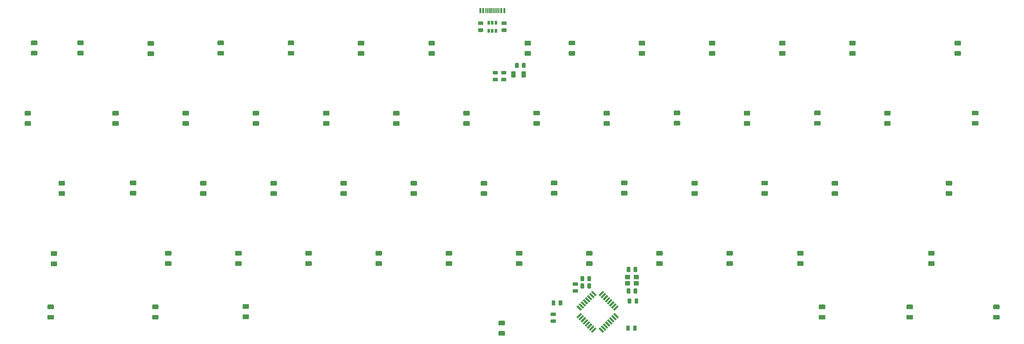
<source format=gbr>
G04 #@! TF.GenerationSoftware,KiCad,Pcbnew,(5.1.5)-3*
G04 #@! TF.CreationDate,2020-11-11T21:52:05+01:00*
G04 #@! TF.ProjectId,keyboard,6b657962-6f61-4726-942e-6b696361645f,rev?*
G04 #@! TF.SameCoordinates,Original*
G04 #@! TF.FileFunction,Paste,Bot*
G04 #@! TF.FilePolarity,Positive*
%FSLAX46Y46*%
G04 Gerber Fmt 4.6, Leading zero omitted, Abs format (unit mm)*
G04 Created by KiCad (PCBNEW (5.1.5)-3) date 2020-11-11 21:52:05*
%MOMM*%
%LPD*%
G04 APERTURE LIST*
%ADD10R,0.600000X1.450000*%
%ADD11R,0.300000X1.450000*%
%ADD12R,1.400000X1.200000*%
%ADD13R,0.650000X1.060000*%
%ADD14C,0.100000*%
G04 APERTURE END LIST*
D10*
X146120000Y-2255000D03*
X145320000Y-2255000D03*
X140420000Y-2255000D03*
X139620000Y-2255000D03*
X139620000Y-2255000D03*
X140420000Y-2255000D03*
X145320000Y-2255000D03*
X146120000Y-2255000D03*
D11*
X141120000Y-2255000D03*
X141620000Y-2255000D03*
X142120000Y-2255000D03*
X143120000Y-2255000D03*
X143620000Y-2255000D03*
X144120000Y-2255000D03*
X144620000Y-2255000D03*
X142620000Y-2255000D03*
D12*
X181950000Y-74713000D03*
X179550000Y-74713000D03*
X181950000Y-76413000D03*
X179550000Y-76413000D03*
D13*
X142870000Y-7704000D03*
X141920000Y-7704000D03*
X143820000Y-7704000D03*
X143820000Y-5504000D03*
X142870000Y-5504000D03*
X141920000Y-5504000D03*
D14*
G36*
X19149504Y-10366204D02*
G01*
X19173773Y-10369804D01*
X19197571Y-10375765D01*
X19220671Y-10384030D01*
X19242849Y-10394520D01*
X19263893Y-10407133D01*
X19283598Y-10421747D01*
X19301777Y-10438223D01*
X19318253Y-10456402D01*
X19332867Y-10476107D01*
X19345480Y-10497151D01*
X19355970Y-10519329D01*
X19364235Y-10542429D01*
X19370196Y-10566227D01*
X19373796Y-10590496D01*
X19375000Y-10615000D01*
X19375000Y-11365000D01*
X19373796Y-11389504D01*
X19370196Y-11413773D01*
X19364235Y-11437571D01*
X19355970Y-11460671D01*
X19345480Y-11482849D01*
X19332867Y-11503893D01*
X19318253Y-11523598D01*
X19301777Y-11541777D01*
X19283598Y-11558253D01*
X19263893Y-11572867D01*
X19242849Y-11585480D01*
X19220671Y-11595970D01*
X19197571Y-11604235D01*
X19173773Y-11610196D01*
X19149504Y-11613796D01*
X19125000Y-11615000D01*
X17875000Y-11615000D01*
X17850496Y-11613796D01*
X17826227Y-11610196D01*
X17802429Y-11604235D01*
X17779329Y-11595970D01*
X17757151Y-11585480D01*
X17736107Y-11572867D01*
X17716402Y-11558253D01*
X17698223Y-11541777D01*
X17681747Y-11523598D01*
X17667133Y-11503893D01*
X17654520Y-11482849D01*
X17644030Y-11460671D01*
X17635765Y-11437571D01*
X17629804Y-11413773D01*
X17626204Y-11389504D01*
X17625000Y-11365000D01*
X17625000Y-10615000D01*
X17626204Y-10590496D01*
X17629804Y-10566227D01*
X17635765Y-10542429D01*
X17644030Y-10519329D01*
X17654520Y-10497151D01*
X17667133Y-10476107D01*
X17681747Y-10456402D01*
X17698223Y-10438223D01*
X17716402Y-10421747D01*
X17736107Y-10407133D01*
X17757151Y-10394520D01*
X17779329Y-10384030D01*
X17802429Y-10375765D01*
X17826227Y-10369804D01*
X17850496Y-10366204D01*
X17875000Y-10365000D01*
X19125000Y-10365000D01*
X19149504Y-10366204D01*
G37*
G36*
X19149504Y-13166204D02*
G01*
X19173773Y-13169804D01*
X19197571Y-13175765D01*
X19220671Y-13184030D01*
X19242849Y-13194520D01*
X19263893Y-13207133D01*
X19283598Y-13221747D01*
X19301777Y-13238223D01*
X19318253Y-13256402D01*
X19332867Y-13276107D01*
X19345480Y-13297151D01*
X19355970Y-13319329D01*
X19364235Y-13342429D01*
X19370196Y-13366227D01*
X19373796Y-13390496D01*
X19375000Y-13415000D01*
X19375000Y-14165000D01*
X19373796Y-14189504D01*
X19370196Y-14213773D01*
X19364235Y-14237571D01*
X19355970Y-14260671D01*
X19345480Y-14282849D01*
X19332867Y-14303893D01*
X19318253Y-14323598D01*
X19301777Y-14341777D01*
X19283598Y-14358253D01*
X19263893Y-14372867D01*
X19242849Y-14385480D01*
X19220671Y-14395970D01*
X19197571Y-14404235D01*
X19173773Y-14410196D01*
X19149504Y-14413796D01*
X19125000Y-14415000D01*
X17875000Y-14415000D01*
X17850496Y-14413796D01*
X17826227Y-14410196D01*
X17802429Y-14404235D01*
X17779329Y-14395970D01*
X17757151Y-14385480D01*
X17736107Y-14372867D01*
X17716402Y-14358253D01*
X17698223Y-14341777D01*
X17681747Y-14323598D01*
X17667133Y-14303893D01*
X17654520Y-14282849D01*
X17644030Y-14260671D01*
X17635765Y-14237571D01*
X17629804Y-14213773D01*
X17626204Y-14189504D01*
X17625000Y-14165000D01*
X17625000Y-13415000D01*
X17626204Y-13390496D01*
X17629804Y-13366227D01*
X17635765Y-13342429D01*
X17644030Y-13319329D01*
X17654520Y-13297151D01*
X17667133Y-13276107D01*
X17681747Y-13256402D01*
X17698223Y-13238223D01*
X17716402Y-13221747D01*
X17736107Y-13207133D01*
X17757151Y-13194520D01*
X17779329Y-13184030D01*
X17802429Y-13175765D01*
X17826227Y-13169804D01*
X17850496Y-13166204D01*
X17875000Y-13165000D01*
X19125000Y-13165000D01*
X19149504Y-13166204D01*
G37*
G36*
X31719504Y-10376204D02*
G01*
X31743773Y-10379804D01*
X31767571Y-10385765D01*
X31790671Y-10394030D01*
X31812849Y-10404520D01*
X31833893Y-10417133D01*
X31853598Y-10431747D01*
X31871777Y-10448223D01*
X31888253Y-10466402D01*
X31902867Y-10486107D01*
X31915480Y-10507151D01*
X31925970Y-10529329D01*
X31934235Y-10552429D01*
X31940196Y-10576227D01*
X31943796Y-10600496D01*
X31945000Y-10625000D01*
X31945000Y-11375000D01*
X31943796Y-11399504D01*
X31940196Y-11423773D01*
X31934235Y-11447571D01*
X31925970Y-11470671D01*
X31915480Y-11492849D01*
X31902867Y-11513893D01*
X31888253Y-11533598D01*
X31871777Y-11551777D01*
X31853598Y-11568253D01*
X31833893Y-11582867D01*
X31812849Y-11595480D01*
X31790671Y-11605970D01*
X31767571Y-11614235D01*
X31743773Y-11620196D01*
X31719504Y-11623796D01*
X31695000Y-11625000D01*
X30445000Y-11625000D01*
X30420496Y-11623796D01*
X30396227Y-11620196D01*
X30372429Y-11614235D01*
X30349329Y-11605970D01*
X30327151Y-11595480D01*
X30306107Y-11582867D01*
X30286402Y-11568253D01*
X30268223Y-11551777D01*
X30251747Y-11533598D01*
X30237133Y-11513893D01*
X30224520Y-11492849D01*
X30214030Y-11470671D01*
X30205765Y-11447571D01*
X30199804Y-11423773D01*
X30196204Y-11399504D01*
X30195000Y-11375000D01*
X30195000Y-10625000D01*
X30196204Y-10600496D01*
X30199804Y-10576227D01*
X30205765Y-10552429D01*
X30214030Y-10529329D01*
X30224520Y-10507151D01*
X30237133Y-10486107D01*
X30251747Y-10466402D01*
X30268223Y-10448223D01*
X30286402Y-10431747D01*
X30306107Y-10417133D01*
X30327151Y-10404520D01*
X30349329Y-10394030D01*
X30372429Y-10385765D01*
X30396227Y-10379804D01*
X30420496Y-10376204D01*
X30445000Y-10375000D01*
X31695000Y-10375000D01*
X31719504Y-10376204D01*
G37*
G36*
X31719504Y-13176204D02*
G01*
X31743773Y-13179804D01*
X31767571Y-13185765D01*
X31790671Y-13194030D01*
X31812849Y-13204520D01*
X31833893Y-13217133D01*
X31853598Y-13231747D01*
X31871777Y-13248223D01*
X31888253Y-13266402D01*
X31902867Y-13286107D01*
X31915480Y-13307151D01*
X31925970Y-13329329D01*
X31934235Y-13352429D01*
X31940196Y-13376227D01*
X31943796Y-13400496D01*
X31945000Y-13425000D01*
X31945000Y-14175000D01*
X31943796Y-14199504D01*
X31940196Y-14223773D01*
X31934235Y-14247571D01*
X31925970Y-14270671D01*
X31915480Y-14292849D01*
X31902867Y-14313893D01*
X31888253Y-14333598D01*
X31871777Y-14351777D01*
X31853598Y-14368253D01*
X31833893Y-14382867D01*
X31812849Y-14395480D01*
X31790671Y-14405970D01*
X31767571Y-14414235D01*
X31743773Y-14420196D01*
X31719504Y-14423796D01*
X31695000Y-14425000D01*
X30445000Y-14425000D01*
X30420496Y-14423796D01*
X30396227Y-14420196D01*
X30372429Y-14414235D01*
X30349329Y-14405970D01*
X30327151Y-14395480D01*
X30306107Y-14382867D01*
X30286402Y-14368253D01*
X30268223Y-14351777D01*
X30251747Y-14333598D01*
X30237133Y-14313893D01*
X30224520Y-14292849D01*
X30214030Y-14270671D01*
X30205765Y-14247571D01*
X30199804Y-14223773D01*
X30196204Y-14199504D01*
X30195000Y-14175000D01*
X30195000Y-13425000D01*
X30196204Y-13400496D01*
X30199804Y-13376227D01*
X30205765Y-13352429D01*
X30214030Y-13329329D01*
X30224520Y-13307151D01*
X30237133Y-13286107D01*
X30251747Y-13266402D01*
X30268223Y-13248223D01*
X30286402Y-13231747D01*
X30306107Y-13217133D01*
X30327151Y-13204520D01*
X30349329Y-13194030D01*
X30372429Y-13185765D01*
X30396227Y-13179804D01*
X30420496Y-13176204D01*
X30445000Y-13175000D01*
X31695000Y-13175000D01*
X31719504Y-13176204D01*
G37*
G36*
X50799504Y-10516204D02*
G01*
X50823773Y-10519804D01*
X50847571Y-10525765D01*
X50870671Y-10534030D01*
X50892849Y-10544520D01*
X50913893Y-10557133D01*
X50933598Y-10571747D01*
X50951777Y-10588223D01*
X50968253Y-10606402D01*
X50982867Y-10626107D01*
X50995480Y-10647151D01*
X51005970Y-10669329D01*
X51014235Y-10692429D01*
X51020196Y-10716227D01*
X51023796Y-10740496D01*
X51025000Y-10765000D01*
X51025000Y-11515000D01*
X51023796Y-11539504D01*
X51020196Y-11563773D01*
X51014235Y-11587571D01*
X51005970Y-11610671D01*
X50995480Y-11632849D01*
X50982867Y-11653893D01*
X50968253Y-11673598D01*
X50951777Y-11691777D01*
X50933598Y-11708253D01*
X50913893Y-11722867D01*
X50892849Y-11735480D01*
X50870671Y-11745970D01*
X50847571Y-11754235D01*
X50823773Y-11760196D01*
X50799504Y-11763796D01*
X50775000Y-11765000D01*
X49525000Y-11765000D01*
X49500496Y-11763796D01*
X49476227Y-11760196D01*
X49452429Y-11754235D01*
X49429329Y-11745970D01*
X49407151Y-11735480D01*
X49386107Y-11722867D01*
X49366402Y-11708253D01*
X49348223Y-11691777D01*
X49331747Y-11673598D01*
X49317133Y-11653893D01*
X49304520Y-11632849D01*
X49294030Y-11610671D01*
X49285765Y-11587571D01*
X49279804Y-11563773D01*
X49276204Y-11539504D01*
X49275000Y-11515000D01*
X49275000Y-10765000D01*
X49276204Y-10740496D01*
X49279804Y-10716227D01*
X49285765Y-10692429D01*
X49294030Y-10669329D01*
X49304520Y-10647151D01*
X49317133Y-10626107D01*
X49331747Y-10606402D01*
X49348223Y-10588223D01*
X49366402Y-10571747D01*
X49386107Y-10557133D01*
X49407151Y-10544520D01*
X49429329Y-10534030D01*
X49452429Y-10525765D01*
X49476227Y-10519804D01*
X49500496Y-10516204D01*
X49525000Y-10515000D01*
X50775000Y-10515000D01*
X50799504Y-10516204D01*
G37*
G36*
X50799504Y-13316204D02*
G01*
X50823773Y-13319804D01*
X50847571Y-13325765D01*
X50870671Y-13334030D01*
X50892849Y-13344520D01*
X50913893Y-13357133D01*
X50933598Y-13371747D01*
X50951777Y-13388223D01*
X50968253Y-13406402D01*
X50982867Y-13426107D01*
X50995480Y-13447151D01*
X51005970Y-13469329D01*
X51014235Y-13492429D01*
X51020196Y-13516227D01*
X51023796Y-13540496D01*
X51025000Y-13565000D01*
X51025000Y-14315000D01*
X51023796Y-14339504D01*
X51020196Y-14363773D01*
X51014235Y-14387571D01*
X51005970Y-14410671D01*
X50995480Y-14432849D01*
X50982867Y-14453893D01*
X50968253Y-14473598D01*
X50951777Y-14491777D01*
X50933598Y-14508253D01*
X50913893Y-14522867D01*
X50892849Y-14535480D01*
X50870671Y-14545970D01*
X50847571Y-14554235D01*
X50823773Y-14560196D01*
X50799504Y-14563796D01*
X50775000Y-14565000D01*
X49525000Y-14565000D01*
X49500496Y-14563796D01*
X49476227Y-14560196D01*
X49452429Y-14554235D01*
X49429329Y-14545970D01*
X49407151Y-14535480D01*
X49386107Y-14522867D01*
X49366402Y-14508253D01*
X49348223Y-14491777D01*
X49331747Y-14473598D01*
X49317133Y-14453893D01*
X49304520Y-14432849D01*
X49294030Y-14410671D01*
X49285765Y-14387571D01*
X49279804Y-14363773D01*
X49276204Y-14339504D01*
X49275000Y-14315000D01*
X49275000Y-13565000D01*
X49276204Y-13540496D01*
X49279804Y-13516227D01*
X49285765Y-13492429D01*
X49294030Y-13469329D01*
X49304520Y-13447151D01*
X49317133Y-13426107D01*
X49331747Y-13406402D01*
X49348223Y-13388223D01*
X49366402Y-13371747D01*
X49386107Y-13357133D01*
X49407151Y-13344520D01*
X49429329Y-13334030D01*
X49452429Y-13325765D01*
X49476227Y-13319804D01*
X49500496Y-13316204D01*
X49525000Y-13315000D01*
X50775000Y-13315000D01*
X50799504Y-13316204D01*
G37*
G36*
X69809504Y-10396204D02*
G01*
X69833773Y-10399804D01*
X69857571Y-10405765D01*
X69880671Y-10414030D01*
X69902849Y-10424520D01*
X69923893Y-10437133D01*
X69943598Y-10451747D01*
X69961777Y-10468223D01*
X69978253Y-10486402D01*
X69992867Y-10506107D01*
X70005480Y-10527151D01*
X70015970Y-10549329D01*
X70024235Y-10572429D01*
X70030196Y-10596227D01*
X70033796Y-10620496D01*
X70035000Y-10645000D01*
X70035000Y-11395000D01*
X70033796Y-11419504D01*
X70030196Y-11443773D01*
X70024235Y-11467571D01*
X70015970Y-11490671D01*
X70005480Y-11512849D01*
X69992867Y-11533893D01*
X69978253Y-11553598D01*
X69961777Y-11571777D01*
X69943598Y-11588253D01*
X69923893Y-11602867D01*
X69902849Y-11615480D01*
X69880671Y-11625970D01*
X69857571Y-11634235D01*
X69833773Y-11640196D01*
X69809504Y-11643796D01*
X69785000Y-11645000D01*
X68535000Y-11645000D01*
X68510496Y-11643796D01*
X68486227Y-11640196D01*
X68462429Y-11634235D01*
X68439329Y-11625970D01*
X68417151Y-11615480D01*
X68396107Y-11602867D01*
X68376402Y-11588253D01*
X68358223Y-11571777D01*
X68341747Y-11553598D01*
X68327133Y-11533893D01*
X68314520Y-11512849D01*
X68304030Y-11490671D01*
X68295765Y-11467571D01*
X68289804Y-11443773D01*
X68286204Y-11419504D01*
X68285000Y-11395000D01*
X68285000Y-10645000D01*
X68286204Y-10620496D01*
X68289804Y-10596227D01*
X68295765Y-10572429D01*
X68304030Y-10549329D01*
X68314520Y-10527151D01*
X68327133Y-10506107D01*
X68341747Y-10486402D01*
X68358223Y-10468223D01*
X68376402Y-10451747D01*
X68396107Y-10437133D01*
X68417151Y-10424520D01*
X68439329Y-10414030D01*
X68462429Y-10405765D01*
X68486227Y-10399804D01*
X68510496Y-10396204D01*
X68535000Y-10395000D01*
X69785000Y-10395000D01*
X69809504Y-10396204D01*
G37*
G36*
X69809504Y-13196204D02*
G01*
X69833773Y-13199804D01*
X69857571Y-13205765D01*
X69880671Y-13214030D01*
X69902849Y-13224520D01*
X69923893Y-13237133D01*
X69943598Y-13251747D01*
X69961777Y-13268223D01*
X69978253Y-13286402D01*
X69992867Y-13306107D01*
X70005480Y-13327151D01*
X70015970Y-13349329D01*
X70024235Y-13372429D01*
X70030196Y-13396227D01*
X70033796Y-13420496D01*
X70035000Y-13445000D01*
X70035000Y-14195000D01*
X70033796Y-14219504D01*
X70030196Y-14243773D01*
X70024235Y-14267571D01*
X70015970Y-14290671D01*
X70005480Y-14312849D01*
X69992867Y-14333893D01*
X69978253Y-14353598D01*
X69961777Y-14371777D01*
X69943598Y-14388253D01*
X69923893Y-14402867D01*
X69902849Y-14415480D01*
X69880671Y-14425970D01*
X69857571Y-14434235D01*
X69833773Y-14440196D01*
X69809504Y-14443796D01*
X69785000Y-14445000D01*
X68535000Y-14445000D01*
X68510496Y-14443796D01*
X68486227Y-14440196D01*
X68462429Y-14434235D01*
X68439329Y-14425970D01*
X68417151Y-14415480D01*
X68396107Y-14402867D01*
X68376402Y-14388253D01*
X68358223Y-14371777D01*
X68341747Y-14353598D01*
X68327133Y-14333893D01*
X68314520Y-14312849D01*
X68304030Y-14290671D01*
X68295765Y-14267571D01*
X68289804Y-14243773D01*
X68286204Y-14219504D01*
X68285000Y-14195000D01*
X68285000Y-13445000D01*
X68286204Y-13420496D01*
X68289804Y-13396227D01*
X68295765Y-13372429D01*
X68304030Y-13349329D01*
X68314520Y-13327151D01*
X68327133Y-13306107D01*
X68341747Y-13286402D01*
X68358223Y-13268223D01*
X68376402Y-13251747D01*
X68396107Y-13237133D01*
X68417151Y-13224520D01*
X68439329Y-13214030D01*
X68462429Y-13205765D01*
X68486227Y-13199804D01*
X68510496Y-13196204D01*
X68535000Y-13195000D01*
X69785000Y-13195000D01*
X69809504Y-13196204D01*
G37*
G36*
X88869504Y-10396204D02*
G01*
X88893773Y-10399804D01*
X88917571Y-10405765D01*
X88940671Y-10414030D01*
X88962849Y-10424520D01*
X88983893Y-10437133D01*
X89003598Y-10451747D01*
X89021777Y-10468223D01*
X89038253Y-10486402D01*
X89052867Y-10506107D01*
X89065480Y-10527151D01*
X89075970Y-10549329D01*
X89084235Y-10572429D01*
X89090196Y-10596227D01*
X89093796Y-10620496D01*
X89095000Y-10645000D01*
X89095000Y-11395000D01*
X89093796Y-11419504D01*
X89090196Y-11443773D01*
X89084235Y-11467571D01*
X89075970Y-11490671D01*
X89065480Y-11512849D01*
X89052867Y-11533893D01*
X89038253Y-11553598D01*
X89021777Y-11571777D01*
X89003598Y-11588253D01*
X88983893Y-11602867D01*
X88962849Y-11615480D01*
X88940671Y-11625970D01*
X88917571Y-11634235D01*
X88893773Y-11640196D01*
X88869504Y-11643796D01*
X88845000Y-11645000D01*
X87595000Y-11645000D01*
X87570496Y-11643796D01*
X87546227Y-11640196D01*
X87522429Y-11634235D01*
X87499329Y-11625970D01*
X87477151Y-11615480D01*
X87456107Y-11602867D01*
X87436402Y-11588253D01*
X87418223Y-11571777D01*
X87401747Y-11553598D01*
X87387133Y-11533893D01*
X87374520Y-11512849D01*
X87364030Y-11490671D01*
X87355765Y-11467571D01*
X87349804Y-11443773D01*
X87346204Y-11419504D01*
X87345000Y-11395000D01*
X87345000Y-10645000D01*
X87346204Y-10620496D01*
X87349804Y-10596227D01*
X87355765Y-10572429D01*
X87364030Y-10549329D01*
X87374520Y-10527151D01*
X87387133Y-10506107D01*
X87401747Y-10486402D01*
X87418223Y-10468223D01*
X87436402Y-10451747D01*
X87456107Y-10437133D01*
X87477151Y-10424520D01*
X87499329Y-10414030D01*
X87522429Y-10405765D01*
X87546227Y-10399804D01*
X87570496Y-10396204D01*
X87595000Y-10395000D01*
X88845000Y-10395000D01*
X88869504Y-10396204D01*
G37*
G36*
X88869504Y-13196204D02*
G01*
X88893773Y-13199804D01*
X88917571Y-13205765D01*
X88940671Y-13214030D01*
X88962849Y-13224520D01*
X88983893Y-13237133D01*
X89003598Y-13251747D01*
X89021777Y-13268223D01*
X89038253Y-13286402D01*
X89052867Y-13306107D01*
X89065480Y-13327151D01*
X89075970Y-13349329D01*
X89084235Y-13372429D01*
X89090196Y-13396227D01*
X89093796Y-13420496D01*
X89095000Y-13445000D01*
X89095000Y-14195000D01*
X89093796Y-14219504D01*
X89090196Y-14243773D01*
X89084235Y-14267571D01*
X89075970Y-14290671D01*
X89065480Y-14312849D01*
X89052867Y-14333893D01*
X89038253Y-14353598D01*
X89021777Y-14371777D01*
X89003598Y-14388253D01*
X88983893Y-14402867D01*
X88962849Y-14415480D01*
X88940671Y-14425970D01*
X88917571Y-14434235D01*
X88893773Y-14440196D01*
X88869504Y-14443796D01*
X88845000Y-14445000D01*
X87595000Y-14445000D01*
X87570496Y-14443796D01*
X87546227Y-14440196D01*
X87522429Y-14434235D01*
X87499329Y-14425970D01*
X87477151Y-14415480D01*
X87456107Y-14402867D01*
X87436402Y-14388253D01*
X87418223Y-14371777D01*
X87401747Y-14353598D01*
X87387133Y-14333893D01*
X87374520Y-14312849D01*
X87364030Y-14290671D01*
X87355765Y-14267571D01*
X87349804Y-14243773D01*
X87346204Y-14219504D01*
X87345000Y-14195000D01*
X87345000Y-13445000D01*
X87346204Y-13420496D01*
X87349804Y-13396227D01*
X87355765Y-13372429D01*
X87364030Y-13349329D01*
X87374520Y-13327151D01*
X87387133Y-13306107D01*
X87401747Y-13286402D01*
X87418223Y-13268223D01*
X87436402Y-13251747D01*
X87456107Y-13237133D01*
X87477151Y-13224520D01*
X87499329Y-13214030D01*
X87522429Y-13205765D01*
X87546227Y-13199804D01*
X87570496Y-13196204D01*
X87595000Y-13195000D01*
X88845000Y-13195000D01*
X88869504Y-13196204D01*
G37*
G36*
X107879504Y-10466204D02*
G01*
X107903773Y-10469804D01*
X107927571Y-10475765D01*
X107950671Y-10484030D01*
X107972849Y-10494520D01*
X107993893Y-10507133D01*
X108013598Y-10521747D01*
X108031777Y-10538223D01*
X108048253Y-10556402D01*
X108062867Y-10576107D01*
X108075480Y-10597151D01*
X108085970Y-10619329D01*
X108094235Y-10642429D01*
X108100196Y-10666227D01*
X108103796Y-10690496D01*
X108105000Y-10715000D01*
X108105000Y-11465000D01*
X108103796Y-11489504D01*
X108100196Y-11513773D01*
X108094235Y-11537571D01*
X108085970Y-11560671D01*
X108075480Y-11582849D01*
X108062867Y-11603893D01*
X108048253Y-11623598D01*
X108031777Y-11641777D01*
X108013598Y-11658253D01*
X107993893Y-11672867D01*
X107972849Y-11685480D01*
X107950671Y-11695970D01*
X107927571Y-11704235D01*
X107903773Y-11710196D01*
X107879504Y-11713796D01*
X107855000Y-11715000D01*
X106605000Y-11715000D01*
X106580496Y-11713796D01*
X106556227Y-11710196D01*
X106532429Y-11704235D01*
X106509329Y-11695970D01*
X106487151Y-11685480D01*
X106466107Y-11672867D01*
X106446402Y-11658253D01*
X106428223Y-11641777D01*
X106411747Y-11623598D01*
X106397133Y-11603893D01*
X106384520Y-11582849D01*
X106374030Y-11560671D01*
X106365765Y-11537571D01*
X106359804Y-11513773D01*
X106356204Y-11489504D01*
X106355000Y-11465000D01*
X106355000Y-10715000D01*
X106356204Y-10690496D01*
X106359804Y-10666227D01*
X106365765Y-10642429D01*
X106374030Y-10619329D01*
X106384520Y-10597151D01*
X106397133Y-10576107D01*
X106411747Y-10556402D01*
X106428223Y-10538223D01*
X106446402Y-10521747D01*
X106466107Y-10507133D01*
X106487151Y-10494520D01*
X106509329Y-10484030D01*
X106532429Y-10475765D01*
X106556227Y-10469804D01*
X106580496Y-10466204D01*
X106605000Y-10465000D01*
X107855000Y-10465000D01*
X107879504Y-10466204D01*
G37*
G36*
X107879504Y-13266204D02*
G01*
X107903773Y-13269804D01*
X107927571Y-13275765D01*
X107950671Y-13284030D01*
X107972849Y-13294520D01*
X107993893Y-13307133D01*
X108013598Y-13321747D01*
X108031777Y-13338223D01*
X108048253Y-13356402D01*
X108062867Y-13376107D01*
X108075480Y-13397151D01*
X108085970Y-13419329D01*
X108094235Y-13442429D01*
X108100196Y-13466227D01*
X108103796Y-13490496D01*
X108105000Y-13515000D01*
X108105000Y-14265000D01*
X108103796Y-14289504D01*
X108100196Y-14313773D01*
X108094235Y-14337571D01*
X108085970Y-14360671D01*
X108075480Y-14382849D01*
X108062867Y-14403893D01*
X108048253Y-14423598D01*
X108031777Y-14441777D01*
X108013598Y-14458253D01*
X107993893Y-14472867D01*
X107972849Y-14485480D01*
X107950671Y-14495970D01*
X107927571Y-14504235D01*
X107903773Y-14510196D01*
X107879504Y-14513796D01*
X107855000Y-14515000D01*
X106605000Y-14515000D01*
X106580496Y-14513796D01*
X106556227Y-14510196D01*
X106532429Y-14504235D01*
X106509329Y-14495970D01*
X106487151Y-14485480D01*
X106466107Y-14472867D01*
X106446402Y-14458253D01*
X106428223Y-14441777D01*
X106411747Y-14423598D01*
X106397133Y-14403893D01*
X106384520Y-14382849D01*
X106374030Y-14360671D01*
X106365765Y-14337571D01*
X106359804Y-14313773D01*
X106356204Y-14289504D01*
X106355000Y-14265000D01*
X106355000Y-13515000D01*
X106356204Y-13490496D01*
X106359804Y-13466227D01*
X106365765Y-13442429D01*
X106374030Y-13419329D01*
X106384520Y-13397151D01*
X106397133Y-13376107D01*
X106411747Y-13356402D01*
X106428223Y-13338223D01*
X106446402Y-13321747D01*
X106466107Y-13307133D01*
X106487151Y-13294520D01*
X106509329Y-13284030D01*
X106532429Y-13275765D01*
X106556227Y-13269804D01*
X106580496Y-13266204D01*
X106605000Y-13265000D01*
X107855000Y-13265000D01*
X107879504Y-13266204D01*
G37*
G36*
X127059504Y-10466204D02*
G01*
X127083773Y-10469804D01*
X127107571Y-10475765D01*
X127130671Y-10484030D01*
X127152849Y-10494520D01*
X127173893Y-10507133D01*
X127193598Y-10521747D01*
X127211777Y-10538223D01*
X127228253Y-10556402D01*
X127242867Y-10576107D01*
X127255480Y-10597151D01*
X127265970Y-10619329D01*
X127274235Y-10642429D01*
X127280196Y-10666227D01*
X127283796Y-10690496D01*
X127285000Y-10715000D01*
X127285000Y-11465000D01*
X127283796Y-11489504D01*
X127280196Y-11513773D01*
X127274235Y-11537571D01*
X127265970Y-11560671D01*
X127255480Y-11582849D01*
X127242867Y-11603893D01*
X127228253Y-11623598D01*
X127211777Y-11641777D01*
X127193598Y-11658253D01*
X127173893Y-11672867D01*
X127152849Y-11685480D01*
X127130671Y-11695970D01*
X127107571Y-11704235D01*
X127083773Y-11710196D01*
X127059504Y-11713796D01*
X127035000Y-11715000D01*
X125785000Y-11715000D01*
X125760496Y-11713796D01*
X125736227Y-11710196D01*
X125712429Y-11704235D01*
X125689329Y-11695970D01*
X125667151Y-11685480D01*
X125646107Y-11672867D01*
X125626402Y-11658253D01*
X125608223Y-11641777D01*
X125591747Y-11623598D01*
X125577133Y-11603893D01*
X125564520Y-11582849D01*
X125554030Y-11560671D01*
X125545765Y-11537571D01*
X125539804Y-11513773D01*
X125536204Y-11489504D01*
X125535000Y-11465000D01*
X125535000Y-10715000D01*
X125536204Y-10690496D01*
X125539804Y-10666227D01*
X125545765Y-10642429D01*
X125554030Y-10619329D01*
X125564520Y-10597151D01*
X125577133Y-10576107D01*
X125591747Y-10556402D01*
X125608223Y-10538223D01*
X125626402Y-10521747D01*
X125646107Y-10507133D01*
X125667151Y-10494520D01*
X125689329Y-10484030D01*
X125712429Y-10475765D01*
X125736227Y-10469804D01*
X125760496Y-10466204D01*
X125785000Y-10465000D01*
X127035000Y-10465000D01*
X127059504Y-10466204D01*
G37*
G36*
X127059504Y-13266204D02*
G01*
X127083773Y-13269804D01*
X127107571Y-13275765D01*
X127130671Y-13284030D01*
X127152849Y-13294520D01*
X127173893Y-13307133D01*
X127193598Y-13321747D01*
X127211777Y-13338223D01*
X127228253Y-13356402D01*
X127242867Y-13376107D01*
X127255480Y-13397151D01*
X127265970Y-13419329D01*
X127274235Y-13442429D01*
X127280196Y-13466227D01*
X127283796Y-13490496D01*
X127285000Y-13515000D01*
X127285000Y-14265000D01*
X127283796Y-14289504D01*
X127280196Y-14313773D01*
X127274235Y-14337571D01*
X127265970Y-14360671D01*
X127255480Y-14382849D01*
X127242867Y-14403893D01*
X127228253Y-14423598D01*
X127211777Y-14441777D01*
X127193598Y-14458253D01*
X127173893Y-14472867D01*
X127152849Y-14485480D01*
X127130671Y-14495970D01*
X127107571Y-14504235D01*
X127083773Y-14510196D01*
X127059504Y-14513796D01*
X127035000Y-14515000D01*
X125785000Y-14515000D01*
X125760496Y-14513796D01*
X125736227Y-14510196D01*
X125712429Y-14504235D01*
X125689329Y-14495970D01*
X125667151Y-14485480D01*
X125646107Y-14472867D01*
X125626402Y-14458253D01*
X125608223Y-14441777D01*
X125591747Y-14423598D01*
X125577133Y-14403893D01*
X125564520Y-14382849D01*
X125554030Y-14360671D01*
X125545765Y-14337571D01*
X125539804Y-14313773D01*
X125536204Y-14289504D01*
X125535000Y-14265000D01*
X125535000Y-13515000D01*
X125536204Y-13490496D01*
X125539804Y-13466227D01*
X125545765Y-13442429D01*
X125554030Y-13419329D01*
X125564520Y-13397151D01*
X125577133Y-13376107D01*
X125591747Y-13356402D01*
X125608223Y-13338223D01*
X125626402Y-13321747D01*
X125646107Y-13307133D01*
X125667151Y-13294520D01*
X125689329Y-13284030D01*
X125712429Y-13275765D01*
X125736227Y-13269804D01*
X125760496Y-13266204D01*
X125785000Y-13265000D01*
X127035000Y-13265000D01*
X127059504Y-13266204D01*
G37*
G36*
X153149504Y-10446204D02*
G01*
X153173773Y-10449804D01*
X153197571Y-10455765D01*
X153220671Y-10464030D01*
X153242849Y-10474520D01*
X153263893Y-10487133D01*
X153283598Y-10501747D01*
X153301777Y-10518223D01*
X153318253Y-10536402D01*
X153332867Y-10556107D01*
X153345480Y-10577151D01*
X153355970Y-10599329D01*
X153364235Y-10622429D01*
X153370196Y-10646227D01*
X153373796Y-10670496D01*
X153375000Y-10695000D01*
X153375000Y-11445000D01*
X153373796Y-11469504D01*
X153370196Y-11493773D01*
X153364235Y-11517571D01*
X153355970Y-11540671D01*
X153345480Y-11562849D01*
X153332867Y-11583893D01*
X153318253Y-11603598D01*
X153301777Y-11621777D01*
X153283598Y-11638253D01*
X153263893Y-11652867D01*
X153242849Y-11665480D01*
X153220671Y-11675970D01*
X153197571Y-11684235D01*
X153173773Y-11690196D01*
X153149504Y-11693796D01*
X153125000Y-11695000D01*
X151875000Y-11695000D01*
X151850496Y-11693796D01*
X151826227Y-11690196D01*
X151802429Y-11684235D01*
X151779329Y-11675970D01*
X151757151Y-11665480D01*
X151736107Y-11652867D01*
X151716402Y-11638253D01*
X151698223Y-11621777D01*
X151681747Y-11603598D01*
X151667133Y-11583893D01*
X151654520Y-11562849D01*
X151644030Y-11540671D01*
X151635765Y-11517571D01*
X151629804Y-11493773D01*
X151626204Y-11469504D01*
X151625000Y-11445000D01*
X151625000Y-10695000D01*
X151626204Y-10670496D01*
X151629804Y-10646227D01*
X151635765Y-10622429D01*
X151644030Y-10599329D01*
X151654520Y-10577151D01*
X151667133Y-10556107D01*
X151681747Y-10536402D01*
X151698223Y-10518223D01*
X151716402Y-10501747D01*
X151736107Y-10487133D01*
X151757151Y-10474520D01*
X151779329Y-10464030D01*
X151802429Y-10455765D01*
X151826227Y-10449804D01*
X151850496Y-10446204D01*
X151875000Y-10445000D01*
X153125000Y-10445000D01*
X153149504Y-10446204D01*
G37*
G36*
X153149504Y-13246204D02*
G01*
X153173773Y-13249804D01*
X153197571Y-13255765D01*
X153220671Y-13264030D01*
X153242849Y-13274520D01*
X153263893Y-13287133D01*
X153283598Y-13301747D01*
X153301777Y-13318223D01*
X153318253Y-13336402D01*
X153332867Y-13356107D01*
X153345480Y-13377151D01*
X153355970Y-13399329D01*
X153364235Y-13422429D01*
X153370196Y-13446227D01*
X153373796Y-13470496D01*
X153375000Y-13495000D01*
X153375000Y-14245000D01*
X153373796Y-14269504D01*
X153370196Y-14293773D01*
X153364235Y-14317571D01*
X153355970Y-14340671D01*
X153345480Y-14362849D01*
X153332867Y-14383893D01*
X153318253Y-14403598D01*
X153301777Y-14421777D01*
X153283598Y-14438253D01*
X153263893Y-14452867D01*
X153242849Y-14465480D01*
X153220671Y-14475970D01*
X153197571Y-14484235D01*
X153173773Y-14490196D01*
X153149504Y-14493796D01*
X153125000Y-14495000D01*
X151875000Y-14495000D01*
X151850496Y-14493796D01*
X151826227Y-14490196D01*
X151802429Y-14484235D01*
X151779329Y-14475970D01*
X151757151Y-14465480D01*
X151736107Y-14452867D01*
X151716402Y-14438253D01*
X151698223Y-14421777D01*
X151681747Y-14403598D01*
X151667133Y-14383893D01*
X151654520Y-14362849D01*
X151644030Y-14340671D01*
X151635765Y-14317571D01*
X151629804Y-14293773D01*
X151626204Y-14269504D01*
X151625000Y-14245000D01*
X151625000Y-13495000D01*
X151626204Y-13470496D01*
X151629804Y-13446227D01*
X151635765Y-13422429D01*
X151644030Y-13399329D01*
X151654520Y-13377151D01*
X151667133Y-13356107D01*
X151681747Y-13336402D01*
X151698223Y-13318223D01*
X151716402Y-13301747D01*
X151736107Y-13287133D01*
X151757151Y-13274520D01*
X151779329Y-13264030D01*
X151802429Y-13255765D01*
X151826227Y-13249804D01*
X151850496Y-13246204D01*
X151875000Y-13245000D01*
X153125000Y-13245000D01*
X153149504Y-13246204D01*
G37*
G36*
X165129504Y-10416204D02*
G01*
X165153773Y-10419804D01*
X165177571Y-10425765D01*
X165200671Y-10434030D01*
X165222849Y-10444520D01*
X165243893Y-10457133D01*
X165263598Y-10471747D01*
X165281777Y-10488223D01*
X165298253Y-10506402D01*
X165312867Y-10526107D01*
X165325480Y-10547151D01*
X165335970Y-10569329D01*
X165344235Y-10592429D01*
X165350196Y-10616227D01*
X165353796Y-10640496D01*
X165355000Y-10665000D01*
X165355000Y-11415000D01*
X165353796Y-11439504D01*
X165350196Y-11463773D01*
X165344235Y-11487571D01*
X165335970Y-11510671D01*
X165325480Y-11532849D01*
X165312867Y-11553893D01*
X165298253Y-11573598D01*
X165281777Y-11591777D01*
X165263598Y-11608253D01*
X165243893Y-11622867D01*
X165222849Y-11635480D01*
X165200671Y-11645970D01*
X165177571Y-11654235D01*
X165153773Y-11660196D01*
X165129504Y-11663796D01*
X165105000Y-11665000D01*
X163855000Y-11665000D01*
X163830496Y-11663796D01*
X163806227Y-11660196D01*
X163782429Y-11654235D01*
X163759329Y-11645970D01*
X163737151Y-11635480D01*
X163716107Y-11622867D01*
X163696402Y-11608253D01*
X163678223Y-11591777D01*
X163661747Y-11573598D01*
X163647133Y-11553893D01*
X163634520Y-11532849D01*
X163624030Y-11510671D01*
X163615765Y-11487571D01*
X163609804Y-11463773D01*
X163606204Y-11439504D01*
X163605000Y-11415000D01*
X163605000Y-10665000D01*
X163606204Y-10640496D01*
X163609804Y-10616227D01*
X163615765Y-10592429D01*
X163624030Y-10569329D01*
X163634520Y-10547151D01*
X163647133Y-10526107D01*
X163661747Y-10506402D01*
X163678223Y-10488223D01*
X163696402Y-10471747D01*
X163716107Y-10457133D01*
X163737151Y-10444520D01*
X163759329Y-10434030D01*
X163782429Y-10425765D01*
X163806227Y-10419804D01*
X163830496Y-10416204D01*
X163855000Y-10415000D01*
X165105000Y-10415000D01*
X165129504Y-10416204D01*
G37*
G36*
X165129504Y-13216204D02*
G01*
X165153773Y-13219804D01*
X165177571Y-13225765D01*
X165200671Y-13234030D01*
X165222849Y-13244520D01*
X165243893Y-13257133D01*
X165263598Y-13271747D01*
X165281777Y-13288223D01*
X165298253Y-13306402D01*
X165312867Y-13326107D01*
X165325480Y-13347151D01*
X165335970Y-13369329D01*
X165344235Y-13392429D01*
X165350196Y-13416227D01*
X165353796Y-13440496D01*
X165355000Y-13465000D01*
X165355000Y-14215000D01*
X165353796Y-14239504D01*
X165350196Y-14263773D01*
X165344235Y-14287571D01*
X165335970Y-14310671D01*
X165325480Y-14332849D01*
X165312867Y-14353893D01*
X165298253Y-14373598D01*
X165281777Y-14391777D01*
X165263598Y-14408253D01*
X165243893Y-14422867D01*
X165222849Y-14435480D01*
X165200671Y-14445970D01*
X165177571Y-14454235D01*
X165153773Y-14460196D01*
X165129504Y-14463796D01*
X165105000Y-14465000D01*
X163855000Y-14465000D01*
X163830496Y-14463796D01*
X163806227Y-14460196D01*
X163782429Y-14454235D01*
X163759329Y-14445970D01*
X163737151Y-14435480D01*
X163716107Y-14422867D01*
X163696402Y-14408253D01*
X163678223Y-14391777D01*
X163661747Y-14373598D01*
X163647133Y-14353893D01*
X163634520Y-14332849D01*
X163624030Y-14310671D01*
X163615765Y-14287571D01*
X163609804Y-14263773D01*
X163606204Y-14239504D01*
X163605000Y-14215000D01*
X163605000Y-13465000D01*
X163606204Y-13440496D01*
X163609804Y-13416227D01*
X163615765Y-13392429D01*
X163624030Y-13369329D01*
X163634520Y-13347151D01*
X163647133Y-13326107D01*
X163661747Y-13306402D01*
X163678223Y-13288223D01*
X163696402Y-13271747D01*
X163716107Y-13257133D01*
X163737151Y-13244520D01*
X163759329Y-13234030D01*
X163782429Y-13225765D01*
X163806227Y-13219804D01*
X163830496Y-13216204D01*
X163855000Y-13215000D01*
X165105000Y-13215000D01*
X165129504Y-13216204D01*
G37*
G36*
X184119504Y-10446204D02*
G01*
X184143773Y-10449804D01*
X184167571Y-10455765D01*
X184190671Y-10464030D01*
X184212849Y-10474520D01*
X184233893Y-10487133D01*
X184253598Y-10501747D01*
X184271777Y-10518223D01*
X184288253Y-10536402D01*
X184302867Y-10556107D01*
X184315480Y-10577151D01*
X184325970Y-10599329D01*
X184334235Y-10622429D01*
X184340196Y-10646227D01*
X184343796Y-10670496D01*
X184345000Y-10695000D01*
X184345000Y-11445000D01*
X184343796Y-11469504D01*
X184340196Y-11493773D01*
X184334235Y-11517571D01*
X184325970Y-11540671D01*
X184315480Y-11562849D01*
X184302867Y-11583893D01*
X184288253Y-11603598D01*
X184271777Y-11621777D01*
X184253598Y-11638253D01*
X184233893Y-11652867D01*
X184212849Y-11665480D01*
X184190671Y-11675970D01*
X184167571Y-11684235D01*
X184143773Y-11690196D01*
X184119504Y-11693796D01*
X184095000Y-11695000D01*
X182845000Y-11695000D01*
X182820496Y-11693796D01*
X182796227Y-11690196D01*
X182772429Y-11684235D01*
X182749329Y-11675970D01*
X182727151Y-11665480D01*
X182706107Y-11652867D01*
X182686402Y-11638253D01*
X182668223Y-11621777D01*
X182651747Y-11603598D01*
X182637133Y-11583893D01*
X182624520Y-11562849D01*
X182614030Y-11540671D01*
X182605765Y-11517571D01*
X182599804Y-11493773D01*
X182596204Y-11469504D01*
X182595000Y-11445000D01*
X182595000Y-10695000D01*
X182596204Y-10670496D01*
X182599804Y-10646227D01*
X182605765Y-10622429D01*
X182614030Y-10599329D01*
X182624520Y-10577151D01*
X182637133Y-10556107D01*
X182651747Y-10536402D01*
X182668223Y-10518223D01*
X182686402Y-10501747D01*
X182706107Y-10487133D01*
X182727151Y-10474520D01*
X182749329Y-10464030D01*
X182772429Y-10455765D01*
X182796227Y-10449804D01*
X182820496Y-10446204D01*
X182845000Y-10445000D01*
X184095000Y-10445000D01*
X184119504Y-10446204D01*
G37*
G36*
X184119504Y-13246204D02*
G01*
X184143773Y-13249804D01*
X184167571Y-13255765D01*
X184190671Y-13264030D01*
X184212849Y-13274520D01*
X184233893Y-13287133D01*
X184253598Y-13301747D01*
X184271777Y-13318223D01*
X184288253Y-13336402D01*
X184302867Y-13356107D01*
X184315480Y-13377151D01*
X184325970Y-13399329D01*
X184334235Y-13422429D01*
X184340196Y-13446227D01*
X184343796Y-13470496D01*
X184345000Y-13495000D01*
X184345000Y-14245000D01*
X184343796Y-14269504D01*
X184340196Y-14293773D01*
X184334235Y-14317571D01*
X184325970Y-14340671D01*
X184315480Y-14362849D01*
X184302867Y-14383893D01*
X184288253Y-14403598D01*
X184271777Y-14421777D01*
X184253598Y-14438253D01*
X184233893Y-14452867D01*
X184212849Y-14465480D01*
X184190671Y-14475970D01*
X184167571Y-14484235D01*
X184143773Y-14490196D01*
X184119504Y-14493796D01*
X184095000Y-14495000D01*
X182845000Y-14495000D01*
X182820496Y-14493796D01*
X182796227Y-14490196D01*
X182772429Y-14484235D01*
X182749329Y-14475970D01*
X182727151Y-14465480D01*
X182706107Y-14452867D01*
X182686402Y-14438253D01*
X182668223Y-14421777D01*
X182651747Y-14403598D01*
X182637133Y-14383893D01*
X182624520Y-14362849D01*
X182614030Y-14340671D01*
X182605765Y-14317571D01*
X182599804Y-14293773D01*
X182596204Y-14269504D01*
X182595000Y-14245000D01*
X182595000Y-13495000D01*
X182596204Y-13470496D01*
X182599804Y-13446227D01*
X182605765Y-13422429D01*
X182614030Y-13399329D01*
X182624520Y-13377151D01*
X182637133Y-13356107D01*
X182651747Y-13336402D01*
X182668223Y-13318223D01*
X182686402Y-13301747D01*
X182706107Y-13287133D01*
X182727151Y-13274520D01*
X182749329Y-13264030D01*
X182772429Y-13255765D01*
X182796227Y-13249804D01*
X182820496Y-13246204D01*
X182845000Y-13245000D01*
X184095000Y-13245000D01*
X184119504Y-13246204D01*
G37*
G36*
X203189504Y-10436204D02*
G01*
X203213773Y-10439804D01*
X203237571Y-10445765D01*
X203260671Y-10454030D01*
X203282849Y-10464520D01*
X203303893Y-10477133D01*
X203323598Y-10491747D01*
X203341777Y-10508223D01*
X203358253Y-10526402D01*
X203372867Y-10546107D01*
X203385480Y-10567151D01*
X203395970Y-10589329D01*
X203404235Y-10612429D01*
X203410196Y-10636227D01*
X203413796Y-10660496D01*
X203415000Y-10685000D01*
X203415000Y-11435000D01*
X203413796Y-11459504D01*
X203410196Y-11483773D01*
X203404235Y-11507571D01*
X203395970Y-11530671D01*
X203385480Y-11552849D01*
X203372867Y-11573893D01*
X203358253Y-11593598D01*
X203341777Y-11611777D01*
X203323598Y-11628253D01*
X203303893Y-11642867D01*
X203282849Y-11655480D01*
X203260671Y-11665970D01*
X203237571Y-11674235D01*
X203213773Y-11680196D01*
X203189504Y-11683796D01*
X203165000Y-11685000D01*
X201915000Y-11685000D01*
X201890496Y-11683796D01*
X201866227Y-11680196D01*
X201842429Y-11674235D01*
X201819329Y-11665970D01*
X201797151Y-11655480D01*
X201776107Y-11642867D01*
X201756402Y-11628253D01*
X201738223Y-11611777D01*
X201721747Y-11593598D01*
X201707133Y-11573893D01*
X201694520Y-11552849D01*
X201684030Y-11530671D01*
X201675765Y-11507571D01*
X201669804Y-11483773D01*
X201666204Y-11459504D01*
X201665000Y-11435000D01*
X201665000Y-10685000D01*
X201666204Y-10660496D01*
X201669804Y-10636227D01*
X201675765Y-10612429D01*
X201684030Y-10589329D01*
X201694520Y-10567151D01*
X201707133Y-10546107D01*
X201721747Y-10526402D01*
X201738223Y-10508223D01*
X201756402Y-10491747D01*
X201776107Y-10477133D01*
X201797151Y-10464520D01*
X201819329Y-10454030D01*
X201842429Y-10445765D01*
X201866227Y-10439804D01*
X201890496Y-10436204D01*
X201915000Y-10435000D01*
X203165000Y-10435000D01*
X203189504Y-10436204D01*
G37*
G36*
X203189504Y-13236204D02*
G01*
X203213773Y-13239804D01*
X203237571Y-13245765D01*
X203260671Y-13254030D01*
X203282849Y-13264520D01*
X203303893Y-13277133D01*
X203323598Y-13291747D01*
X203341777Y-13308223D01*
X203358253Y-13326402D01*
X203372867Y-13346107D01*
X203385480Y-13367151D01*
X203395970Y-13389329D01*
X203404235Y-13412429D01*
X203410196Y-13436227D01*
X203413796Y-13460496D01*
X203415000Y-13485000D01*
X203415000Y-14235000D01*
X203413796Y-14259504D01*
X203410196Y-14283773D01*
X203404235Y-14307571D01*
X203395970Y-14330671D01*
X203385480Y-14352849D01*
X203372867Y-14373893D01*
X203358253Y-14393598D01*
X203341777Y-14411777D01*
X203323598Y-14428253D01*
X203303893Y-14442867D01*
X203282849Y-14455480D01*
X203260671Y-14465970D01*
X203237571Y-14474235D01*
X203213773Y-14480196D01*
X203189504Y-14483796D01*
X203165000Y-14485000D01*
X201915000Y-14485000D01*
X201890496Y-14483796D01*
X201866227Y-14480196D01*
X201842429Y-14474235D01*
X201819329Y-14465970D01*
X201797151Y-14455480D01*
X201776107Y-14442867D01*
X201756402Y-14428253D01*
X201738223Y-14411777D01*
X201721747Y-14393598D01*
X201707133Y-14373893D01*
X201694520Y-14352849D01*
X201684030Y-14330671D01*
X201675765Y-14307571D01*
X201669804Y-14283773D01*
X201666204Y-14259504D01*
X201665000Y-14235000D01*
X201665000Y-13485000D01*
X201666204Y-13460496D01*
X201669804Y-13436227D01*
X201675765Y-13412429D01*
X201684030Y-13389329D01*
X201694520Y-13367151D01*
X201707133Y-13346107D01*
X201721747Y-13326402D01*
X201738223Y-13308223D01*
X201756402Y-13291747D01*
X201776107Y-13277133D01*
X201797151Y-13264520D01*
X201819329Y-13254030D01*
X201842429Y-13245765D01*
X201866227Y-13239804D01*
X201890496Y-13236204D01*
X201915000Y-13235000D01*
X203165000Y-13235000D01*
X203189504Y-13236204D01*
G37*
G36*
X222219504Y-10446204D02*
G01*
X222243773Y-10449804D01*
X222267571Y-10455765D01*
X222290671Y-10464030D01*
X222312849Y-10474520D01*
X222333893Y-10487133D01*
X222353598Y-10501747D01*
X222371777Y-10518223D01*
X222388253Y-10536402D01*
X222402867Y-10556107D01*
X222415480Y-10577151D01*
X222425970Y-10599329D01*
X222434235Y-10622429D01*
X222440196Y-10646227D01*
X222443796Y-10670496D01*
X222445000Y-10695000D01*
X222445000Y-11445000D01*
X222443796Y-11469504D01*
X222440196Y-11493773D01*
X222434235Y-11517571D01*
X222425970Y-11540671D01*
X222415480Y-11562849D01*
X222402867Y-11583893D01*
X222388253Y-11603598D01*
X222371777Y-11621777D01*
X222353598Y-11638253D01*
X222333893Y-11652867D01*
X222312849Y-11665480D01*
X222290671Y-11675970D01*
X222267571Y-11684235D01*
X222243773Y-11690196D01*
X222219504Y-11693796D01*
X222195000Y-11695000D01*
X220945000Y-11695000D01*
X220920496Y-11693796D01*
X220896227Y-11690196D01*
X220872429Y-11684235D01*
X220849329Y-11675970D01*
X220827151Y-11665480D01*
X220806107Y-11652867D01*
X220786402Y-11638253D01*
X220768223Y-11621777D01*
X220751747Y-11603598D01*
X220737133Y-11583893D01*
X220724520Y-11562849D01*
X220714030Y-11540671D01*
X220705765Y-11517571D01*
X220699804Y-11493773D01*
X220696204Y-11469504D01*
X220695000Y-11445000D01*
X220695000Y-10695000D01*
X220696204Y-10670496D01*
X220699804Y-10646227D01*
X220705765Y-10622429D01*
X220714030Y-10599329D01*
X220724520Y-10577151D01*
X220737133Y-10556107D01*
X220751747Y-10536402D01*
X220768223Y-10518223D01*
X220786402Y-10501747D01*
X220806107Y-10487133D01*
X220827151Y-10474520D01*
X220849329Y-10464030D01*
X220872429Y-10455765D01*
X220896227Y-10449804D01*
X220920496Y-10446204D01*
X220945000Y-10445000D01*
X222195000Y-10445000D01*
X222219504Y-10446204D01*
G37*
G36*
X222219504Y-13246204D02*
G01*
X222243773Y-13249804D01*
X222267571Y-13255765D01*
X222290671Y-13264030D01*
X222312849Y-13274520D01*
X222333893Y-13287133D01*
X222353598Y-13301747D01*
X222371777Y-13318223D01*
X222388253Y-13336402D01*
X222402867Y-13356107D01*
X222415480Y-13377151D01*
X222425970Y-13399329D01*
X222434235Y-13422429D01*
X222440196Y-13446227D01*
X222443796Y-13470496D01*
X222445000Y-13495000D01*
X222445000Y-14245000D01*
X222443796Y-14269504D01*
X222440196Y-14293773D01*
X222434235Y-14317571D01*
X222425970Y-14340671D01*
X222415480Y-14362849D01*
X222402867Y-14383893D01*
X222388253Y-14403598D01*
X222371777Y-14421777D01*
X222353598Y-14438253D01*
X222333893Y-14452867D01*
X222312849Y-14465480D01*
X222290671Y-14475970D01*
X222267571Y-14484235D01*
X222243773Y-14490196D01*
X222219504Y-14493796D01*
X222195000Y-14495000D01*
X220945000Y-14495000D01*
X220920496Y-14493796D01*
X220896227Y-14490196D01*
X220872429Y-14484235D01*
X220849329Y-14475970D01*
X220827151Y-14465480D01*
X220806107Y-14452867D01*
X220786402Y-14438253D01*
X220768223Y-14421777D01*
X220751747Y-14403598D01*
X220737133Y-14383893D01*
X220724520Y-14362849D01*
X220714030Y-14340671D01*
X220705765Y-14317571D01*
X220699804Y-14293773D01*
X220696204Y-14269504D01*
X220695000Y-14245000D01*
X220695000Y-13495000D01*
X220696204Y-13470496D01*
X220699804Y-13446227D01*
X220705765Y-13422429D01*
X220714030Y-13399329D01*
X220724520Y-13377151D01*
X220737133Y-13356107D01*
X220751747Y-13336402D01*
X220768223Y-13318223D01*
X220786402Y-13301747D01*
X220806107Y-13287133D01*
X220827151Y-13274520D01*
X220849329Y-13264030D01*
X220872429Y-13255765D01*
X220896227Y-13249804D01*
X220920496Y-13246204D01*
X220945000Y-13245000D01*
X222195000Y-13245000D01*
X222219504Y-13246204D01*
G37*
G36*
X241269504Y-10446204D02*
G01*
X241293773Y-10449804D01*
X241317571Y-10455765D01*
X241340671Y-10464030D01*
X241362849Y-10474520D01*
X241383893Y-10487133D01*
X241403598Y-10501747D01*
X241421777Y-10518223D01*
X241438253Y-10536402D01*
X241452867Y-10556107D01*
X241465480Y-10577151D01*
X241475970Y-10599329D01*
X241484235Y-10622429D01*
X241490196Y-10646227D01*
X241493796Y-10670496D01*
X241495000Y-10695000D01*
X241495000Y-11445000D01*
X241493796Y-11469504D01*
X241490196Y-11493773D01*
X241484235Y-11517571D01*
X241475970Y-11540671D01*
X241465480Y-11562849D01*
X241452867Y-11583893D01*
X241438253Y-11603598D01*
X241421777Y-11621777D01*
X241403598Y-11638253D01*
X241383893Y-11652867D01*
X241362849Y-11665480D01*
X241340671Y-11675970D01*
X241317571Y-11684235D01*
X241293773Y-11690196D01*
X241269504Y-11693796D01*
X241245000Y-11695000D01*
X239995000Y-11695000D01*
X239970496Y-11693796D01*
X239946227Y-11690196D01*
X239922429Y-11684235D01*
X239899329Y-11675970D01*
X239877151Y-11665480D01*
X239856107Y-11652867D01*
X239836402Y-11638253D01*
X239818223Y-11621777D01*
X239801747Y-11603598D01*
X239787133Y-11583893D01*
X239774520Y-11562849D01*
X239764030Y-11540671D01*
X239755765Y-11517571D01*
X239749804Y-11493773D01*
X239746204Y-11469504D01*
X239745000Y-11445000D01*
X239745000Y-10695000D01*
X239746204Y-10670496D01*
X239749804Y-10646227D01*
X239755765Y-10622429D01*
X239764030Y-10599329D01*
X239774520Y-10577151D01*
X239787133Y-10556107D01*
X239801747Y-10536402D01*
X239818223Y-10518223D01*
X239836402Y-10501747D01*
X239856107Y-10487133D01*
X239877151Y-10474520D01*
X239899329Y-10464030D01*
X239922429Y-10455765D01*
X239946227Y-10449804D01*
X239970496Y-10446204D01*
X239995000Y-10445000D01*
X241245000Y-10445000D01*
X241269504Y-10446204D01*
G37*
G36*
X241269504Y-13246204D02*
G01*
X241293773Y-13249804D01*
X241317571Y-13255765D01*
X241340671Y-13264030D01*
X241362849Y-13274520D01*
X241383893Y-13287133D01*
X241403598Y-13301747D01*
X241421777Y-13318223D01*
X241438253Y-13336402D01*
X241452867Y-13356107D01*
X241465480Y-13377151D01*
X241475970Y-13399329D01*
X241484235Y-13422429D01*
X241490196Y-13446227D01*
X241493796Y-13470496D01*
X241495000Y-13495000D01*
X241495000Y-14245000D01*
X241493796Y-14269504D01*
X241490196Y-14293773D01*
X241484235Y-14317571D01*
X241475970Y-14340671D01*
X241465480Y-14362849D01*
X241452867Y-14383893D01*
X241438253Y-14403598D01*
X241421777Y-14421777D01*
X241403598Y-14438253D01*
X241383893Y-14452867D01*
X241362849Y-14465480D01*
X241340671Y-14475970D01*
X241317571Y-14484235D01*
X241293773Y-14490196D01*
X241269504Y-14493796D01*
X241245000Y-14495000D01*
X239995000Y-14495000D01*
X239970496Y-14493796D01*
X239946227Y-14490196D01*
X239922429Y-14484235D01*
X239899329Y-14475970D01*
X239877151Y-14465480D01*
X239856107Y-14452867D01*
X239836402Y-14438253D01*
X239818223Y-14421777D01*
X239801747Y-14403598D01*
X239787133Y-14383893D01*
X239774520Y-14362849D01*
X239764030Y-14340671D01*
X239755765Y-14317571D01*
X239749804Y-14293773D01*
X239746204Y-14269504D01*
X239745000Y-14245000D01*
X239745000Y-13495000D01*
X239746204Y-13470496D01*
X239749804Y-13446227D01*
X239755765Y-13422429D01*
X239764030Y-13399329D01*
X239774520Y-13377151D01*
X239787133Y-13356107D01*
X239801747Y-13336402D01*
X239818223Y-13318223D01*
X239836402Y-13301747D01*
X239856107Y-13287133D01*
X239877151Y-13274520D01*
X239899329Y-13264030D01*
X239922429Y-13255765D01*
X239946227Y-13249804D01*
X239970496Y-13246204D01*
X239995000Y-13245000D01*
X241245000Y-13245000D01*
X241269504Y-13246204D01*
G37*
G36*
X269849504Y-10436204D02*
G01*
X269873773Y-10439804D01*
X269897571Y-10445765D01*
X269920671Y-10454030D01*
X269942849Y-10464520D01*
X269963893Y-10477133D01*
X269983598Y-10491747D01*
X270001777Y-10508223D01*
X270018253Y-10526402D01*
X270032867Y-10546107D01*
X270045480Y-10567151D01*
X270055970Y-10589329D01*
X270064235Y-10612429D01*
X270070196Y-10636227D01*
X270073796Y-10660496D01*
X270075000Y-10685000D01*
X270075000Y-11435000D01*
X270073796Y-11459504D01*
X270070196Y-11483773D01*
X270064235Y-11507571D01*
X270055970Y-11530671D01*
X270045480Y-11552849D01*
X270032867Y-11573893D01*
X270018253Y-11593598D01*
X270001777Y-11611777D01*
X269983598Y-11628253D01*
X269963893Y-11642867D01*
X269942849Y-11655480D01*
X269920671Y-11665970D01*
X269897571Y-11674235D01*
X269873773Y-11680196D01*
X269849504Y-11683796D01*
X269825000Y-11685000D01*
X268575000Y-11685000D01*
X268550496Y-11683796D01*
X268526227Y-11680196D01*
X268502429Y-11674235D01*
X268479329Y-11665970D01*
X268457151Y-11655480D01*
X268436107Y-11642867D01*
X268416402Y-11628253D01*
X268398223Y-11611777D01*
X268381747Y-11593598D01*
X268367133Y-11573893D01*
X268354520Y-11552849D01*
X268344030Y-11530671D01*
X268335765Y-11507571D01*
X268329804Y-11483773D01*
X268326204Y-11459504D01*
X268325000Y-11435000D01*
X268325000Y-10685000D01*
X268326204Y-10660496D01*
X268329804Y-10636227D01*
X268335765Y-10612429D01*
X268344030Y-10589329D01*
X268354520Y-10567151D01*
X268367133Y-10546107D01*
X268381747Y-10526402D01*
X268398223Y-10508223D01*
X268416402Y-10491747D01*
X268436107Y-10477133D01*
X268457151Y-10464520D01*
X268479329Y-10454030D01*
X268502429Y-10445765D01*
X268526227Y-10439804D01*
X268550496Y-10436204D01*
X268575000Y-10435000D01*
X269825000Y-10435000D01*
X269849504Y-10436204D01*
G37*
G36*
X269849504Y-13236204D02*
G01*
X269873773Y-13239804D01*
X269897571Y-13245765D01*
X269920671Y-13254030D01*
X269942849Y-13264520D01*
X269963893Y-13277133D01*
X269983598Y-13291747D01*
X270001777Y-13308223D01*
X270018253Y-13326402D01*
X270032867Y-13346107D01*
X270045480Y-13367151D01*
X270055970Y-13389329D01*
X270064235Y-13412429D01*
X270070196Y-13436227D01*
X270073796Y-13460496D01*
X270075000Y-13485000D01*
X270075000Y-14235000D01*
X270073796Y-14259504D01*
X270070196Y-14283773D01*
X270064235Y-14307571D01*
X270055970Y-14330671D01*
X270045480Y-14352849D01*
X270032867Y-14373893D01*
X270018253Y-14393598D01*
X270001777Y-14411777D01*
X269983598Y-14428253D01*
X269963893Y-14442867D01*
X269942849Y-14455480D01*
X269920671Y-14465970D01*
X269897571Y-14474235D01*
X269873773Y-14480196D01*
X269849504Y-14483796D01*
X269825000Y-14485000D01*
X268575000Y-14485000D01*
X268550496Y-14483796D01*
X268526227Y-14480196D01*
X268502429Y-14474235D01*
X268479329Y-14465970D01*
X268457151Y-14455480D01*
X268436107Y-14442867D01*
X268416402Y-14428253D01*
X268398223Y-14411777D01*
X268381747Y-14393598D01*
X268367133Y-14373893D01*
X268354520Y-14352849D01*
X268344030Y-14330671D01*
X268335765Y-14307571D01*
X268329804Y-14283773D01*
X268326204Y-14259504D01*
X268325000Y-14235000D01*
X268325000Y-13485000D01*
X268326204Y-13460496D01*
X268329804Y-13436227D01*
X268335765Y-13412429D01*
X268344030Y-13389329D01*
X268354520Y-13367151D01*
X268367133Y-13346107D01*
X268381747Y-13326402D01*
X268398223Y-13308223D01*
X268416402Y-13291747D01*
X268436107Y-13277133D01*
X268457151Y-13264520D01*
X268479329Y-13254030D01*
X268502429Y-13245765D01*
X268526227Y-13239804D01*
X268550496Y-13236204D01*
X268575000Y-13235000D01*
X269825000Y-13235000D01*
X269849504Y-13236204D01*
G37*
G36*
X17429504Y-29526204D02*
G01*
X17453773Y-29529804D01*
X17477571Y-29535765D01*
X17500671Y-29544030D01*
X17522849Y-29554520D01*
X17543893Y-29567133D01*
X17563598Y-29581747D01*
X17581777Y-29598223D01*
X17598253Y-29616402D01*
X17612867Y-29636107D01*
X17625480Y-29657151D01*
X17635970Y-29679329D01*
X17644235Y-29702429D01*
X17650196Y-29726227D01*
X17653796Y-29750496D01*
X17655000Y-29775000D01*
X17655000Y-30525000D01*
X17653796Y-30549504D01*
X17650196Y-30573773D01*
X17644235Y-30597571D01*
X17635970Y-30620671D01*
X17625480Y-30642849D01*
X17612867Y-30663893D01*
X17598253Y-30683598D01*
X17581777Y-30701777D01*
X17563598Y-30718253D01*
X17543893Y-30732867D01*
X17522849Y-30745480D01*
X17500671Y-30755970D01*
X17477571Y-30764235D01*
X17453773Y-30770196D01*
X17429504Y-30773796D01*
X17405000Y-30775000D01*
X16155000Y-30775000D01*
X16130496Y-30773796D01*
X16106227Y-30770196D01*
X16082429Y-30764235D01*
X16059329Y-30755970D01*
X16037151Y-30745480D01*
X16016107Y-30732867D01*
X15996402Y-30718253D01*
X15978223Y-30701777D01*
X15961747Y-30683598D01*
X15947133Y-30663893D01*
X15934520Y-30642849D01*
X15924030Y-30620671D01*
X15915765Y-30597571D01*
X15909804Y-30573773D01*
X15906204Y-30549504D01*
X15905000Y-30525000D01*
X15905000Y-29775000D01*
X15906204Y-29750496D01*
X15909804Y-29726227D01*
X15915765Y-29702429D01*
X15924030Y-29679329D01*
X15934520Y-29657151D01*
X15947133Y-29636107D01*
X15961747Y-29616402D01*
X15978223Y-29598223D01*
X15996402Y-29581747D01*
X16016107Y-29567133D01*
X16037151Y-29554520D01*
X16059329Y-29544030D01*
X16082429Y-29535765D01*
X16106227Y-29529804D01*
X16130496Y-29526204D01*
X16155000Y-29525000D01*
X17405000Y-29525000D01*
X17429504Y-29526204D01*
G37*
G36*
X17429504Y-32326204D02*
G01*
X17453773Y-32329804D01*
X17477571Y-32335765D01*
X17500671Y-32344030D01*
X17522849Y-32354520D01*
X17543893Y-32367133D01*
X17563598Y-32381747D01*
X17581777Y-32398223D01*
X17598253Y-32416402D01*
X17612867Y-32436107D01*
X17625480Y-32457151D01*
X17635970Y-32479329D01*
X17644235Y-32502429D01*
X17650196Y-32526227D01*
X17653796Y-32550496D01*
X17655000Y-32575000D01*
X17655000Y-33325000D01*
X17653796Y-33349504D01*
X17650196Y-33373773D01*
X17644235Y-33397571D01*
X17635970Y-33420671D01*
X17625480Y-33442849D01*
X17612867Y-33463893D01*
X17598253Y-33483598D01*
X17581777Y-33501777D01*
X17563598Y-33518253D01*
X17543893Y-33532867D01*
X17522849Y-33545480D01*
X17500671Y-33555970D01*
X17477571Y-33564235D01*
X17453773Y-33570196D01*
X17429504Y-33573796D01*
X17405000Y-33575000D01*
X16155000Y-33575000D01*
X16130496Y-33573796D01*
X16106227Y-33570196D01*
X16082429Y-33564235D01*
X16059329Y-33555970D01*
X16037151Y-33545480D01*
X16016107Y-33532867D01*
X15996402Y-33518253D01*
X15978223Y-33501777D01*
X15961747Y-33483598D01*
X15947133Y-33463893D01*
X15934520Y-33442849D01*
X15924030Y-33420671D01*
X15915765Y-33397571D01*
X15909804Y-33373773D01*
X15906204Y-33349504D01*
X15905000Y-33325000D01*
X15905000Y-32575000D01*
X15906204Y-32550496D01*
X15909804Y-32526227D01*
X15915765Y-32502429D01*
X15924030Y-32479329D01*
X15934520Y-32457151D01*
X15947133Y-32436107D01*
X15961747Y-32416402D01*
X15978223Y-32398223D01*
X15996402Y-32381747D01*
X16016107Y-32367133D01*
X16037151Y-32354520D01*
X16059329Y-32344030D01*
X16082429Y-32335765D01*
X16106227Y-32329804D01*
X16130496Y-32326204D01*
X16155000Y-32325000D01*
X17405000Y-32325000D01*
X17429504Y-32326204D01*
G37*
G36*
X41239504Y-29506204D02*
G01*
X41263773Y-29509804D01*
X41287571Y-29515765D01*
X41310671Y-29524030D01*
X41332849Y-29534520D01*
X41353893Y-29547133D01*
X41373598Y-29561747D01*
X41391777Y-29578223D01*
X41408253Y-29596402D01*
X41422867Y-29616107D01*
X41435480Y-29637151D01*
X41445970Y-29659329D01*
X41454235Y-29682429D01*
X41460196Y-29706227D01*
X41463796Y-29730496D01*
X41465000Y-29755000D01*
X41465000Y-30505000D01*
X41463796Y-30529504D01*
X41460196Y-30553773D01*
X41454235Y-30577571D01*
X41445970Y-30600671D01*
X41435480Y-30622849D01*
X41422867Y-30643893D01*
X41408253Y-30663598D01*
X41391777Y-30681777D01*
X41373598Y-30698253D01*
X41353893Y-30712867D01*
X41332849Y-30725480D01*
X41310671Y-30735970D01*
X41287571Y-30744235D01*
X41263773Y-30750196D01*
X41239504Y-30753796D01*
X41215000Y-30755000D01*
X39965000Y-30755000D01*
X39940496Y-30753796D01*
X39916227Y-30750196D01*
X39892429Y-30744235D01*
X39869329Y-30735970D01*
X39847151Y-30725480D01*
X39826107Y-30712867D01*
X39806402Y-30698253D01*
X39788223Y-30681777D01*
X39771747Y-30663598D01*
X39757133Y-30643893D01*
X39744520Y-30622849D01*
X39734030Y-30600671D01*
X39725765Y-30577571D01*
X39719804Y-30553773D01*
X39716204Y-30529504D01*
X39715000Y-30505000D01*
X39715000Y-29755000D01*
X39716204Y-29730496D01*
X39719804Y-29706227D01*
X39725765Y-29682429D01*
X39734030Y-29659329D01*
X39744520Y-29637151D01*
X39757133Y-29616107D01*
X39771747Y-29596402D01*
X39788223Y-29578223D01*
X39806402Y-29561747D01*
X39826107Y-29547133D01*
X39847151Y-29534520D01*
X39869329Y-29524030D01*
X39892429Y-29515765D01*
X39916227Y-29509804D01*
X39940496Y-29506204D01*
X39965000Y-29505000D01*
X41215000Y-29505000D01*
X41239504Y-29506204D01*
G37*
G36*
X41239504Y-32306204D02*
G01*
X41263773Y-32309804D01*
X41287571Y-32315765D01*
X41310671Y-32324030D01*
X41332849Y-32334520D01*
X41353893Y-32347133D01*
X41373598Y-32361747D01*
X41391777Y-32378223D01*
X41408253Y-32396402D01*
X41422867Y-32416107D01*
X41435480Y-32437151D01*
X41445970Y-32459329D01*
X41454235Y-32482429D01*
X41460196Y-32506227D01*
X41463796Y-32530496D01*
X41465000Y-32555000D01*
X41465000Y-33305000D01*
X41463796Y-33329504D01*
X41460196Y-33353773D01*
X41454235Y-33377571D01*
X41445970Y-33400671D01*
X41435480Y-33422849D01*
X41422867Y-33443893D01*
X41408253Y-33463598D01*
X41391777Y-33481777D01*
X41373598Y-33498253D01*
X41353893Y-33512867D01*
X41332849Y-33525480D01*
X41310671Y-33535970D01*
X41287571Y-33544235D01*
X41263773Y-33550196D01*
X41239504Y-33553796D01*
X41215000Y-33555000D01*
X39965000Y-33555000D01*
X39940496Y-33553796D01*
X39916227Y-33550196D01*
X39892429Y-33544235D01*
X39869329Y-33535970D01*
X39847151Y-33525480D01*
X39826107Y-33512867D01*
X39806402Y-33498253D01*
X39788223Y-33481777D01*
X39771747Y-33463598D01*
X39757133Y-33443893D01*
X39744520Y-33422849D01*
X39734030Y-33400671D01*
X39725765Y-33377571D01*
X39719804Y-33353773D01*
X39716204Y-33329504D01*
X39715000Y-33305000D01*
X39715000Y-32555000D01*
X39716204Y-32530496D01*
X39719804Y-32506227D01*
X39725765Y-32482429D01*
X39734030Y-32459329D01*
X39744520Y-32437151D01*
X39757133Y-32416107D01*
X39771747Y-32396402D01*
X39788223Y-32378223D01*
X39806402Y-32361747D01*
X39826107Y-32347133D01*
X39847151Y-32334520D01*
X39869329Y-32324030D01*
X39892429Y-32315765D01*
X39916227Y-32309804D01*
X39940496Y-32306204D01*
X39965000Y-32305000D01*
X41215000Y-32305000D01*
X41239504Y-32306204D01*
G37*
G36*
X60299504Y-29496204D02*
G01*
X60323773Y-29499804D01*
X60347571Y-29505765D01*
X60370671Y-29514030D01*
X60392849Y-29524520D01*
X60413893Y-29537133D01*
X60433598Y-29551747D01*
X60451777Y-29568223D01*
X60468253Y-29586402D01*
X60482867Y-29606107D01*
X60495480Y-29627151D01*
X60505970Y-29649329D01*
X60514235Y-29672429D01*
X60520196Y-29696227D01*
X60523796Y-29720496D01*
X60525000Y-29745000D01*
X60525000Y-30495000D01*
X60523796Y-30519504D01*
X60520196Y-30543773D01*
X60514235Y-30567571D01*
X60505970Y-30590671D01*
X60495480Y-30612849D01*
X60482867Y-30633893D01*
X60468253Y-30653598D01*
X60451777Y-30671777D01*
X60433598Y-30688253D01*
X60413893Y-30702867D01*
X60392849Y-30715480D01*
X60370671Y-30725970D01*
X60347571Y-30734235D01*
X60323773Y-30740196D01*
X60299504Y-30743796D01*
X60275000Y-30745000D01*
X59025000Y-30745000D01*
X59000496Y-30743796D01*
X58976227Y-30740196D01*
X58952429Y-30734235D01*
X58929329Y-30725970D01*
X58907151Y-30715480D01*
X58886107Y-30702867D01*
X58866402Y-30688253D01*
X58848223Y-30671777D01*
X58831747Y-30653598D01*
X58817133Y-30633893D01*
X58804520Y-30612849D01*
X58794030Y-30590671D01*
X58785765Y-30567571D01*
X58779804Y-30543773D01*
X58776204Y-30519504D01*
X58775000Y-30495000D01*
X58775000Y-29745000D01*
X58776204Y-29720496D01*
X58779804Y-29696227D01*
X58785765Y-29672429D01*
X58794030Y-29649329D01*
X58804520Y-29627151D01*
X58817133Y-29606107D01*
X58831747Y-29586402D01*
X58848223Y-29568223D01*
X58866402Y-29551747D01*
X58886107Y-29537133D01*
X58907151Y-29524520D01*
X58929329Y-29514030D01*
X58952429Y-29505765D01*
X58976227Y-29499804D01*
X59000496Y-29496204D01*
X59025000Y-29495000D01*
X60275000Y-29495000D01*
X60299504Y-29496204D01*
G37*
G36*
X60299504Y-32296204D02*
G01*
X60323773Y-32299804D01*
X60347571Y-32305765D01*
X60370671Y-32314030D01*
X60392849Y-32324520D01*
X60413893Y-32337133D01*
X60433598Y-32351747D01*
X60451777Y-32368223D01*
X60468253Y-32386402D01*
X60482867Y-32406107D01*
X60495480Y-32427151D01*
X60505970Y-32449329D01*
X60514235Y-32472429D01*
X60520196Y-32496227D01*
X60523796Y-32520496D01*
X60525000Y-32545000D01*
X60525000Y-33295000D01*
X60523796Y-33319504D01*
X60520196Y-33343773D01*
X60514235Y-33367571D01*
X60505970Y-33390671D01*
X60495480Y-33412849D01*
X60482867Y-33433893D01*
X60468253Y-33453598D01*
X60451777Y-33471777D01*
X60433598Y-33488253D01*
X60413893Y-33502867D01*
X60392849Y-33515480D01*
X60370671Y-33525970D01*
X60347571Y-33534235D01*
X60323773Y-33540196D01*
X60299504Y-33543796D01*
X60275000Y-33545000D01*
X59025000Y-33545000D01*
X59000496Y-33543796D01*
X58976227Y-33540196D01*
X58952429Y-33534235D01*
X58929329Y-33525970D01*
X58907151Y-33515480D01*
X58886107Y-33502867D01*
X58866402Y-33488253D01*
X58848223Y-33471777D01*
X58831747Y-33453598D01*
X58817133Y-33433893D01*
X58804520Y-33412849D01*
X58794030Y-33390671D01*
X58785765Y-33367571D01*
X58779804Y-33343773D01*
X58776204Y-33319504D01*
X58775000Y-33295000D01*
X58775000Y-32545000D01*
X58776204Y-32520496D01*
X58779804Y-32496227D01*
X58785765Y-32472429D01*
X58794030Y-32449329D01*
X58804520Y-32427151D01*
X58817133Y-32406107D01*
X58831747Y-32386402D01*
X58848223Y-32368223D01*
X58866402Y-32351747D01*
X58886107Y-32337133D01*
X58907151Y-32324520D01*
X58929329Y-32314030D01*
X58952429Y-32305765D01*
X58976227Y-32299804D01*
X59000496Y-32296204D01*
X59025000Y-32295000D01*
X60275000Y-32295000D01*
X60299504Y-32296204D01*
G37*
G36*
X79349504Y-29496204D02*
G01*
X79373773Y-29499804D01*
X79397571Y-29505765D01*
X79420671Y-29514030D01*
X79442849Y-29524520D01*
X79463893Y-29537133D01*
X79483598Y-29551747D01*
X79501777Y-29568223D01*
X79518253Y-29586402D01*
X79532867Y-29606107D01*
X79545480Y-29627151D01*
X79555970Y-29649329D01*
X79564235Y-29672429D01*
X79570196Y-29696227D01*
X79573796Y-29720496D01*
X79575000Y-29745000D01*
X79575000Y-30495000D01*
X79573796Y-30519504D01*
X79570196Y-30543773D01*
X79564235Y-30567571D01*
X79555970Y-30590671D01*
X79545480Y-30612849D01*
X79532867Y-30633893D01*
X79518253Y-30653598D01*
X79501777Y-30671777D01*
X79483598Y-30688253D01*
X79463893Y-30702867D01*
X79442849Y-30715480D01*
X79420671Y-30725970D01*
X79397571Y-30734235D01*
X79373773Y-30740196D01*
X79349504Y-30743796D01*
X79325000Y-30745000D01*
X78075000Y-30745000D01*
X78050496Y-30743796D01*
X78026227Y-30740196D01*
X78002429Y-30734235D01*
X77979329Y-30725970D01*
X77957151Y-30715480D01*
X77936107Y-30702867D01*
X77916402Y-30688253D01*
X77898223Y-30671777D01*
X77881747Y-30653598D01*
X77867133Y-30633893D01*
X77854520Y-30612849D01*
X77844030Y-30590671D01*
X77835765Y-30567571D01*
X77829804Y-30543773D01*
X77826204Y-30519504D01*
X77825000Y-30495000D01*
X77825000Y-29745000D01*
X77826204Y-29720496D01*
X77829804Y-29696227D01*
X77835765Y-29672429D01*
X77844030Y-29649329D01*
X77854520Y-29627151D01*
X77867133Y-29606107D01*
X77881747Y-29586402D01*
X77898223Y-29568223D01*
X77916402Y-29551747D01*
X77936107Y-29537133D01*
X77957151Y-29524520D01*
X77979329Y-29514030D01*
X78002429Y-29505765D01*
X78026227Y-29499804D01*
X78050496Y-29496204D01*
X78075000Y-29495000D01*
X79325000Y-29495000D01*
X79349504Y-29496204D01*
G37*
G36*
X79349504Y-32296204D02*
G01*
X79373773Y-32299804D01*
X79397571Y-32305765D01*
X79420671Y-32314030D01*
X79442849Y-32324520D01*
X79463893Y-32337133D01*
X79483598Y-32351747D01*
X79501777Y-32368223D01*
X79518253Y-32386402D01*
X79532867Y-32406107D01*
X79545480Y-32427151D01*
X79555970Y-32449329D01*
X79564235Y-32472429D01*
X79570196Y-32496227D01*
X79573796Y-32520496D01*
X79575000Y-32545000D01*
X79575000Y-33295000D01*
X79573796Y-33319504D01*
X79570196Y-33343773D01*
X79564235Y-33367571D01*
X79555970Y-33390671D01*
X79545480Y-33412849D01*
X79532867Y-33433893D01*
X79518253Y-33453598D01*
X79501777Y-33471777D01*
X79483598Y-33488253D01*
X79463893Y-33502867D01*
X79442849Y-33515480D01*
X79420671Y-33525970D01*
X79397571Y-33534235D01*
X79373773Y-33540196D01*
X79349504Y-33543796D01*
X79325000Y-33545000D01*
X78075000Y-33545000D01*
X78050496Y-33543796D01*
X78026227Y-33540196D01*
X78002429Y-33534235D01*
X77979329Y-33525970D01*
X77957151Y-33515480D01*
X77936107Y-33502867D01*
X77916402Y-33488253D01*
X77898223Y-33471777D01*
X77881747Y-33453598D01*
X77867133Y-33433893D01*
X77854520Y-33412849D01*
X77844030Y-33390671D01*
X77835765Y-33367571D01*
X77829804Y-33343773D01*
X77826204Y-33319504D01*
X77825000Y-33295000D01*
X77825000Y-32545000D01*
X77826204Y-32520496D01*
X77829804Y-32496227D01*
X77835765Y-32472429D01*
X77844030Y-32449329D01*
X77854520Y-32427151D01*
X77867133Y-32406107D01*
X77881747Y-32386402D01*
X77898223Y-32368223D01*
X77916402Y-32351747D01*
X77936107Y-32337133D01*
X77957151Y-32324520D01*
X77979329Y-32314030D01*
X78002429Y-32305765D01*
X78026227Y-32299804D01*
X78050496Y-32296204D01*
X78075000Y-32295000D01*
X79325000Y-32295000D01*
X79349504Y-32296204D01*
G37*
G36*
X98449504Y-29506204D02*
G01*
X98473773Y-29509804D01*
X98497571Y-29515765D01*
X98520671Y-29524030D01*
X98542849Y-29534520D01*
X98563893Y-29547133D01*
X98583598Y-29561747D01*
X98601777Y-29578223D01*
X98618253Y-29596402D01*
X98632867Y-29616107D01*
X98645480Y-29637151D01*
X98655970Y-29659329D01*
X98664235Y-29682429D01*
X98670196Y-29706227D01*
X98673796Y-29730496D01*
X98675000Y-29755000D01*
X98675000Y-30505000D01*
X98673796Y-30529504D01*
X98670196Y-30553773D01*
X98664235Y-30577571D01*
X98655970Y-30600671D01*
X98645480Y-30622849D01*
X98632867Y-30643893D01*
X98618253Y-30663598D01*
X98601777Y-30681777D01*
X98583598Y-30698253D01*
X98563893Y-30712867D01*
X98542849Y-30725480D01*
X98520671Y-30735970D01*
X98497571Y-30744235D01*
X98473773Y-30750196D01*
X98449504Y-30753796D01*
X98425000Y-30755000D01*
X97175000Y-30755000D01*
X97150496Y-30753796D01*
X97126227Y-30750196D01*
X97102429Y-30744235D01*
X97079329Y-30735970D01*
X97057151Y-30725480D01*
X97036107Y-30712867D01*
X97016402Y-30698253D01*
X96998223Y-30681777D01*
X96981747Y-30663598D01*
X96967133Y-30643893D01*
X96954520Y-30622849D01*
X96944030Y-30600671D01*
X96935765Y-30577571D01*
X96929804Y-30553773D01*
X96926204Y-30529504D01*
X96925000Y-30505000D01*
X96925000Y-29755000D01*
X96926204Y-29730496D01*
X96929804Y-29706227D01*
X96935765Y-29682429D01*
X96944030Y-29659329D01*
X96954520Y-29637151D01*
X96967133Y-29616107D01*
X96981747Y-29596402D01*
X96998223Y-29578223D01*
X97016402Y-29561747D01*
X97036107Y-29547133D01*
X97057151Y-29534520D01*
X97079329Y-29524030D01*
X97102429Y-29515765D01*
X97126227Y-29509804D01*
X97150496Y-29506204D01*
X97175000Y-29505000D01*
X98425000Y-29505000D01*
X98449504Y-29506204D01*
G37*
G36*
X98449504Y-32306204D02*
G01*
X98473773Y-32309804D01*
X98497571Y-32315765D01*
X98520671Y-32324030D01*
X98542849Y-32334520D01*
X98563893Y-32347133D01*
X98583598Y-32361747D01*
X98601777Y-32378223D01*
X98618253Y-32396402D01*
X98632867Y-32416107D01*
X98645480Y-32437151D01*
X98655970Y-32459329D01*
X98664235Y-32482429D01*
X98670196Y-32506227D01*
X98673796Y-32530496D01*
X98675000Y-32555000D01*
X98675000Y-33305000D01*
X98673796Y-33329504D01*
X98670196Y-33353773D01*
X98664235Y-33377571D01*
X98655970Y-33400671D01*
X98645480Y-33422849D01*
X98632867Y-33443893D01*
X98618253Y-33463598D01*
X98601777Y-33481777D01*
X98583598Y-33498253D01*
X98563893Y-33512867D01*
X98542849Y-33525480D01*
X98520671Y-33535970D01*
X98497571Y-33544235D01*
X98473773Y-33550196D01*
X98449504Y-33553796D01*
X98425000Y-33555000D01*
X97175000Y-33555000D01*
X97150496Y-33553796D01*
X97126227Y-33550196D01*
X97102429Y-33544235D01*
X97079329Y-33535970D01*
X97057151Y-33525480D01*
X97036107Y-33512867D01*
X97016402Y-33498253D01*
X96998223Y-33481777D01*
X96981747Y-33463598D01*
X96967133Y-33443893D01*
X96954520Y-33422849D01*
X96944030Y-33400671D01*
X96935765Y-33377571D01*
X96929804Y-33353773D01*
X96926204Y-33329504D01*
X96925000Y-33305000D01*
X96925000Y-32555000D01*
X96926204Y-32530496D01*
X96929804Y-32506227D01*
X96935765Y-32482429D01*
X96944030Y-32459329D01*
X96954520Y-32437151D01*
X96967133Y-32416107D01*
X96981747Y-32396402D01*
X96998223Y-32378223D01*
X97016402Y-32361747D01*
X97036107Y-32347133D01*
X97057151Y-32334520D01*
X97079329Y-32324030D01*
X97102429Y-32315765D01*
X97126227Y-32309804D01*
X97150496Y-32306204D01*
X97175000Y-32305000D01*
X98425000Y-32305000D01*
X98449504Y-32306204D01*
G37*
G36*
X117459504Y-29526204D02*
G01*
X117483773Y-29529804D01*
X117507571Y-29535765D01*
X117530671Y-29544030D01*
X117552849Y-29554520D01*
X117573893Y-29567133D01*
X117593598Y-29581747D01*
X117611777Y-29598223D01*
X117628253Y-29616402D01*
X117642867Y-29636107D01*
X117655480Y-29657151D01*
X117665970Y-29679329D01*
X117674235Y-29702429D01*
X117680196Y-29726227D01*
X117683796Y-29750496D01*
X117685000Y-29775000D01*
X117685000Y-30525000D01*
X117683796Y-30549504D01*
X117680196Y-30573773D01*
X117674235Y-30597571D01*
X117665970Y-30620671D01*
X117655480Y-30642849D01*
X117642867Y-30663893D01*
X117628253Y-30683598D01*
X117611777Y-30701777D01*
X117593598Y-30718253D01*
X117573893Y-30732867D01*
X117552849Y-30745480D01*
X117530671Y-30755970D01*
X117507571Y-30764235D01*
X117483773Y-30770196D01*
X117459504Y-30773796D01*
X117435000Y-30775000D01*
X116185000Y-30775000D01*
X116160496Y-30773796D01*
X116136227Y-30770196D01*
X116112429Y-30764235D01*
X116089329Y-30755970D01*
X116067151Y-30745480D01*
X116046107Y-30732867D01*
X116026402Y-30718253D01*
X116008223Y-30701777D01*
X115991747Y-30683598D01*
X115977133Y-30663893D01*
X115964520Y-30642849D01*
X115954030Y-30620671D01*
X115945765Y-30597571D01*
X115939804Y-30573773D01*
X115936204Y-30549504D01*
X115935000Y-30525000D01*
X115935000Y-29775000D01*
X115936204Y-29750496D01*
X115939804Y-29726227D01*
X115945765Y-29702429D01*
X115954030Y-29679329D01*
X115964520Y-29657151D01*
X115977133Y-29636107D01*
X115991747Y-29616402D01*
X116008223Y-29598223D01*
X116026402Y-29581747D01*
X116046107Y-29567133D01*
X116067151Y-29554520D01*
X116089329Y-29544030D01*
X116112429Y-29535765D01*
X116136227Y-29529804D01*
X116160496Y-29526204D01*
X116185000Y-29525000D01*
X117435000Y-29525000D01*
X117459504Y-29526204D01*
G37*
G36*
X117459504Y-32326204D02*
G01*
X117483773Y-32329804D01*
X117507571Y-32335765D01*
X117530671Y-32344030D01*
X117552849Y-32354520D01*
X117573893Y-32367133D01*
X117593598Y-32381747D01*
X117611777Y-32398223D01*
X117628253Y-32416402D01*
X117642867Y-32436107D01*
X117655480Y-32457151D01*
X117665970Y-32479329D01*
X117674235Y-32502429D01*
X117680196Y-32526227D01*
X117683796Y-32550496D01*
X117685000Y-32575000D01*
X117685000Y-33325000D01*
X117683796Y-33349504D01*
X117680196Y-33373773D01*
X117674235Y-33397571D01*
X117665970Y-33420671D01*
X117655480Y-33442849D01*
X117642867Y-33463893D01*
X117628253Y-33483598D01*
X117611777Y-33501777D01*
X117593598Y-33518253D01*
X117573893Y-33532867D01*
X117552849Y-33545480D01*
X117530671Y-33555970D01*
X117507571Y-33564235D01*
X117483773Y-33570196D01*
X117459504Y-33573796D01*
X117435000Y-33575000D01*
X116185000Y-33575000D01*
X116160496Y-33573796D01*
X116136227Y-33570196D01*
X116112429Y-33564235D01*
X116089329Y-33555970D01*
X116067151Y-33545480D01*
X116046107Y-33532867D01*
X116026402Y-33518253D01*
X116008223Y-33501777D01*
X115991747Y-33483598D01*
X115977133Y-33463893D01*
X115964520Y-33442849D01*
X115954030Y-33420671D01*
X115945765Y-33397571D01*
X115939804Y-33373773D01*
X115936204Y-33349504D01*
X115935000Y-33325000D01*
X115935000Y-32575000D01*
X115936204Y-32550496D01*
X115939804Y-32526227D01*
X115945765Y-32502429D01*
X115954030Y-32479329D01*
X115964520Y-32457151D01*
X115977133Y-32436107D01*
X115991747Y-32416402D01*
X116008223Y-32398223D01*
X116026402Y-32381747D01*
X116046107Y-32367133D01*
X116067151Y-32354520D01*
X116089329Y-32344030D01*
X116112429Y-32335765D01*
X116136227Y-32329804D01*
X116160496Y-32326204D01*
X116185000Y-32325000D01*
X117435000Y-32325000D01*
X117459504Y-32326204D01*
G37*
G36*
X136519504Y-29506204D02*
G01*
X136543773Y-29509804D01*
X136567571Y-29515765D01*
X136590671Y-29524030D01*
X136612849Y-29534520D01*
X136633893Y-29547133D01*
X136653598Y-29561747D01*
X136671777Y-29578223D01*
X136688253Y-29596402D01*
X136702867Y-29616107D01*
X136715480Y-29637151D01*
X136725970Y-29659329D01*
X136734235Y-29682429D01*
X136740196Y-29706227D01*
X136743796Y-29730496D01*
X136745000Y-29755000D01*
X136745000Y-30505000D01*
X136743796Y-30529504D01*
X136740196Y-30553773D01*
X136734235Y-30577571D01*
X136725970Y-30600671D01*
X136715480Y-30622849D01*
X136702867Y-30643893D01*
X136688253Y-30663598D01*
X136671777Y-30681777D01*
X136653598Y-30698253D01*
X136633893Y-30712867D01*
X136612849Y-30725480D01*
X136590671Y-30735970D01*
X136567571Y-30744235D01*
X136543773Y-30750196D01*
X136519504Y-30753796D01*
X136495000Y-30755000D01*
X135245000Y-30755000D01*
X135220496Y-30753796D01*
X135196227Y-30750196D01*
X135172429Y-30744235D01*
X135149329Y-30735970D01*
X135127151Y-30725480D01*
X135106107Y-30712867D01*
X135086402Y-30698253D01*
X135068223Y-30681777D01*
X135051747Y-30663598D01*
X135037133Y-30643893D01*
X135024520Y-30622849D01*
X135014030Y-30600671D01*
X135005765Y-30577571D01*
X134999804Y-30553773D01*
X134996204Y-30529504D01*
X134995000Y-30505000D01*
X134995000Y-29755000D01*
X134996204Y-29730496D01*
X134999804Y-29706227D01*
X135005765Y-29682429D01*
X135014030Y-29659329D01*
X135024520Y-29637151D01*
X135037133Y-29616107D01*
X135051747Y-29596402D01*
X135068223Y-29578223D01*
X135086402Y-29561747D01*
X135106107Y-29547133D01*
X135127151Y-29534520D01*
X135149329Y-29524030D01*
X135172429Y-29515765D01*
X135196227Y-29509804D01*
X135220496Y-29506204D01*
X135245000Y-29505000D01*
X136495000Y-29505000D01*
X136519504Y-29506204D01*
G37*
G36*
X136519504Y-32306204D02*
G01*
X136543773Y-32309804D01*
X136567571Y-32315765D01*
X136590671Y-32324030D01*
X136612849Y-32334520D01*
X136633893Y-32347133D01*
X136653598Y-32361747D01*
X136671777Y-32378223D01*
X136688253Y-32396402D01*
X136702867Y-32416107D01*
X136715480Y-32437151D01*
X136725970Y-32459329D01*
X136734235Y-32482429D01*
X136740196Y-32506227D01*
X136743796Y-32530496D01*
X136745000Y-32555000D01*
X136745000Y-33305000D01*
X136743796Y-33329504D01*
X136740196Y-33353773D01*
X136734235Y-33377571D01*
X136725970Y-33400671D01*
X136715480Y-33422849D01*
X136702867Y-33443893D01*
X136688253Y-33463598D01*
X136671777Y-33481777D01*
X136653598Y-33498253D01*
X136633893Y-33512867D01*
X136612849Y-33525480D01*
X136590671Y-33535970D01*
X136567571Y-33544235D01*
X136543773Y-33550196D01*
X136519504Y-33553796D01*
X136495000Y-33555000D01*
X135245000Y-33555000D01*
X135220496Y-33553796D01*
X135196227Y-33550196D01*
X135172429Y-33544235D01*
X135149329Y-33535970D01*
X135127151Y-33525480D01*
X135106107Y-33512867D01*
X135086402Y-33498253D01*
X135068223Y-33481777D01*
X135051747Y-33463598D01*
X135037133Y-33443893D01*
X135024520Y-33422849D01*
X135014030Y-33400671D01*
X135005765Y-33377571D01*
X134999804Y-33353773D01*
X134996204Y-33329504D01*
X134995000Y-33305000D01*
X134995000Y-32555000D01*
X134996204Y-32530496D01*
X134999804Y-32506227D01*
X135005765Y-32482429D01*
X135014030Y-32459329D01*
X135024520Y-32437151D01*
X135037133Y-32416107D01*
X135051747Y-32396402D01*
X135068223Y-32378223D01*
X135086402Y-32361747D01*
X135106107Y-32347133D01*
X135127151Y-32334520D01*
X135149329Y-32324030D01*
X135172429Y-32315765D01*
X135196227Y-32309804D01*
X135220496Y-32306204D01*
X135245000Y-32305000D01*
X136495000Y-32305000D01*
X136519504Y-32306204D01*
G37*
G36*
X155549504Y-29466204D02*
G01*
X155573773Y-29469804D01*
X155597571Y-29475765D01*
X155620671Y-29484030D01*
X155642849Y-29494520D01*
X155663893Y-29507133D01*
X155683598Y-29521747D01*
X155701777Y-29538223D01*
X155718253Y-29556402D01*
X155732867Y-29576107D01*
X155745480Y-29597151D01*
X155755970Y-29619329D01*
X155764235Y-29642429D01*
X155770196Y-29666227D01*
X155773796Y-29690496D01*
X155775000Y-29715000D01*
X155775000Y-30465000D01*
X155773796Y-30489504D01*
X155770196Y-30513773D01*
X155764235Y-30537571D01*
X155755970Y-30560671D01*
X155745480Y-30582849D01*
X155732867Y-30603893D01*
X155718253Y-30623598D01*
X155701777Y-30641777D01*
X155683598Y-30658253D01*
X155663893Y-30672867D01*
X155642849Y-30685480D01*
X155620671Y-30695970D01*
X155597571Y-30704235D01*
X155573773Y-30710196D01*
X155549504Y-30713796D01*
X155525000Y-30715000D01*
X154275000Y-30715000D01*
X154250496Y-30713796D01*
X154226227Y-30710196D01*
X154202429Y-30704235D01*
X154179329Y-30695970D01*
X154157151Y-30685480D01*
X154136107Y-30672867D01*
X154116402Y-30658253D01*
X154098223Y-30641777D01*
X154081747Y-30623598D01*
X154067133Y-30603893D01*
X154054520Y-30582849D01*
X154044030Y-30560671D01*
X154035765Y-30537571D01*
X154029804Y-30513773D01*
X154026204Y-30489504D01*
X154025000Y-30465000D01*
X154025000Y-29715000D01*
X154026204Y-29690496D01*
X154029804Y-29666227D01*
X154035765Y-29642429D01*
X154044030Y-29619329D01*
X154054520Y-29597151D01*
X154067133Y-29576107D01*
X154081747Y-29556402D01*
X154098223Y-29538223D01*
X154116402Y-29521747D01*
X154136107Y-29507133D01*
X154157151Y-29494520D01*
X154179329Y-29484030D01*
X154202429Y-29475765D01*
X154226227Y-29469804D01*
X154250496Y-29466204D01*
X154275000Y-29465000D01*
X155525000Y-29465000D01*
X155549504Y-29466204D01*
G37*
G36*
X155549504Y-32266204D02*
G01*
X155573773Y-32269804D01*
X155597571Y-32275765D01*
X155620671Y-32284030D01*
X155642849Y-32294520D01*
X155663893Y-32307133D01*
X155683598Y-32321747D01*
X155701777Y-32338223D01*
X155718253Y-32356402D01*
X155732867Y-32376107D01*
X155745480Y-32397151D01*
X155755970Y-32419329D01*
X155764235Y-32442429D01*
X155770196Y-32466227D01*
X155773796Y-32490496D01*
X155775000Y-32515000D01*
X155775000Y-33265000D01*
X155773796Y-33289504D01*
X155770196Y-33313773D01*
X155764235Y-33337571D01*
X155755970Y-33360671D01*
X155745480Y-33382849D01*
X155732867Y-33403893D01*
X155718253Y-33423598D01*
X155701777Y-33441777D01*
X155683598Y-33458253D01*
X155663893Y-33472867D01*
X155642849Y-33485480D01*
X155620671Y-33495970D01*
X155597571Y-33504235D01*
X155573773Y-33510196D01*
X155549504Y-33513796D01*
X155525000Y-33515000D01*
X154275000Y-33515000D01*
X154250496Y-33513796D01*
X154226227Y-33510196D01*
X154202429Y-33504235D01*
X154179329Y-33495970D01*
X154157151Y-33485480D01*
X154136107Y-33472867D01*
X154116402Y-33458253D01*
X154098223Y-33441777D01*
X154081747Y-33423598D01*
X154067133Y-33403893D01*
X154054520Y-33382849D01*
X154044030Y-33360671D01*
X154035765Y-33337571D01*
X154029804Y-33313773D01*
X154026204Y-33289504D01*
X154025000Y-33265000D01*
X154025000Y-32515000D01*
X154026204Y-32490496D01*
X154029804Y-32466227D01*
X154035765Y-32442429D01*
X154044030Y-32419329D01*
X154054520Y-32397151D01*
X154067133Y-32376107D01*
X154081747Y-32356402D01*
X154098223Y-32338223D01*
X154116402Y-32321747D01*
X154136107Y-32307133D01*
X154157151Y-32294520D01*
X154179329Y-32284030D01*
X154202429Y-32275765D01*
X154226227Y-32269804D01*
X154250496Y-32266204D01*
X154275000Y-32265000D01*
X155525000Y-32265000D01*
X155549504Y-32266204D01*
G37*
G36*
X174569504Y-29506204D02*
G01*
X174593773Y-29509804D01*
X174617571Y-29515765D01*
X174640671Y-29524030D01*
X174662849Y-29534520D01*
X174683893Y-29547133D01*
X174703598Y-29561747D01*
X174721777Y-29578223D01*
X174738253Y-29596402D01*
X174752867Y-29616107D01*
X174765480Y-29637151D01*
X174775970Y-29659329D01*
X174784235Y-29682429D01*
X174790196Y-29706227D01*
X174793796Y-29730496D01*
X174795000Y-29755000D01*
X174795000Y-30505000D01*
X174793796Y-30529504D01*
X174790196Y-30553773D01*
X174784235Y-30577571D01*
X174775970Y-30600671D01*
X174765480Y-30622849D01*
X174752867Y-30643893D01*
X174738253Y-30663598D01*
X174721777Y-30681777D01*
X174703598Y-30698253D01*
X174683893Y-30712867D01*
X174662849Y-30725480D01*
X174640671Y-30735970D01*
X174617571Y-30744235D01*
X174593773Y-30750196D01*
X174569504Y-30753796D01*
X174545000Y-30755000D01*
X173295000Y-30755000D01*
X173270496Y-30753796D01*
X173246227Y-30750196D01*
X173222429Y-30744235D01*
X173199329Y-30735970D01*
X173177151Y-30725480D01*
X173156107Y-30712867D01*
X173136402Y-30698253D01*
X173118223Y-30681777D01*
X173101747Y-30663598D01*
X173087133Y-30643893D01*
X173074520Y-30622849D01*
X173064030Y-30600671D01*
X173055765Y-30577571D01*
X173049804Y-30553773D01*
X173046204Y-30529504D01*
X173045000Y-30505000D01*
X173045000Y-29755000D01*
X173046204Y-29730496D01*
X173049804Y-29706227D01*
X173055765Y-29682429D01*
X173064030Y-29659329D01*
X173074520Y-29637151D01*
X173087133Y-29616107D01*
X173101747Y-29596402D01*
X173118223Y-29578223D01*
X173136402Y-29561747D01*
X173156107Y-29547133D01*
X173177151Y-29534520D01*
X173199329Y-29524030D01*
X173222429Y-29515765D01*
X173246227Y-29509804D01*
X173270496Y-29506204D01*
X173295000Y-29505000D01*
X174545000Y-29505000D01*
X174569504Y-29506204D01*
G37*
G36*
X174569504Y-32306204D02*
G01*
X174593773Y-32309804D01*
X174617571Y-32315765D01*
X174640671Y-32324030D01*
X174662849Y-32334520D01*
X174683893Y-32347133D01*
X174703598Y-32361747D01*
X174721777Y-32378223D01*
X174738253Y-32396402D01*
X174752867Y-32416107D01*
X174765480Y-32437151D01*
X174775970Y-32459329D01*
X174784235Y-32482429D01*
X174790196Y-32506227D01*
X174793796Y-32530496D01*
X174795000Y-32555000D01*
X174795000Y-33305000D01*
X174793796Y-33329504D01*
X174790196Y-33353773D01*
X174784235Y-33377571D01*
X174775970Y-33400671D01*
X174765480Y-33422849D01*
X174752867Y-33443893D01*
X174738253Y-33463598D01*
X174721777Y-33481777D01*
X174703598Y-33498253D01*
X174683893Y-33512867D01*
X174662849Y-33525480D01*
X174640671Y-33535970D01*
X174617571Y-33544235D01*
X174593773Y-33550196D01*
X174569504Y-33553796D01*
X174545000Y-33555000D01*
X173295000Y-33555000D01*
X173270496Y-33553796D01*
X173246227Y-33550196D01*
X173222429Y-33544235D01*
X173199329Y-33535970D01*
X173177151Y-33525480D01*
X173156107Y-33512867D01*
X173136402Y-33498253D01*
X173118223Y-33481777D01*
X173101747Y-33463598D01*
X173087133Y-33443893D01*
X173074520Y-33422849D01*
X173064030Y-33400671D01*
X173055765Y-33377571D01*
X173049804Y-33353773D01*
X173046204Y-33329504D01*
X173045000Y-33305000D01*
X173045000Y-32555000D01*
X173046204Y-32530496D01*
X173049804Y-32506227D01*
X173055765Y-32482429D01*
X173064030Y-32459329D01*
X173074520Y-32437151D01*
X173087133Y-32416107D01*
X173101747Y-32396402D01*
X173118223Y-32378223D01*
X173136402Y-32361747D01*
X173156107Y-32347133D01*
X173177151Y-32334520D01*
X173199329Y-32324030D01*
X173222429Y-32315765D01*
X173246227Y-32309804D01*
X173270496Y-32306204D01*
X173295000Y-32305000D01*
X174545000Y-32305000D01*
X174569504Y-32306204D01*
G37*
G36*
X193629504Y-29426204D02*
G01*
X193653773Y-29429804D01*
X193677571Y-29435765D01*
X193700671Y-29444030D01*
X193722849Y-29454520D01*
X193743893Y-29467133D01*
X193763598Y-29481747D01*
X193781777Y-29498223D01*
X193798253Y-29516402D01*
X193812867Y-29536107D01*
X193825480Y-29557151D01*
X193835970Y-29579329D01*
X193844235Y-29602429D01*
X193850196Y-29626227D01*
X193853796Y-29650496D01*
X193855000Y-29675000D01*
X193855000Y-30425000D01*
X193853796Y-30449504D01*
X193850196Y-30473773D01*
X193844235Y-30497571D01*
X193835970Y-30520671D01*
X193825480Y-30542849D01*
X193812867Y-30563893D01*
X193798253Y-30583598D01*
X193781777Y-30601777D01*
X193763598Y-30618253D01*
X193743893Y-30632867D01*
X193722849Y-30645480D01*
X193700671Y-30655970D01*
X193677571Y-30664235D01*
X193653773Y-30670196D01*
X193629504Y-30673796D01*
X193605000Y-30675000D01*
X192355000Y-30675000D01*
X192330496Y-30673796D01*
X192306227Y-30670196D01*
X192282429Y-30664235D01*
X192259329Y-30655970D01*
X192237151Y-30645480D01*
X192216107Y-30632867D01*
X192196402Y-30618253D01*
X192178223Y-30601777D01*
X192161747Y-30583598D01*
X192147133Y-30563893D01*
X192134520Y-30542849D01*
X192124030Y-30520671D01*
X192115765Y-30497571D01*
X192109804Y-30473773D01*
X192106204Y-30449504D01*
X192105000Y-30425000D01*
X192105000Y-29675000D01*
X192106204Y-29650496D01*
X192109804Y-29626227D01*
X192115765Y-29602429D01*
X192124030Y-29579329D01*
X192134520Y-29557151D01*
X192147133Y-29536107D01*
X192161747Y-29516402D01*
X192178223Y-29498223D01*
X192196402Y-29481747D01*
X192216107Y-29467133D01*
X192237151Y-29454520D01*
X192259329Y-29444030D01*
X192282429Y-29435765D01*
X192306227Y-29429804D01*
X192330496Y-29426204D01*
X192355000Y-29425000D01*
X193605000Y-29425000D01*
X193629504Y-29426204D01*
G37*
G36*
X193629504Y-32226204D02*
G01*
X193653773Y-32229804D01*
X193677571Y-32235765D01*
X193700671Y-32244030D01*
X193722849Y-32254520D01*
X193743893Y-32267133D01*
X193763598Y-32281747D01*
X193781777Y-32298223D01*
X193798253Y-32316402D01*
X193812867Y-32336107D01*
X193825480Y-32357151D01*
X193835970Y-32379329D01*
X193844235Y-32402429D01*
X193850196Y-32426227D01*
X193853796Y-32450496D01*
X193855000Y-32475000D01*
X193855000Y-33225000D01*
X193853796Y-33249504D01*
X193850196Y-33273773D01*
X193844235Y-33297571D01*
X193835970Y-33320671D01*
X193825480Y-33342849D01*
X193812867Y-33363893D01*
X193798253Y-33383598D01*
X193781777Y-33401777D01*
X193763598Y-33418253D01*
X193743893Y-33432867D01*
X193722849Y-33445480D01*
X193700671Y-33455970D01*
X193677571Y-33464235D01*
X193653773Y-33470196D01*
X193629504Y-33473796D01*
X193605000Y-33475000D01*
X192355000Y-33475000D01*
X192330496Y-33473796D01*
X192306227Y-33470196D01*
X192282429Y-33464235D01*
X192259329Y-33455970D01*
X192237151Y-33445480D01*
X192216107Y-33432867D01*
X192196402Y-33418253D01*
X192178223Y-33401777D01*
X192161747Y-33383598D01*
X192147133Y-33363893D01*
X192134520Y-33342849D01*
X192124030Y-33320671D01*
X192115765Y-33297571D01*
X192109804Y-33273773D01*
X192106204Y-33249504D01*
X192105000Y-33225000D01*
X192105000Y-32475000D01*
X192106204Y-32450496D01*
X192109804Y-32426227D01*
X192115765Y-32402429D01*
X192124030Y-32379329D01*
X192134520Y-32357151D01*
X192147133Y-32336107D01*
X192161747Y-32316402D01*
X192178223Y-32298223D01*
X192196402Y-32281747D01*
X192216107Y-32267133D01*
X192237151Y-32254520D01*
X192259329Y-32244030D01*
X192282429Y-32235765D01*
X192306227Y-32229804D01*
X192330496Y-32226204D01*
X192355000Y-32225000D01*
X193605000Y-32225000D01*
X193629504Y-32226204D01*
G37*
G36*
X212669504Y-29476204D02*
G01*
X212693773Y-29479804D01*
X212717571Y-29485765D01*
X212740671Y-29494030D01*
X212762849Y-29504520D01*
X212783893Y-29517133D01*
X212803598Y-29531747D01*
X212821777Y-29548223D01*
X212838253Y-29566402D01*
X212852867Y-29586107D01*
X212865480Y-29607151D01*
X212875970Y-29629329D01*
X212884235Y-29652429D01*
X212890196Y-29676227D01*
X212893796Y-29700496D01*
X212895000Y-29725000D01*
X212895000Y-30475000D01*
X212893796Y-30499504D01*
X212890196Y-30523773D01*
X212884235Y-30547571D01*
X212875970Y-30570671D01*
X212865480Y-30592849D01*
X212852867Y-30613893D01*
X212838253Y-30633598D01*
X212821777Y-30651777D01*
X212803598Y-30668253D01*
X212783893Y-30682867D01*
X212762849Y-30695480D01*
X212740671Y-30705970D01*
X212717571Y-30714235D01*
X212693773Y-30720196D01*
X212669504Y-30723796D01*
X212645000Y-30725000D01*
X211395000Y-30725000D01*
X211370496Y-30723796D01*
X211346227Y-30720196D01*
X211322429Y-30714235D01*
X211299329Y-30705970D01*
X211277151Y-30695480D01*
X211256107Y-30682867D01*
X211236402Y-30668253D01*
X211218223Y-30651777D01*
X211201747Y-30633598D01*
X211187133Y-30613893D01*
X211174520Y-30592849D01*
X211164030Y-30570671D01*
X211155765Y-30547571D01*
X211149804Y-30523773D01*
X211146204Y-30499504D01*
X211145000Y-30475000D01*
X211145000Y-29725000D01*
X211146204Y-29700496D01*
X211149804Y-29676227D01*
X211155765Y-29652429D01*
X211164030Y-29629329D01*
X211174520Y-29607151D01*
X211187133Y-29586107D01*
X211201747Y-29566402D01*
X211218223Y-29548223D01*
X211236402Y-29531747D01*
X211256107Y-29517133D01*
X211277151Y-29504520D01*
X211299329Y-29494030D01*
X211322429Y-29485765D01*
X211346227Y-29479804D01*
X211370496Y-29476204D01*
X211395000Y-29475000D01*
X212645000Y-29475000D01*
X212669504Y-29476204D01*
G37*
G36*
X212669504Y-32276204D02*
G01*
X212693773Y-32279804D01*
X212717571Y-32285765D01*
X212740671Y-32294030D01*
X212762849Y-32304520D01*
X212783893Y-32317133D01*
X212803598Y-32331747D01*
X212821777Y-32348223D01*
X212838253Y-32366402D01*
X212852867Y-32386107D01*
X212865480Y-32407151D01*
X212875970Y-32429329D01*
X212884235Y-32452429D01*
X212890196Y-32476227D01*
X212893796Y-32500496D01*
X212895000Y-32525000D01*
X212895000Y-33275000D01*
X212893796Y-33299504D01*
X212890196Y-33323773D01*
X212884235Y-33347571D01*
X212875970Y-33370671D01*
X212865480Y-33392849D01*
X212852867Y-33413893D01*
X212838253Y-33433598D01*
X212821777Y-33451777D01*
X212803598Y-33468253D01*
X212783893Y-33482867D01*
X212762849Y-33495480D01*
X212740671Y-33505970D01*
X212717571Y-33514235D01*
X212693773Y-33520196D01*
X212669504Y-33523796D01*
X212645000Y-33525000D01*
X211395000Y-33525000D01*
X211370496Y-33523796D01*
X211346227Y-33520196D01*
X211322429Y-33514235D01*
X211299329Y-33505970D01*
X211277151Y-33495480D01*
X211256107Y-33482867D01*
X211236402Y-33468253D01*
X211218223Y-33451777D01*
X211201747Y-33433598D01*
X211187133Y-33413893D01*
X211174520Y-33392849D01*
X211164030Y-33370671D01*
X211155765Y-33347571D01*
X211149804Y-33323773D01*
X211146204Y-33299504D01*
X211145000Y-33275000D01*
X211145000Y-32525000D01*
X211146204Y-32500496D01*
X211149804Y-32476227D01*
X211155765Y-32452429D01*
X211164030Y-32429329D01*
X211174520Y-32407151D01*
X211187133Y-32386107D01*
X211201747Y-32366402D01*
X211218223Y-32348223D01*
X211236402Y-32331747D01*
X211256107Y-32317133D01*
X211277151Y-32304520D01*
X211299329Y-32294030D01*
X211322429Y-32285765D01*
X211346227Y-32279804D01*
X211370496Y-32276204D01*
X211395000Y-32275000D01*
X212645000Y-32275000D01*
X212669504Y-32276204D01*
G37*
G36*
X231779504Y-29446204D02*
G01*
X231803773Y-29449804D01*
X231827571Y-29455765D01*
X231850671Y-29464030D01*
X231872849Y-29474520D01*
X231893893Y-29487133D01*
X231913598Y-29501747D01*
X231931777Y-29518223D01*
X231948253Y-29536402D01*
X231962867Y-29556107D01*
X231975480Y-29577151D01*
X231985970Y-29599329D01*
X231994235Y-29622429D01*
X232000196Y-29646227D01*
X232003796Y-29670496D01*
X232005000Y-29695000D01*
X232005000Y-30445000D01*
X232003796Y-30469504D01*
X232000196Y-30493773D01*
X231994235Y-30517571D01*
X231985970Y-30540671D01*
X231975480Y-30562849D01*
X231962867Y-30583893D01*
X231948253Y-30603598D01*
X231931777Y-30621777D01*
X231913598Y-30638253D01*
X231893893Y-30652867D01*
X231872849Y-30665480D01*
X231850671Y-30675970D01*
X231827571Y-30684235D01*
X231803773Y-30690196D01*
X231779504Y-30693796D01*
X231755000Y-30695000D01*
X230505000Y-30695000D01*
X230480496Y-30693796D01*
X230456227Y-30690196D01*
X230432429Y-30684235D01*
X230409329Y-30675970D01*
X230387151Y-30665480D01*
X230366107Y-30652867D01*
X230346402Y-30638253D01*
X230328223Y-30621777D01*
X230311747Y-30603598D01*
X230297133Y-30583893D01*
X230284520Y-30562849D01*
X230274030Y-30540671D01*
X230265765Y-30517571D01*
X230259804Y-30493773D01*
X230256204Y-30469504D01*
X230255000Y-30445000D01*
X230255000Y-29695000D01*
X230256204Y-29670496D01*
X230259804Y-29646227D01*
X230265765Y-29622429D01*
X230274030Y-29599329D01*
X230284520Y-29577151D01*
X230297133Y-29556107D01*
X230311747Y-29536402D01*
X230328223Y-29518223D01*
X230346402Y-29501747D01*
X230366107Y-29487133D01*
X230387151Y-29474520D01*
X230409329Y-29464030D01*
X230432429Y-29455765D01*
X230456227Y-29449804D01*
X230480496Y-29446204D01*
X230505000Y-29445000D01*
X231755000Y-29445000D01*
X231779504Y-29446204D01*
G37*
G36*
X231779504Y-32246204D02*
G01*
X231803773Y-32249804D01*
X231827571Y-32255765D01*
X231850671Y-32264030D01*
X231872849Y-32274520D01*
X231893893Y-32287133D01*
X231913598Y-32301747D01*
X231931777Y-32318223D01*
X231948253Y-32336402D01*
X231962867Y-32356107D01*
X231975480Y-32377151D01*
X231985970Y-32399329D01*
X231994235Y-32422429D01*
X232000196Y-32446227D01*
X232003796Y-32470496D01*
X232005000Y-32495000D01*
X232005000Y-33245000D01*
X232003796Y-33269504D01*
X232000196Y-33293773D01*
X231994235Y-33317571D01*
X231985970Y-33340671D01*
X231975480Y-33362849D01*
X231962867Y-33383893D01*
X231948253Y-33403598D01*
X231931777Y-33421777D01*
X231913598Y-33438253D01*
X231893893Y-33452867D01*
X231872849Y-33465480D01*
X231850671Y-33475970D01*
X231827571Y-33484235D01*
X231803773Y-33490196D01*
X231779504Y-33493796D01*
X231755000Y-33495000D01*
X230505000Y-33495000D01*
X230480496Y-33493796D01*
X230456227Y-33490196D01*
X230432429Y-33484235D01*
X230409329Y-33475970D01*
X230387151Y-33465480D01*
X230366107Y-33452867D01*
X230346402Y-33438253D01*
X230328223Y-33421777D01*
X230311747Y-33403598D01*
X230297133Y-33383893D01*
X230284520Y-33362849D01*
X230274030Y-33340671D01*
X230265765Y-33317571D01*
X230259804Y-33293773D01*
X230256204Y-33269504D01*
X230255000Y-33245000D01*
X230255000Y-32495000D01*
X230256204Y-32470496D01*
X230259804Y-32446227D01*
X230265765Y-32422429D01*
X230274030Y-32399329D01*
X230284520Y-32377151D01*
X230297133Y-32356107D01*
X230311747Y-32336402D01*
X230328223Y-32318223D01*
X230346402Y-32301747D01*
X230366107Y-32287133D01*
X230387151Y-32274520D01*
X230409329Y-32264030D01*
X230432429Y-32255765D01*
X230456227Y-32249804D01*
X230480496Y-32246204D01*
X230505000Y-32245000D01*
X231755000Y-32245000D01*
X231779504Y-32246204D01*
G37*
G36*
X250749504Y-29476204D02*
G01*
X250773773Y-29479804D01*
X250797571Y-29485765D01*
X250820671Y-29494030D01*
X250842849Y-29504520D01*
X250863893Y-29517133D01*
X250883598Y-29531747D01*
X250901777Y-29548223D01*
X250918253Y-29566402D01*
X250932867Y-29586107D01*
X250945480Y-29607151D01*
X250955970Y-29629329D01*
X250964235Y-29652429D01*
X250970196Y-29676227D01*
X250973796Y-29700496D01*
X250975000Y-29725000D01*
X250975000Y-30475000D01*
X250973796Y-30499504D01*
X250970196Y-30523773D01*
X250964235Y-30547571D01*
X250955970Y-30570671D01*
X250945480Y-30592849D01*
X250932867Y-30613893D01*
X250918253Y-30633598D01*
X250901777Y-30651777D01*
X250883598Y-30668253D01*
X250863893Y-30682867D01*
X250842849Y-30695480D01*
X250820671Y-30705970D01*
X250797571Y-30714235D01*
X250773773Y-30720196D01*
X250749504Y-30723796D01*
X250725000Y-30725000D01*
X249475000Y-30725000D01*
X249450496Y-30723796D01*
X249426227Y-30720196D01*
X249402429Y-30714235D01*
X249379329Y-30705970D01*
X249357151Y-30695480D01*
X249336107Y-30682867D01*
X249316402Y-30668253D01*
X249298223Y-30651777D01*
X249281747Y-30633598D01*
X249267133Y-30613893D01*
X249254520Y-30592849D01*
X249244030Y-30570671D01*
X249235765Y-30547571D01*
X249229804Y-30523773D01*
X249226204Y-30499504D01*
X249225000Y-30475000D01*
X249225000Y-29725000D01*
X249226204Y-29700496D01*
X249229804Y-29676227D01*
X249235765Y-29652429D01*
X249244030Y-29629329D01*
X249254520Y-29607151D01*
X249267133Y-29586107D01*
X249281747Y-29566402D01*
X249298223Y-29548223D01*
X249316402Y-29531747D01*
X249336107Y-29517133D01*
X249357151Y-29504520D01*
X249379329Y-29494030D01*
X249402429Y-29485765D01*
X249426227Y-29479804D01*
X249450496Y-29476204D01*
X249475000Y-29475000D01*
X250725000Y-29475000D01*
X250749504Y-29476204D01*
G37*
G36*
X250749504Y-32276204D02*
G01*
X250773773Y-32279804D01*
X250797571Y-32285765D01*
X250820671Y-32294030D01*
X250842849Y-32304520D01*
X250863893Y-32317133D01*
X250883598Y-32331747D01*
X250901777Y-32348223D01*
X250918253Y-32366402D01*
X250932867Y-32386107D01*
X250945480Y-32407151D01*
X250955970Y-32429329D01*
X250964235Y-32452429D01*
X250970196Y-32476227D01*
X250973796Y-32500496D01*
X250975000Y-32525000D01*
X250975000Y-33275000D01*
X250973796Y-33299504D01*
X250970196Y-33323773D01*
X250964235Y-33347571D01*
X250955970Y-33370671D01*
X250945480Y-33392849D01*
X250932867Y-33413893D01*
X250918253Y-33433598D01*
X250901777Y-33451777D01*
X250883598Y-33468253D01*
X250863893Y-33482867D01*
X250842849Y-33495480D01*
X250820671Y-33505970D01*
X250797571Y-33514235D01*
X250773773Y-33520196D01*
X250749504Y-33523796D01*
X250725000Y-33525000D01*
X249475000Y-33525000D01*
X249450496Y-33523796D01*
X249426227Y-33520196D01*
X249402429Y-33514235D01*
X249379329Y-33505970D01*
X249357151Y-33495480D01*
X249336107Y-33482867D01*
X249316402Y-33468253D01*
X249298223Y-33451777D01*
X249281747Y-33433598D01*
X249267133Y-33413893D01*
X249254520Y-33392849D01*
X249244030Y-33370671D01*
X249235765Y-33347571D01*
X249229804Y-33323773D01*
X249226204Y-33299504D01*
X249225000Y-33275000D01*
X249225000Y-32525000D01*
X249226204Y-32500496D01*
X249229804Y-32476227D01*
X249235765Y-32452429D01*
X249244030Y-32429329D01*
X249254520Y-32407151D01*
X249267133Y-32386107D01*
X249281747Y-32366402D01*
X249298223Y-32348223D01*
X249316402Y-32331747D01*
X249336107Y-32317133D01*
X249357151Y-32304520D01*
X249379329Y-32294030D01*
X249402429Y-32285765D01*
X249426227Y-32279804D01*
X249450496Y-32276204D01*
X249475000Y-32275000D01*
X250725000Y-32275000D01*
X250749504Y-32276204D01*
G37*
G36*
X274579504Y-29456204D02*
G01*
X274603773Y-29459804D01*
X274627571Y-29465765D01*
X274650671Y-29474030D01*
X274672849Y-29484520D01*
X274693893Y-29497133D01*
X274713598Y-29511747D01*
X274731777Y-29528223D01*
X274748253Y-29546402D01*
X274762867Y-29566107D01*
X274775480Y-29587151D01*
X274785970Y-29609329D01*
X274794235Y-29632429D01*
X274800196Y-29656227D01*
X274803796Y-29680496D01*
X274805000Y-29705000D01*
X274805000Y-30455000D01*
X274803796Y-30479504D01*
X274800196Y-30503773D01*
X274794235Y-30527571D01*
X274785970Y-30550671D01*
X274775480Y-30572849D01*
X274762867Y-30593893D01*
X274748253Y-30613598D01*
X274731777Y-30631777D01*
X274713598Y-30648253D01*
X274693893Y-30662867D01*
X274672849Y-30675480D01*
X274650671Y-30685970D01*
X274627571Y-30694235D01*
X274603773Y-30700196D01*
X274579504Y-30703796D01*
X274555000Y-30705000D01*
X273305000Y-30705000D01*
X273280496Y-30703796D01*
X273256227Y-30700196D01*
X273232429Y-30694235D01*
X273209329Y-30685970D01*
X273187151Y-30675480D01*
X273166107Y-30662867D01*
X273146402Y-30648253D01*
X273128223Y-30631777D01*
X273111747Y-30613598D01*
X273097133Y-30593893D01*
X273084520Y-30572849D01*
X273074030Y-30550671D01*
X273065765Y-30527571D01*
X273059804Y-30503773D01*
X273056204Y-30479504D01*
X273055000Y-30455000D01*
X273055000Y-29705000D01*
X273056204Y-29680496D01*
X273059804Y-29656227D01*
X273065765Y-29632429D01*
X273074030Y-29609329D01*
X273084520Y-29587151D01*
X273097133Y-29566107D01*
X273111747Y-29546402D01*
X273128223Y-29528223D01*
X273146402Y-29511747D01*
X273166107Y-29497133D01*
X273187151Y-29484520D01*
X273209329Y-29474030D01*
X273232429Y-29465765D01*
X273256227Y-29459804D01*
X273280496Y-29456204D01*
X273305000Y-29455000D01*
X274555000Y-29455000D01*
X274579504Y-29456204D01*
G37*
G36*
X274579504Y-32256204D02*
G01*
X274603773Y-32259804D01*
X274627571Y-32265765D01*
X274650671Y-32274030D01*
X274672849Y-32284520D01*
X274693893Y-32297133D01*
X274713598Y-32311747D01*
X274731777Y-32328223D01*
X274748253Y-32346402D01*
X274762867Y-32366107D01*
X274775480Y-32387151D01*
X274785970Y-32409329D01*
X274794235Y-32432429D01*
X274800196Y-32456227D01*
X274803796Y-32480496D01*
X274805000Y-32505000D01*
X274805000Y-33255000D01*
X274803796Y-33279504D01*
X274800196Y-33303773D01*
X274794235Y-33327571D01*
X274785970Y-33350671D01*
X274775480Y-33372849D01*
X274762867Y-33393893D01*
X274748253Y-33413598D01*
X274731777Y-33431777D01*
X274713598Y-33448253D01*
X274693893Y-33462867D01*
X274672849Y-33475480D01*
X274650671Y-33485970D01*
X274627571Y-33494235D01*
X274603773Y-33500196D01*
X274579504Y-33503796D01*
X274555000Y-33505000D01*
X273305000Y-33505000D01*
X273280496Y-33503796D01*
X273256227Y-33500196D01*
X273232429Y-33494235D01*
X273209329Y-33485970D01*
X273187151Y-33475480D01*
X273166107Y-33462867D01*
X273146402Y-33448253D01*
X273128223Y-33431777D01*
X273111747Y-33413598D01*
X273097133Y-33393893D01*
X273084520Y-33372849D01*
X273074030Y-33350671D01*
X273065765Y-33327571D01*
X273059804Y-33303773D01*
X273056204Y-33279504D01*
X273055000Y-33255000D01*
X273055000Y-32505000D01*
X273056204Y-32480496D01*
X273059804Y-32456227D01*
X273065765Y-32432429D01*
X273074030Y-32409329D01*
X273084520Y-32387151D01*
X273097133Y-32366107D01*
X273111747Y-32346402D01*
X273128223Y-32328223D01*
X273146402Y-32311747D01*
X273166107Y-32297133D01*
X273187151Y-32284520D01*
X273209329Y-32274030D01*
X273232429Y-32265765D01*
X273256227Y-32259804D01*
X273280496Y-32256204D01*
X273305000Y-32255000D01*
X274555000Y-32255000D01*
X274579504Y-32256204D01*
G37*
G36*
X26649504Y-48536204D02*
G01*
X26673773Y-48539804D01*
X26697571Y-48545765D01*
X26720671Y-48554030D01*
X26742849Y-48564520D01*
X26763893Y-48577133D01*
X26783598Y-48591747D01*
X26801777Y-48608223D01*
X26818253Y-48626402D01*
X26832867Y-48646107D01*
X26845480Y-48667151D01*
X26855970Y-48689329D01*
X26864235Y-48712429D01*
X26870196Y-48736227D01*
X26873796Y-48760496D01*
X26875000Y-48785000D01*
X26875000Y-49535000D01*
X26873796Y-49559504D01*
X26870196Y-49583773D01*
X26864235Y-49607571D01*
X26855970Y-49630671D01*
X26845480Y-49652849D01*
X26832867Y-49673893D01*
X26818253Y-49693598D01*
X26801777Y-49711777D01*
X26783598Y-49728253D01*
X26763893Y-49742867D01*
X26742849Y-49755480D01*
X26720671Y-49765970D01*
X26697571Y-49774235D01*
X26673773Y-49780196D01*
X26649504Y-49783796D01*
X26625000Y-49785000D01*
X25375000Y-49785000D01*
X25350496Y-49783796D01*
X25326227Y-49780196D01*
X25302429Y-49774235D01*
X25279329Y-49765970D01*
X25257151Y-49755480D01*
X25236107Y-49742867D01*
X25216402Y-49728253D01*
X25198223Y-49711777D01*
X25181747Y-49693598D01*
X25167133Y-49673893D01*
X25154520Y-49652849D01*
X25144030Y-49630671D01*
X25135765Y-49607571D01*
X25129804Y-49583773D01*
X25126204Y-49559504D01*
X25125000Y-49535000D01*
X25125000Y-48785000D01*
X25126204Y-48760496D01*
X25129804Y-48736227D01*
X25135765Y-48712429D01*
X25144030Y-48689329D01*
X25154520Y-48667151D01*
X25167133Y-48646107D01*
X25181747Y-48626402D01*
X25198223Y-48608223D01*
X25216402Y-48591747D01*
X25236107Y-48577133D01*
X25257151Y-48564520D01*
X25279329Y-48554030D01*
X25302429Y-48545765D01*
X25326227Y-48539804D01*
X25350496Y-48536204D01*
X25375000Y-48535000D01*
X26625000Y-48535000D01*
X26649504Y-48536204D01*
G37*
G36*
X26649504Y-51336204D02*
G01*
X26673773Y-51339804D01*
X26697571Y-51345765D01*
X26720671Y-51354030D01*
X26742849Y-51364520D01*
X26763893Y-51377133D01*
X26783598Y-51391747D01*
X26801777Y-51408223D01*
X26818253Y-51426402D01*
X26832867Y-51446107D01*
X26845480Y-51467151D01*
X26855970Y-51489329D01*
X26864235Y-51512429D01*
X26870196Y-51536227D01*
X26873796Y-51560496D01*
X26875000Y-51585000D01*
X26875000Y-52335000D01*
X26873796Y-52359504D01*
X26870196Y-52383773D01*
X26864235Y-52407571D01*
X26855970Y-52430671D01*
X26845480Y-52452849D01*
X26832867Y-52473893D01*
X26818253Y-52493598D01*
X26801777Y-52511777D01*
X26783598Y-52528253D01*
X26763893Y-52542867D01*
X26742849Y-52555480D01*
X26720671Y-52565970D01*
X26697571Y-52574235D01*
X26673773Y-52580196D01*
X26649504Y-52583796D01*
X26625000Y-52585000D01*
X25375000Y-52585000D01*
X25350496Y-52583796D01*
X25326227Y-52580196D01*
X25302429Y-52574235D01*
X25279329Y-52565970D01*
X25257151Y-52555480D01*
X25236107Y-52542867D01*
X25216402Y-52528253D01*
X25198223Y-52511777D01*
X25181747Y-52493598D01*
X25167133Y-52473893D01*
X25154520Y-52452849D01*
X25144030Y-52430671D01*
X25135765Y-52407571D01*
X25129804Y-52383773D01*
X25126204Y-52359504D01*
X25125000Y-52335000D01*
X25125000Y-51585000D01*
X25126204Y-51560496D01*
X25129804Y-51536227D01*
X25135765Y-51512429D01*
X25144030Y-51489329D01*
X25154520Y-51467151D01*
X25167133Y-51446107D01*
X25181747Y-51426402D01*
X25198223Y-51408223D01*
X25216402Y-51391747D01*
X25236107Y-51377133D01*
X25257151Y-51364520D01*
X25279329Y-51354030D01*
X25302429Y-51345765D01*
X25326227Y-51339804D01*
X25350496Y-51336204D01*
X25375000Y-51335000D01*
X26625000Y-51335000D01*
X26649504Y-51336204D01*
G37*
G36*
X46019504Y-48456204D02*
G01*
X46043773Y-48459804D01*
X46067571Y-48465765D01*
X46090671Y-48474030D01*
X46112849Y-48484520D01*
X46133893Y-48497133D01*
X46153598Y-48511747D01*
X46171777Y-48528223D01*
X46188253Y-48546402D01*
X46202867Y-48566107D01*
X46215480Y-48587151D01*
X46225970Y-48609329D01*
X46234235Y-48632429D01*
X46240196Y-48656227D01*
X46243796Y-48680496D01*
X46245000Y-48705000D01*
X46245000Y-49455000D01*
X46243796Y-49479504D01*
X46240196Y-49503773D01*
X46234235Y-49527571D01*
X46225970Y-49550671D01*
X46215480Y-49572849D01*
X46202867Y-49593893D01*
X46188253Y-49613598D01*
X46171777Y-49631777D01*
X46153598Y-49648253D01*
X46133893Y-49662867D01*
X46112849Y-49675480D01*
X46090671Y-49685970D01*
X46067571Y-49694235D01*
X46043773Y-49700196D01*
X46019504Y-49703796D01*
X45995000Y-49705000D01*
X44745000Y-49705000D01*
X44720496Y-49703796D01*
X44696227Y-49700196D01*
X44672429Y-49694235D01*
X44649329Y-49685970D01*
X44627151Y-49675480D01*
X44606107Y-49662867D01*
X44586402Y-49648253D01*
X44568223Y-49631777D01*
X44551747Y-49613598D01*
X44537133Y-49593893D01*
X44524520Y-49572849D01*
X44514030Y-49550671D01*
X44505765Y-49527571D01*
X44499804Y-49503773D01*
X44496204Y-49479504D01*
X44495000Y-49455000D01*
X44495000Y-48705000D01*
X44496204Y-48680496D01*
X44499804Y-48656227D01*
X44505765Y-48632429D01*
X44514030Y-48609329D01*
X44524520Y-48587151D01*
X44537133Y-48566107D01*
X44551747Y-48546402D01*
X44568223Y-48528223D01*
X44586402Y-48511747D01*
X44606107Y-48497133D01*
X44627151Y-48484520D01*
X44649329Y-48474030D01*
X44672429Y-48465765D01*
X44696227Y-48459804D01*
X44720496Y-48456204D01*
X44745000Y-48455000D01*
X45995000Y-48455000D01*
X46019504Y-48456204D01*
G37*
G36*
X46019504Y-51256204D02*
G01*
X46043773Y-51259804D01*
X46067571Y-51265765D01*
X46090671Y-51274030D01*
X46112849Y-51284520D01*
X46133893Y-51297133D01*
X46153598Y-51311747D01*
X46171777Y-51328223D01*
X46188253Y-51346402D01*
X46202867Y-51366107D01*
X46215480Y-51387151D01*
X46225970Y-51409329D01*
X46234235Y-51432429D01*
X46240196Y-51456227D01*
X46243796Y-51480496D01*
X46245000Y-51505000D01*
X46245000Y-52255000D01*
X46243796Y-52279504D01*
X46240196Y-52303773D01*
X46234235Y-52327571D01*
X46225970Y-52350671D01*
X46215480Y-52372849D01*
X46202867Y-52393893D01*
X46188253Y-52413598D01*
X46171777Y-52431777D01*
X46153598Y-52448253D01*
X46133893Y-52462867D01*
X46112849Y-52475480D01*
X46090671Y-52485970D01*
X46067571Y-52494235D01*
X46043773Y-52500196D01*
X46019504Y-52503796D01*
X45995000Y-52505000D01*
X44745000Y-52505000D01*
X44720496Y-52503796D01*
X44696227Y-52500196D01*
X44672429Y-52494235D01*
X44649329Y-52485970D01*
X44627151Y-52475480D01*
X44606107Y-52462867D01*
X44586402Y-52448253D01*
X44568223Y-52431777D01*
X44551747Y-52413598D01*
X44537133Y-52393893D01*
X44524520Y-52372849D01*
X44514030Y-52350671D01*
X44505765Y-52327571D01*
X44499804Y-52303773D01*
X44496204Y-52279504D01*
X44495000Y-52255000D01*
X44495000Y-51505000D01*
X44496204Y-51480496D01*
X44499804Y-51456227D01*
X44505765Y-51432429D01*
X44514030Y-51409329D01*
X44524520Y-51387151D01*
X44537133Y-51366107D01*
X44551747Y-51346402D01*
X44568223Y-51328223D01*
X44586402Y-51311747D01*
X44606107Y-51297133D01*
X44627151Y-51284520D01*
X44649329Y-51274030D01*
X44672429Y-51265765D01*
X44696227Y-51259804D01*
X44720496Y-51256204D01*
X44745000Y-51255000D01*
X45995000Y-51255000D01*
X46019504Y-51256204D01*
G37*
G36*
X65069504Y-48546204D02*
G01*
X65093773Y-48549804D01*
X65117571Y-48555765D01*
X65140671Y-48564030D01*
X65162849Y-48574520D01*
X65183893Y-48587133D01*
X65203598Y-48601747D01*
X65221777Y-48618223D01*
X65238253Y-48636402D01*
X65252867Y-48656107D01*
X65265480Y-48677151D01*
X65275970Y-48699329D01*
X65284235Y-48722429D01*
X65290196Y-48746227D01*
X65293796Y-48770496D01*
X65295000Y-48795000D01*
X65295000Y-49545000D01*
X65293796Y-49569504D01*
X65290196Y-49593773D01*
X65284235Y-49617571D01*
X65275970Y-49640671D01*
X65265480Y-49662849D01*
X65252867Y-49683893D01*
X65238253Y-49703598D01*
X65221777Y-49721777D01*
X65203598Y-49738253D01*
X65183893Y-49752867D01*
X65162849Y-49765480D01*
X65140671Y-49775970D01*
X65117571Y-49784235D01*
X65093773Y-49790196D01*
X65069504Y-49793796D01*
X65045000Y-49795000D01*
X63795000Y-49795000D01*
X63770496Y-49793796D01*
X63746227Y-49790196D01*
X63722429Y-49784235D01*
X63699329Y-49775970D01*
X63677151Y-49765480D01*
X63656107Y-49752867D01*
X63636402Y-49738253D01*
X63618223Y-49721777D01*
X63601747Y-49703598D01*
X63587133Y-49683893D01*
X63574520Y-49662849D01*
X63564030Y-49640671D01*
X63555765Y-49617571D01*
X63549804Y-49593773D01*
X63546204Y-49569504D01*
X63545000Y-49545000D01*
X63545000Y-48795000D01*
X63546204Y-48770496D01*
X63549804Y-48746227D01*
X63555765Y-48722429D01*
X63564030Y-48699329D01*
X63574520Y-48677151D01*
X63587133Y-48656107D01*
X63601747Y-48636402D01*
X63618223Y-48618223D01*
X63636402Y-48601747D01*
X63656107Y-48587133D01*
X63677151Y-48574520D01*
X63699329Y-48564030D01*
X63722429Y-48555765D01*
X63746227Y-48549804D01*
X63770496Y-48546204D01*
X63795000Y-48545000D01*
X65045000Y-48545000D01*
X65069504Y-48546204D01*
G37*
G36*
X65069504Y-51346204D02*
G01*
X65093773Y-51349804D01*
X65117571Y-51355765D01*
X65140671Y-51364030D01*
X65162849Y-51374520D01*
X65183893Y-51387133D01*
X65203598Y-51401747D01*
X65221777Y-51418223D01*
X65238253Y-51436402D01*
X65252867Y-51456107D01*
X65265480Y-51477151D01*
X65275970Y-51499329D01*
X65284235Y-51522429D01*
X65290196Y-51546227D01*
X65293796Y-51570496D01*
X65295000Y-51595000D01*
X65295000Y-52345000D01*
X65293796Y-52369504D01*
X65290196Y-52393773D01*
X65284235Y-52417571D01*
X65275970Y-52440671D01*
X65265480Y-52462849D01*
X65252867Y-52483893D01*
X65238253Y-52503598D01*
X65221777Y-52521777D01*
X65203598Y-52538253D01*
X65183893Y-52552867D01*
X65162849Y-52565480D01*
X65140671Y-52575970D01*
X65117571Y-52584235D01*
X65093773Y-52590196D01*
X65069504Y-52593796D01*
X65045000Y-52595000D01*
X63795000Y-52595000D01*
X63770496Y-52593796D01*
X63746227Y-52590196D01*
X63722429Y-52584235D01*
X63699329Y-52575970D01*
X63677151Y-52565480D01*
X63656107Y-52552867D01*
X63636402Y-52538253D01*
X63618223Y-52521777D01*
X63601747Y-52503598D01*
X63587133Y-52483893D01*
X63574520Y-52462849D01*
X63564030Y-52440671D01*
X63555765Y-52417571D01*
X63549804Y-52393773D01*
X63546204Y-52369504D01*
X63545000Y-52345000D01*
X63545000Y-51595000D01*
X63546204Y-51570496D01*
X63549804Y-51546227D01*
X63555765Y-51522429D01*
X63564030Y-51499329D01*
X63574520Y-51477151D01*
X63587133Y-51456107D01*
X63601747Y-51436402D01*
X63618223Y-51418223D01*
X63636402Y-51401747D01*
X63656107Y-51387133D01*
X63677151Y-51374520D01*
X63699329Y-51364030D01*
X63722429Y-51355765D01*
X63746227Y-51349804D01*
X63770496Y-51346204D01*
X63795000Y-51345000D01*
X65045000Y-51345000D01*
X65069504Y-51346204D01*
G37*
G36*
X84169504Y-48566204D02*
G01*
X84193773Y-48569804D01*
X84217571Y-48575765D01*
X84240671Y-48584030D01*
X84262849Y-48594520D01*
X84283893Y-48607133D01*
X84303598Y-48621747D01*
X84321777Y-48638223D01*
X84338253Y-48656402D01*
X84352867Y-48676107D01*
X84365480Y-48697151D01*
X84375970Y-48719329D01*
X84384235Y-48742429D01*
X84390196Y-48766227D01*
X84393796Y-48790496D01*
X84395000Y-48815000D01*
X84395000Y-49565000D01*
X84393796Y-49589504D01*
X84390196Y-49613773D01*
X84384235Y-49637571D01*
X84375970Y-49660671D01*
X84365480Y-49682849D01*
X84352867Y-49703893D01*
X84338253Y-49723598D01*
X84321777Y-49741777D01*
X84303598Y-49758253D01*
X84283893Y-49772867D01*
X84262849Y-49785480D01*
X84240671Y-49795970D01*
X84217571Y-49804235D01*
X84193773Y-49810196D01*
X84169504Y-49813796D01*
X84145000Y-49815000D01*
X82895000Y-49815000D01*
X82870496Y-49813796D01*
X82846227Y-49810196D01*
X82822429Y-49804235D01*
X82799329Y-49795970D01*
X82777151Y-49785480D01*
X82756107Y-49772867D01*
X82736402Y-49758253D01*
X82718223Y-49741777D01*
X82701747Y-49723598D01*
X82687133Y-49703893D01*
X82674520Y-49682849D01*
X82664030Y-49660671D01*
X82655765Y-49637571D01*
X82649804Y-49613773D01*
X82646204Y-49589504D01*
X82645000Y-49565000D01*
X82645000Y-48815000D01*
X82646204Y-48790496D01*
X82649804Y-48766227D01*
X82655765Y-48742429D01*
X82664030Y-48719329D01*
X82674520Y-48697151D01*
X82687133Y-48676107D01*
X82701747Y-48656402D01*
X82718223Y-48638223D01*
X82736402Y-48621747D01*
X82756107Y-48607133D01*
X82777151Y-48594520D01*
X82799329Y-48584030D01*
X82822429Y-48575765D01*
X82846227Y-48569804D01*
X82870496Y-48566204D01*
X82895000Y-48565000D01*
X84145000Y-48565000D01*
X84169504Y-48566204D01*
G37*
G36*
X84169504Y-51366204D02*
G01*
X84193773Y-51369804D01*
X84217571Y-51375765D01*
X84240671Y-51384030D01*
X84262849Y-51394520D01*
X84283893Y-51407133D01*
X84303598Y-51421747D01*
X84321777Y-51438223D01*
X84338253Y-51456402D01*
X84352867Y-51476107D01*
X84365480Y-51497151D01*
X84375970Y-51519329D01*
X84384235Y-51542429D01*
X84390196Y-51566227D01*
X84393796Y-51590496D01*
X84395000Y-51615000D01*
X84395000Y-52365000D01*
X84393796Y-52389504D01*
X84390196Y-52413773D01*
X84384235Y-52437571D01*
X84375970Y-52460671D01*
X84365480Y-52482849D01*
X84352867Y-52503893D01*
X84338253Y-52523598D01*
X84321777Y-52541777D01*
X84303598Y-52558253D01*
X84283893Y-52572867D01*
X84262849Y-52585480D01*
X84240671Y-52595970D01*
X84217571Y-52604235D01*
X84193773Y-52610196D01*
X84169504Y-52613796D01*
X84145000Y-52615000D01*
X82895000Y-52615000D01*
X82870496Y-52613796D01*
X82846227Y-52610196D01*
X82822429Y-52604235D01*
X82799329Y-52595970D01*
X82777151Y-52585480D01*
X82756107Y-52572867D01*
X82736402Y-52558253D01*
X82718223Y-52541777D01*
X82701747Y-52523598D01*
X82687133Y-52503893D01*
X82674520Y-52482849D01*
X82664030Y-52460671D01*
X82655765Y-52437571D01*
X82649804Y-52413773D01*
X82646204Y-52389504D01*
X82645000Y-52365000D01*
X82645000Y-51615000D01*
X82646204Y-51590496D01*
X82649804Y-51566227D01*
X82655765Y-51542429D01*
X82664030Y-51519329D01*
X82674520Y-51497151D01*
X82687133Y-51476107D01*
X82701747Y-51456402D01*
X82718223Y-51438223D01*
X82736402Y-51421747D01*
X82756107Y-51407133D01*
X82777151Y-51394520D01*
X82799329Y-51384030D01*
X82822429Y-51375765D01*
X82846227Y-51369804D01*
X82870496Y-51366204D01*
X82895000Y-51365000D01*
X84145000Y-51365000D01*
X84169504Y-51366204D01*
G37*
G36*
X103169504Y-48546204D02*
G01*
X103193773Y-48549804D01*
X103217571Y-48555765D01*
X103240671Y-48564030D01*
X103262849Y-48574520D01*
X103283893Y-48587133D01*
X103303598Y-48601747D01*
X103321777Y-48618223D01*
X103338253Y-48636402D01*
X103352867Y-48656107D01*
X103365480Y-48677151D01*
X103375970Y-48699329D01*
X103384235Y-48722429D01*
X103390196Y-48746227D01*
X103393796Y-48770496D01*
X103395000Y-48795000D01*
X103395000Y-49545000D01*
X103393796Y-49569504D01*
X103390196Y-49593773D01*
X103384235Y-49617571D01*
X103375970Y-49640671D01*
X103365480Y-49662849D01*
X103352867Y-49683893D01*
X103338253Y-49703598D01*
X103321777Y-49721777D01*
X103303598Y-49738253D01*
X103283893Y-49752867D01*
X103262849Y-49765480D01*
X103240671Y-49775970D01*
X103217571Y-49784235D01*
X103193773Y-49790196D01*
X103169504Y-49793796D01*
X103145000Y-49795000D01*
X101895000Y-49795000D01*
X101870496Y-49793796D01*
X101846227Y-49790196D01*
X101822429Y-49784235D01*
X101799329Y-49775970D01*
X101777151Y-49765480D01*
X101756107Y-49752867D01*
X101736402Y-49738253D01*
X101718223Y-49721777D01*
X101701747Y-49703598D01*
X101687133Y-49683893D01*
X101674520Y-49662849D01*
X101664030Y-49640671D01*
X101655765Y-49617571D01*
X101649804Y-49593773D01*
X101646204Y-49569504D01*
X101645000Y-49545000D01*
X101645000Y-48795000D01*
X101646204Y-48770496D01*
X101649804Y-48746227D01*
X101655765Y-48722429D01*
X101664030Y-48699329D01*
X101674520Y-48677151D01*
X101687133Y-48656107D01*
X101701747Y-48636402D01*
X101718223Y-48618223D01*
X101736402Y-48601747D01*
X101756107Y-48587133D01*
X101777151Y-48574520D01*
X101799329Y-48564030D01*
X101822429Y-48555765D01*
X101846227Y-48549804D01*
X101870496Y-48546204D01*
X101895000Y-48545000D01*
X103145000Y-48545000D01*
X103169504Y-48546204D01*
G37*
G36*
X103169504Y-51346204D02*
G01*
X103193773Y-51349804D01*
X103217571Y-51355765D01*
X103240671Y-51364030D01*
X103262849Y-51374520D01*
X103283893Y-51387133D01*
X103303598Y-51401747D01*
X103321777Y-51418223D01*
X103338253Y-51436402D01*
X103352867Y-51456107D01*
X103365480Y-51477151D01*
X103375970Y-51499329D01*
X103384235Y-51522429D01*
X103390196Y-51546227D01*
X103393796Y-51570496D01*
X103395000Y-51595000D01*
X103395000Y-52345000D01*
X103393796Y-52369504D01*
X103390196Y-52393773D01*
X103384235Y-52417571D01*
X103375970Y-52440671D01*
X103365480Y-52462849D01*
X103352867Y-52483893D01*
X103338253Y-52503598D01*
X103321777Y-52521777D01*
X103303598Y-52538253D01*
X103283893Y-52552867D01*
X103262849Y-52565480D01*
X103240671Y-52575970D01*
X103217571Y-52584235D01*
X103193773Y-52590196D01*
X103169504Y-52593796D01*
X103145000Y-52595000D01*
X101895000Y-52595000D01*
X101870496Y-52593796D01*
X101846227Y-52590196D01*
X101822429Y-52584235D01*
X101799329Y-52575970D01*
X101777151Y-52565480D01*
X101756107Y-52552867D01*
X101736402Y-52538253D01*
X101718223Y-52521777D01*
X101701747Y-52503598D01*
X101687133Y-52483893D01*
X101674520Y-52462849D01*
X101664030Y-52440671D01*
X101655765Y-52417571D01*
X101649804Y-52393773D01*
X101646204Y-52369504D01*
X101645000Y-52345000D01*
X101645000Y-51595000D01*
X101646204Y-51570496D01*
X101649804Y-51546227D01*
X101655765Y-51522429D01*
X101664030Y-51499329D01*
X101674520Y-51477151D01*
X101687133Y-51456107D01*
X101701747Y-51436402D01*
X101718223Y-51418223D01*
X101736402Y-51401747D01*
X101756107Y-51387133D01*
X101777151Y-51374520D01*
X101799329Y-51364030D01*
X101822429Y-51355765D01*
X101846227Y-51349804D01*
X101870496Y-51346204D01*
X101895000Y-51345000D01*
X103145000Y-51345000D01*
X103169504Y-51346204D01*
G37*
G36*
X122209504Y-48546204D02*
G01*
X122233773Y-48549804D01*
X122257571Y-48555765D01*
X122280671Y-48564030D01*
X122302849Y-48574520D01*
X122323893Y-48587133D01*
X122343598Y-48601747D01*
X122361777Y-48618223D01*
X122378253Y-48636402D01*
X122392867Y-48656107D01*
X122405480Y-48677151D01*
X122415970Y-48699329D01*
X122424235Y-48722429D01*
X122430196Y-48746227D01*
X122433796Y-48770496D01*
X122435000Y-48795000D01*
X122435000Y-49545000D01*
X122433796Y-49569504D01*
X122430196Y-49593773D01*
X122424235Y-49617571D01*
X122415970Y-49640671D01*
X122405480Y-49662849D01*
X122392867Y-49683893D01*
X122378253Y-49703598D01*
X122361777Y-49721777D01*
X122343598Y-49738253D01*
X122323893Y-49752867D01*
X122302849Y-49765480D01*
X122280671Y-49775970D01*
X122257571Y-49784235D01*
X122233773Y-49790196D01*
X122209504Y-49793796D01*
X122185000Y-49795000D01*
X120935000Y-49795000D01*
X120910496Y-49793796D01*
X120886227Y-49790196D01*
X120862429Y-49784235D01*
X120839329Y-49775970D01*
X120817151Y-49765480D01*
X120796107Y-49752867D01*
X120776402Y-49738253D01*
X120758223Y-49721777D01*
X120741747Y-49703598D01*
X120727133Y-49683893D01*
X120714520Y-49662849D01*
X120704030Y-49640671D01*
X120695765Y-49617571D01*
X120689804Y-49593773D01*
X120686204Y-49569504D01*
X120685000Y-49545000D01*
X120685000Y-48795000D01*
X120686204Y-48770496D01*
X120689804Y-48746227D01*
X120695765Y-48722429D01*
X120704030Y-48699329D01*
X120714520Y-48677151D01*
X120727133Y-48656107D01*
X120741747Y-48636402D01*
X120758223Y-48618223D01*
X120776402Y-48601747D01*
X120796107Y-48587133D01*
X120817151Y-48574520D01*
X120839329Y-48564030D01*
X120862429Y-48555765D01*
X120886227Y-48549804D01*
X120910496Y-48546204D01*
X120935000Y-48545000D01*
X122185000Y-48545000D01*
X122209504Y-48546204D01*
G37*
G36*
X122209504Y-51346204D02*
G01*
X122233773Y-51349804D01*
X122257571Y-51355765D01*
X122280671Y-51364030D01*
X122302849Y-51374520D01*
X122323893Y-51387133D01*
X122343598Y-51401747D01*
X122361777Y-51418223D01*
X122378253Y-51436402D01*
X122392867Y-51456107D01*
X122405480Y-51477151D01*
X122415970Y-51499329D01*
X122424235Y-51522429D01*
X122430196Y-51546227D01*
X122433796Y-51570496D01*
X122435000Y-51595000D01*
X122435000Y-52345000D01*
X122433796Y-52369504D01*
X122430196Y-52393773D01*
X122424235Y-52417571D01*
X122415970Y-52440671D01*
X122405480Y-52462849D01*
X122392867Y-52483893D01*
X122378253Y-52503598D01*
X122361777Y-52521777D01*
X122343598Y-52538253D01*
X122323893Y-52552867D01*
X122302849Y-52565480D01*
X122280671Y-52575970D01*
X122257571Y-52584235D01*
X122233773Y-52590196D01*
X122209504Y-52593796D01*
X122185000Y-52595000D01*
X120935000Y-52595000D01*
X120910496Y-52593796D01*
X120886227Y-52590196D01*
X120862429Y-52584235D01*
X120839329Y-52575970D01*
X120817151Y-52565480D01*
X120796107Y-52552867D01*
X120776402Y-52538253D01*
X120758223Y-52521777D01*
X120741747Y-52503598D01*
X120727133Y-52483893D01*
X120714520Y-52462849D01*
X120704030Y-52440671D01*
X120695765Y-52417571D01*
X120689804Y-52393773D01*
X120686204Y-52369504D01*
X120685000Y-52345000D01*
X120685000Y-51595000D01*
X120686204Y-51570496D01*
X120689804Y-51546227D01*
X120695765Y-51522429D01*
X120704030Y-51499329D01*
X120714520Y-51477151D01*
X120727133Y-51456107D01*
X120741747Y-51436402D01*
X120758223Y-51418223D01*
X120776402Y-51401747D01*
X120796107Y-51387133D01*
X120817151Y-51374520D01*
X120839329Y-51364030D01*
X120862429Y-51355765D01*
X120886227Y-51349804D01*
X120910496Y-51346204D01*
X120935000Y-51345000D01*
X122185000Y-51345000D01*
X122209504Y-51346204D01*
G37*
G36*
X141259504Y-48556204D02*
G01*
X141283773Y-48559804D01*
X141307571Y-48565765D01*
X141330671Y-48574030D01*
X141352849Y-48584520D01*
X141373893Y-48597133D01*
X141393598Y-48611747D01*
X141411777Y-48628223D01*
X141428253Y-48646402D01*
X141442867Y-48666107D01*
X141455480Y-48687151D01*
X141465970Y-48709329D01*
X141474235Y-48732429D01*
X141480196Y-48756227D01*
X141483796Y-48780496D01*
X141485000Y-48805000D01*
X141485000Y-49555000D01*
X141483796Y-49579504D01*
X141480196Y-49603773D01*
X141474235Y-49627571D01*
X141465970Y-49650671D01*
X141455480Y-49672849D01*
X141442867Y-49693893D01*
X141428253Y-49713598D01*
X141411777Y-49731777D01*
X141393598Y-49748253D01*
X141373893Y-49762867D01*
X141352849Y-49775480D01*
X141330671Y-49785970D01*
X141307571Y-49794235D01*
X141283773Y-49800196D01*
X141259504Y-49803796D01*
X141235000Y-49805000D01*
X139985000Y-49805000D01*
X139960496Y-49803796D01*
X139936227Y-49800196D01*
X139912429Y-49794235D01*
X139889329Y-49785970D01*
X139867151Y-49775480D01*
X139846107Y-49762867D01*
X139826402Y-49748253D01*
X139808223Y-49731777D01*
X139791747Y-49713598D01*
X139777133Y-49693893D01*
X139764520Y-49672849D01*
X139754030Y-49650671D01*
X139745765Y-49627571D01*
X139739804Y-49603773D01*
X139736204Y-49579504D01*
X139735000Y-49555000D01*
X139735000Y-48805000D01*
X139736204Y-48780496D01*
X139739804Y-48756227D01*
X139745765Y-48732429D01*
X139754030Y-48709329D01*
X139764520Y-48687151D01*
X139777133Y-48666107D01*
X139791747Y-48646402D01*
X139808223Y-48628223D01*
X139826402Y-48611747D01*
X139846107Y-48597133D01*
X139867151Y-48584520D01*
X139889329Y-48574030D01*
X139912429Y-48565765D01*
X139936227Y-48559804D01*
X139960496Y-48556204D01*
X139985000Y-48555000D01*
X141235000Y-48555000D01*
X141259504Y-48556204D01*
G37*
G36*
X141259504Y-51356204D02*
G01*
X141283773Y-51359804D01*
X141307571Y-51365765D01*
X141330671Y-51374030D01*
X141352849Y-51384520D01*
X141373893Y-51397133D01*
X141393598Y-51411747D01*
X141411777Y-51428223D01*
X141428253Y-51446402D01*
X141442867Y-51466107D01*
X141455480Y-51487151D01*
X141465970Y-51509329D01*
X141474235Y-51532429D01*
X141480196Y-51556227D01*
X141483796Y-51580496D01*
X141485000Y-51605000D01*
X141485000Y-52355000D01*
X141483796Y-52379504D01*
X141480196Y-52403773D01*
X141474235Y-52427571D01*
X141465970Y-52450671D01*
X141455480Y-52472849D01*
X141442867Y-52493893D01*
X141428253Y-52513598D01*
X141411777Y-52531777D01*
X141393598Y-52548253D01*
X141373893Y-52562867D01*
X141352849Y-52575480D01*
X141330671Y-52585970D01*
X141307571Y-52594235D01*
X141283773Y-52600196D01*
X141259504Y-52603796D01*
X141235000Y-52605000D01*
X139985000Y-52605000D01*
X139960496Y-52603796D01*
X139936227Y-52600196D01*
X139912429Y-52594235D01*
X139889329Y-52585970D01*
X139867151Y-52575480D01*
X139846107Y-52562867D01*
X139826402Y-52548253D01*
X139808223Y-52531777D01*
X139791747Y-52513598D01*
X139777133Y-52493893D01*
X139764520Y-52472849D01*
X139754030Y-52450671D01*
X139745765Y-52427571D01*
X139739804Y-52403773D01*
X139736204Y-52379504D01*
X139735000Y-52355000D01*
X139735000Y-51605000D01*
X139736204Y-51580496D01*
X139739804Y-51556227D01*
X139745765Y-51532429D01*
X139754030Y-51509329D01*
X139764520Y-51487151D01*
X139777133Y-51466107D01*
X139791747Y-51446402D01*
X139808223Y-51428223D01*
X139826402Y-51411747D01*
X139846107Y-51397133D01*
X139867151Y-51384520D01*
X139889329Y-51374030D01*
X139912429Y-51365765D01*
X139936227Y-51359804D01*
X139960496Y-51356204D01*
X139985000Y-51355000D01*
X141235000Y-51355000D01*
X141259504Y-51356204D01*
G37*
G36*
X160299504Y-48486204D02*
G01*
X160323773Y-48489804D01*
X160347571Y-48495765D01*
X160370671Y-48504030D01*
X160392849Y-48514520D01*
X160413893Y-48527133D01*
X160433598Y-48541747D01*
X160451777Y-48558223D01*
X160468253Y-48576402D01*
X160482867Y-48596107D01*
X160495480Y-48617151D01*
X160505970Y-48639329D01*
X160514235Y-48662429D01*
X160520196Y-48686227D01*
X160523796Y-48710496D01*
X160525000Y-48735000D01*
X160525000Y-49485000D01*
X160523796Y-49509504D01*
X160520196Y-49533773D01*
X160514235Y-49557571D01*
X160505970Y-49580671D01*
X160495480Y-49602849D01*
X160482867Y-49623893D01*
X160468253Y-49643598D01*
X160451777Y-49661777D01*
X160433598Y-49678253D01*
X160413893Y-49692867D01*
X160392849Y-49705480D01*
X160370671Y-49715970D01*
X160347571Y-49724235D01*
X160323773Y-49730196D01*
X160299504Y-49733796D01*
X160275000Y-49735000D01*
X159025000Y-49735000D01*
X159000496Y-49733796D01*
X158976227Y-49730196D01*
X158952429Y-49724235D01*
X158929329Y-49715970D01*
X158907151Y-49705480D01*
X158886107Y-49692867D01*
X158866402Y-49678253D01*
X158848223Y-49661777D01*
X158831747Y-49643598D01*
X158817133Y-49623893D01*
X158804520Y-49602849D01*
X158794030Y-49580671D01*
X158785765Y-49557571D01*
X158779804Y-49533773D01*
X158776204Y-49509504D01*
X158775000Y-49485000D01*
X158775000Y-48735000D01*
X158776204Y-48710496D01*
X158779804Y-48686227D01*
X158785765Y-48662429D01*
X158794030Y-48639329D01*
X158804520Y-48617151D01*
X158817133Y-48596107D01*
X158831747Y-48576402D01*
X158848223Y-48558223D01*
X158866402Y-48541747D01*
X158886107Y-48527133D01*
X158907151Y-48514520D01*
X158929329Y-48504030D01*
X158952429Y-48495765D01*
X158976227Y-48489804D01*
X159000496Y-48486204D01*
X159025000Y-48485000D01*
X160275000Y-48485000D01*
X160299504Y-48486204D01*
G37*
G36*
X160299504Y-51286204D02*
G01*
X160323773Y-51289804D01*
X160347571Y-51295765D01*
X160370671Y-51304030D01*
X160392849Y-51314520D01*
X160413893Y-51327133D01*
X160433598Y-51341747D01*
X160451777Y-51358223D01*
X160468253Y-51376402D01*
X160482867Y-51396107D01*
X160495480Y-51417151D01*
X160505970Y-51439329D01*
X160514235Y-51462429D01*
X160520196Y-51486227D01*
X160523796Y-51510496D01*
X160525000Y-51535000D01*
X160525000Y-52285000D01*
X160523796Y-52309504D01*
X160520196Y-52333773D01*
X160514235Y-52357571D01*
X160505970Y-52380671D01*
X160495480Y-52402849D01*
X160482867Y-52423893D01*
X160468253Y-52443598D01*
X160451777Y-52461777D01*
X160433598Y-52478253D01*
X160413893Y-52492867D01*
X160392849Y-52505480D01*
X160370671Y-52515970D01*
X160347571Y-52524235D01*
X160323773Y-52530196D01*
X160299504Y-52533796D01*
X160275000Y-52535000D01*
X159025000Y-52535000D01*
X159000496Y-52533796D01*
X158976227Y-52530196D01*
X158952429Y-52524235D01*
X158929329Y-52515970D01*
X158907151Y-52505480D01*
X158886107Y-52492867D01*
X158866402Y-52478253D01*
X158848223Y-52461777D01*
X158831747Y-52443598D01*
X158817133Y-52423893D01*
X158804520Y-52402849D01*
X158794030Y-52380671D01*
X158785765Y-52357571D01*
X158779804Y-52333773D01*
X158776204Y-52309504D01*
X158775000Y-52285000D01*
X158775000Y-51535000D01*
X158776204Y-51510496D01*
X158779804Y-51486227D01*
X158785765Y-51462429D01*
X158794030Y-51439329D01*
X158804520Y-51417151D01*
X158817133Y-51396107D01*
X158831747Y-51376402D01*
X158848223Y-51358223D01*
X158866402Y-51341747D01*
X158886107Y-51327133D01*
X158907151Y-51314520D01*
X158929329Y-51304030D01*
X158952429Y-51295765D01*
X158976227Y-51289804D01*
X159000496Y-51286204D01*
X159025000Y-51285000D01*
X160275000Y-51285000D01*
X160299504Y-51286204D01*
G37*
G36*
X179319504Y-48446204D02*
G01*
X179343773Y-48449804D01*
X179367571Y-48455765D01*
X179390671Y-48464030D01*
X179412849Y-48474520D01*
X179433893Y-48487133D01*
X179453598Y-48501747D01*
X179471777Y-48518223D01*
X179488253Y-48536402D01*
X179502867Y-48556107D01*
X179515480Y-48577151D01*
X179525970Y-48599329D01*
X179534235Y-48622429D01*
X179540196Y-48646227D01*
X179543796Y-48670496D01*
X179545000Y-48695000D01*
X179545000Y-49445000D01*
X179543796Y-49469504D01*
X179540196Y-49493773D01*
X179534235Y-49517571D01*
X179525970Y-49540671D01*
X179515480Y-49562849D01*
X179502867Y-49583893D01*
X179488253Y-49603598D01*
X179471777Y-49621777D01*
X179453598Y-49638253D01*
X179433893Y-49652867D01*
X179412849Y-49665480D01*
X179390671Y-49675970D01*
X179367571Y-49684235D01*
X179343773Y-49690196D01*
X179319504Y-49693796D01*
X179295000Y-49695000D01*
X178045000Y-49695000D01*
X178020496Y-49693796D01*
X177996227Y-49690196D01*
X177972429Y-49684235D01*
X177949329Y-49675970D01*
X177927151Y-49665480D01*
X177906107Y-49652867D01*
X177886402Y-49638253D01*
X177868223Y-49621777D01*
X177851747Y-49603598D01*
X177837133Y-49583893D01*
X177824520Y-49562849D01*
X177814030Y-49540671D01*
X177805765Y-49517571D01*
X177799804Y-49493773D01*
X177796204Y-49469504D01*
X177795000Y-49445000D01*
X177795000Y-48695000D01*
X177796204Y-48670496D01*
X177799804Y-48646227D01*
X177805765Y-48622429D01*
X177814030Y-48599329D01*
X177824520Y-48577151D01*
X177837133Y-48556107D01*
X177851747Y-48536402D01*
X177868223Y-48518223D01*
X177886402Y-48501747D01*
X177906107Y-48487133D01*
X177927151Y-48474520D01*
X177949329Y-48464030D01*
X177972429Y-48455765D01*
X177996227Y-48449804D01*
X178020496Y-48446204D01*
X178045000Y-48445000D01*
X179295000Y-48445000D01*
X179319504Y-48446204D01*
G37*
G36*
X179319504Y-51246204D02*
G01*
X179343773Y-51249804D01*
X179367571Y-51255765D01*
X179390671Y-51264030D01*
X179412849Y-51274520D01*
X179433893Y-51287133D01*
X179453598Y-51301747D01*
X179471777Y-51318223D01*
X179488253Y-51336402D01*
X179502867Y-51356107D01*
X179515480Y-51377151D01*
X179525970Y-51399329D01*
X179534235Y-51422429D01*
X179540196Y-51446227D01*
X179543796Y-51470496D01*
X179545000Y-51495000D01*
X179545000Y-52245000D01*
X179543796Y-52269504D01*
X179540196Y-52293773D01*
X179534235Y-52317571D01*
X179525970Y-52340671D01*
X179515480Y-52362849D01*
X179502867Y-52383893D01*
X179488253Y-52403598D01*
X179471777Y-52421777D01*
X179453598Y-52438253D01*
X179433893Y-52452867D01*
X179412849Y-52465480D01*
X179390671Y-52475970D01*
X179367571Y-52484235D01*
X179343773Y-52490196D01*
X179319504Y-52493796D01*
X179295000Y-52495000D01*
X178045000Y-52495000D01*
X178020496Y-52493796D01*
X177996227Y-52490196D01*
X177972429Y-52484235D01*
X177949329Y-52475970D01*
X177927151Y-52465480D01*
X177906107Y-52452867D01*
X177886402Y-52438253D01*
X177868223Y-52421777D01*
X177851747Y-52403598D01*
X177837133Y-52383893D01*
X177824520Y-52362849D01*
X177814030Y-52340671D01*
X177805765Y-52317571D01*
X177799804Y-52293773D01*
X177796204Y-52269504D01*
X177795000Y-52245000D01*
X177795000Y-51495000D01*
X177796204Y-51470496D01*
X177799804Y-51446227D01*
X177805765Y-51422429D01*
X177814030Y-51399329D01*
X177824520Y-51377151D01*
X177837133Y-51356107D01*
X177851747Y-51336402D01*
X177868223Y-51318223D01*
X177886402Y-51301747D01*
X177906107Y-51287133D01*
X177927151Y-51274520D01*
X177949329Y-51264030D01*
X177972429Y-51255765D01*
X177996227Y-51249804D01*
X178020496Y-51246204D01*
X178045000Y-51245000D01*
X179295000Y-51245000D01*
X179319504Y-51246204D01*
G37*
G36*
X198429504Y-48526204D02*
G01*
X198453773Y-48529804D01*
X198477571Y-48535765D01*
X198500671Y-48544030D01*
X198522849Y-48554520D01*
X198543893Y-48567133D01*
X198563598Y-48581747D01*
X198581777Y-48598223D01*
X198598253Y-48616402D01*
X198612867Y-48636107D01*
X198625480Y-48657151D01*
X198635970Y-48679329D01*
X198644235Y-48702429D01*
X198650196Y-48726227D01*
X198653796Y-48750496D01*
X198655000Y-48775000D01*
X198655000Y-49525000D01*
X198653796Y-49549504D01*
X198650196Y-49573773D01*
X198644235Y-49597571D01*
X198635970Y-49620671D01*
X198625480Y-49642849D01*
X198612867Y-49663893D01*
X198598253Y-49683598D01*
X198581777Y-49701777D01*
X198563598Y-49718253D01*
X198543893Y-49732867D01*
X198522849Y-49745480D01*
X198500671Y-49755970D01*
X198477571Y-49764235D01*
X198453773Y-49770196D01*
X198429504Y-49773796D01*
X198405000Y-49775000D01*
X197155000Y-49775000D01*
X197130496Y-49773796D01*
X197106227Y-49770196D01*
X197082429Y-49764235D01*
X197059329Y-49755970D01*
X197037151Y-49745480D01*
X197016107Y-49732867D01*
X196996402Y-49718253D01*
X196978223Y-49701777D01*
X196961747Y-49683598D01*
X196947133Y-49663893D01*
X196934520Y-49642849D01*
X196924030Y-49620671D01*
X196915765Y-49597571D01*
X196909804Y-49573773D01*
X196906204Y-49549504D01*
X196905000Y-49525000D01*
X196905000Y-48775000D01*
X196906204Y-48750496D01*
X196909804Y-48726227D01*
X196915765Y-48702429D01*
X196924030Y-48679329D01*
X196934520Y-48657151D01*
X196947133Y-48636107D01*
X196961747Y-48616402D01*
X196978223Y-48598223D01*
X196996402Y-48581747D01*
X197016107Y-48567133D01*
X197037151Y-48554520D01*
X197059329Y-48544030D01*
X197082429Y-48535765D01*
X197106227Y-48529804D01*
X197130496Y-48526204D01*
X197155000Y-48525000D01*
X198405000Y-48525000D01*
X198429504Y-48526204D01*
G37*
G36*
X198429504Y-51326204D02*
G01*
X198453773Y-51329804D01*
X198477571Y-51335765D01*
X198500671Y-51344030D01*
X198522849Y-51354520D01*
X198543893Y-51367133D01*
X198563598Y-51381747D01*
X198581777Y-51398223D01*
X198598253Y-51416402D01*
X198612867Y-51436107D01*
X198625480Y-51457151D01*
X198635970Y-51479329D01*
X198644235Y-51502429D01*
X198650196Y-51526227D01*
X198653796Y-51550496D01*
X198655000Y-51575000D01*
X198655000Y-52325000D01*
X198653796Y-52349504D01*
X198650196Y-52373773D01*
X198644235Y-52397571D01*
X198635970Y-52420671D01*
X198625480Y-52442849D01*
X198612867Y-52463893D01*
X198598253Y-52483598D01*
X198581777Y-52501777D01*
X198563598Y-52518253D01*
X198543893Y-52532867D01*
X198522849Y-52545480D01*
X198500671Y-52555970D01*
X198477571Y-52564235D01*
X198453773Y-52570196D01*
X198429504Y-52573796D01*
X198405000Y-52575000D01*
X197155000Y-52575000D01*
X197130496Y-52573796D01*
X197106227Y-52570196D01*
X197082429Y-52564235D01*
X197059329Y-52555970D01*
X197037151Y-52545480D01*
X197016107Y-52532867D01*
X196996402Y-52518253D01*
X196978223Y-52501777D01*
X196961747Y-52483598D01*
X196947133Y-52463893D01*
X196934520Y-52442849D01*
X196924030Y-52420671D01*
X196915765Y-52397571D01*
X196909804Y-52373773D01*
X196906204Y-52349504D01*
X196905000Y-52325000D01*
X196905000Y-51575000D01*
X196906204Y-51550496D01*
X196909804Y-51526227D01*
X196915765Y-51502429D01*
X196924030Y-51479329D01*
X196934520Y-51457151D01*
X196947133Y-51436107D01*
X196961747Y-51416402D01*
X196978223Y-51398223D01*
X196996402Y-51381747D01*
X197016107Y-51367133D01*
X197037151Y-51354520D01*
X197059329Y-51344030D01*
X197082429Y-51335765D01*
X197106227Y-51329804D01*
X197130496Y-51326204D01*
X197155000Y-51325000D01*
X198405000Y-51325000D01*
X198429504Y-51326204D01*
G37*
G36*
X217449504Y-48516204D02*
G01*
X217473773Y-48519804D01*
X217497571Y-48525765D01*
X217520671Y-48534030D01*
X217542849Y-48544520D01*
X217563893Y-48557133D01*
X217583598Y-48571747D01*
X217601777Y-48588223D01*
X217618253Y-48606402D01*
X217632867Y-48626107D01*
X217645480Y-48647151D01*
X217655970Y-48669329D01*
X217664235Y-48692429D01*
X217670196Y-48716227D01*
X217673796Y-48740496D01*
X217675000Y-48765000D01*
X217675000Y-49515000D01*
X217673796Y-49539504D01*
X217670196Y-49563773D01*
X217664235Y-49587571D01*
X217655970Y-49610671D01*
X217645480Y-49632849D01*
X217632867Y-49653893D01*
X217618253Y-49673598D01*
X217601777Y-49691777D01*
X217583598Y-49708253D01*
X217563893Y-49722867D01*
X217542849Y-49735480D01*
X217520671Y-49745970D01*
X217497571Y-49754235D01*
X217473773Y-49760196D01*
X217449504Y-49763796D01*
X217425000Y-49765000D01*
X216175000Y-49765000D01*
X216150496Y-49763796D01*
X216126227Y-49760196D01*
X216102429Y-49754235D01*
X216079329Y-49745970D01*
X216057151Y-49735480D01*
X216036107Y-49722867D01*
X216016402Y-49708253D01*
X215998223Y-49691777D01*
X215981747Y-49673598D01*
X215967133Y-49653893D01*
X215954520Y-49632849D01*
X215944030Y-49610671D01*
X215935765Y-49587571D01*
X215929804Y-49563773D01*
X215926204Y-49539504D01*
X215925000Y-49515000D01*
X215925000Y-48765000D01*
X215926204Y-48740496D01*
X215929804Y-48716227D01*
X215935765Y-48692429D01*
X215944030Y-48669329D01*
X215954520Y-48647151D01*
X215967133Y-48626107D01*
X215981747Y-48606402D01*
X215998223Y-48588223D01*
X216016402Y-48571747D01*
X216036107Y-48557133D01*
X216057151Y-48544520D01*
X216079329Y-48534030D01*
X216102429Y-48525765D01*
X216126227Y-48519804D01*
X216150496Y-48516204D01*
X216175000Y-48515000D01*
X217425000Y-48515000D01*
X217449504Y-48516204D01*
G37*
G36*
X217449504Y-51316204D02*
G01*
X217473773Y-51319804D01*
X217497571Y-51325765D01*
X217520671Y-51334030D01*
X217542849Y-51344520D01*
X217563893Y-51357133D01*
X217583598Y-51371747D01*
X217601777Y-51388223D01*
X217618253Y-51406402D01*
X217632867Y-51426107D01*
X217645480Y-51447151D01*
X217655970Y-51469329D01*
X217664235Y-51492429D01*
X217670196Y-51516227D01*
X217673796Y-51540496D01*
X217675000Y-51565000D01*
X217675000Y-52315000D01*
X217673796Y-52339504D01*
X217670196Y-52363773D01*
X217664235Y-52387571D01*
X217655970Y-52410671D01*
X217645480Y-52432849D01*
X217632867Y-52453893D01*
X217618253Y-52473598D01*
X217601777Y-52491777D01*
X217583598Y-52508253D01*
X217563893Y-52522867D01*
X217542849Y-52535480D01*
X217520671Y-52545970D01*
X217497571Y-52554235D01*
X217473773Y-52560196D01*
X217449504Y-52563796D01*
X217425000Y-52565000D01*
X216175000Y-52565000D01*
X216150496Y-52563796D01*
X216126227Y-52560196D01*
X216102429Y-52554235D01*
X216079329Y-52545970D01*
X216057151Y-52535480D01*
X216036107Y-52522867D01*
X216016402Y-52508253D01*
X215998223Y-52491777D01*
X215981747Y-52473598D01*
X215967133Y-52453893D01*
X215954520Y-52432849D01*
X215944030Y-52410671D01*
X215935765Y-52387571D01*
X215929804Y-52363773D01*
X215926204Y-52339504D01*
X215925000Y-52315000D01*
X215925000Y-51565000D01*
X215926204Y-51540496D01*
X215929804Y-51516227D01*
X215935765Y-51492429D01*
X215944030Y-51469329D01*
X215954520Y-51447151D01*
X215967133Y-51426107D01*
X215981747Y-51406402D01*
X215998223Y-51388223D01*
X216016402Y-51371747D01*
X216036107Y-51357133D01*
X216057151Y-51344520D01*
X216079329Y-51334030D01*
X216102429Y-51325765D01*
X216126227Y-51319804D01*
X216150496Y-51316204D01*
X216175000Y-51315000D01*
X217425000Y-51315000D01*
X217449504Y-51316204D01*
G37*
G36*
X236519504Y-48566204D02*
G01*
X236543773Y-48569804D01*
X236567571Y-48575765D01*
X236590671Y-48584030D01*
X236612849Y-48594520D01*
X236633893Y-48607133D01*
X236653598Y-48621747D01*
X236671777Y-48638223D01*
X236688253Y-48656402D01*
X236702867Y-48676107D01*
X236715480Y-48697151D01*
X236725970Y-48719329D01*
X236734235Y-48742429D01*
X236740196Y-48766227D01*
X236743796Y-48790496D01*
X236745000Y-48815000D01*
X236745000Y-49565000D01*
X236743796Y-49589504D01*
X236740196Y-49613773D01*
X236734235Y-49637571D01*
X236725970Y-49660671D01*
X236715480Y-49682849D01*
X236702867Y-49703893D01*
X236688253Y-49723598D01*
X236671777Y-49741777D01*
X236653598Y-49758253D01*
X236633893Y-49772867D01*
X236612849Y-49785480D01*
X236590671Y-49795970D01*
X236567571Y-49804235D01*
X236543773Y-49810196D01*
X236519504Y-49813796D01*
X236495000Y-49815000D01*
X235245000Y-49815000D01*
X235220496Y-49813796D01*
X235196227Y-49810196D01*
X235172429Y-49804235D01*
X235149329Y-49795970D01*
X235127151Y-49785480D01*
X235106107Y-49772867D01*
X235086402Y-49758253D01*
X235068223Y-49741777D01*
X235051747Y-49723598D01*
X235037133Y-49703893D01*
X235024520Y-49682849D01*
X235014030Y-49660671D01*
X235005765Y-49637571D01*
X234999804Y-49613773D01*
X234996204Y-49589504D01*
X234995000Y-49565000D01*
X234995000Y-48815000D01*
X234996204Y-48790496D01*
X234999804Y-48766227D01*
X235005765Y-48742429D01*
X235014030Y-48719329D01*
X235024520Y-48697151D01*
X235037133Y-48676107D01*
X235051747Y-48656402D01*
X235068223Y-48638223D01*
X235086402Y-48621747D01*
X235106107Y-48607133D01*
X235127151Y-48594520D01*
X235149329Y-48584030D01*
X235172429Y-48575765D01*
X235196227Y-48569804D01*
X235220496Y-48566204D01*
X235245000Y-48565000D01*
X236495000Y-48565000D01*
X236519504Y-48566204D01*
G37*
G36*
X236519504Y-51366204D02*
G01*
X236543773Y-51369804D01*
X236567571Y-51375765D01*
X236590671Y-51384030D01*
X236612849Y-51394520D01*
X236633893Y-51407133D01*
X236653598Y-51421747D01*
X236671777Y-51438223D01*
X236688253Y-51456402D01*
X236702867Y-51476107D01*
X236715480Y-51497151D01*
X236725970Y-51519329D01*
X236734235Y-51542429D01*
X236740196Y-51566227D01*
X236743796Y-51590496D01*
X236745000Y-51615000D01*
X236745000Y-52365000D01*
X236743796Y-52389504D01*
X236740196Y-52413773D01*
X236734235Y-52437571D01*
X236725970Y-52460671D01*
X236715480Y-52482849D01*
X236702867Y-52503893D01*
X236688253Y-52523598D01*
X236671777Y-52541777D01*
X236653598Y-52558253D01*
X236633893Y-52572867D01*
X236612849Y-52585480D01*
X236590671Y-52595970D01*
X236567571Y-52604235D01*
X236543773Y-52610196D01*
X236519504Y-52613796D01*
X236495000Y-52615000D01*
X235245000Y-52615000D01*
X235220496Y-52613796D01*
X235196227Y-52610196D01*
X235172429Y-52604235D01*
X235149329Y-52595970D01*
X235127151Y-52585480D01*
X235106107Y-52572867D01*
X235086402Y-52558253D01*
X235068223Y-52541777D01*
X235051747Y-52523598D01*
X235037133Y-52503893D01*
X235024520Y-52482849D01*
X235014030Y-52460671D01*
X235005765Y-52437571D01*
X234999804Y-52413773D01*
X234996204Y-52389504D01*
X234995000Y-52365000D01*
X234995000Y-51615000D01*
X234996204Y-51590496D01*
X234999804Y-51566227D01*
X235005765Y-51542429D01*
X235014030Y-51519329D01*
X235024520Y-51497151D01*
X235037133Y-51476107D01*
X235051747Y-51456402D01*
X235068223Y-51438223D01*
X235086402Y-51421747D01*
X235106107Y-51407133D01*
X235127151Y-51394520D01*
X235149329Y-51384030D01*
X235172429Y-51375765D01*
X235196227Y-51369804D01*
X235220496Y-51366204D01*
X235245000Y-51365000D01*
X236495000Y-51365000D01*
X236519504Y-51366204D01*
G37*
G36*
X267479504Y-48526204D02*
G01*
X267503773Y-48529804D01*
X267527571Y-48535765D01*
X267550671Y-48544030D01*
X267572849Y-48554520D01*
X267593893Y-48567133D01*
X267613598Y-48581747D01*
X267631777Y-48598223D01*
X267648253Y-48616402D01*
X267662867Y-48636107D01*
X267675480Y-48657151D01*
X267685970Y-48679329D01*
X267694235Y-48702429D01*
X267700196Y-48726227D01*
X267703796Y-48750496D01*
X267705000Y-48775000D01*
X267705000Y-49525000D01*
X267703796Y-49549504D01*
X267700196Y-49573773D01*
X267694235Y-49597571D01*
X267685970Y-49620671D01*
X267675480Y-49642849D01*
X267662867Y-49663893D01*
X267648253Y-49683598D01*
X267631777Y-49701777D01*
X267613598Y-49718253D01*
X267593893Y-49732867D01*
X267572849Y-49745480D01*
X267550671Y-49755970D01*
X267527571Y-49764235D01*
X267503773Y-49770196D01*
X267479504Y-49773796D01*
X267455000Y-49775000D01*
X266205000Y-49775000D01*
X266180496Y-49773796D01*
X266156227Y-49770196D01*
X266132429Y-49764235D01*
X266109329Y-49755970D01*
X266087151Y-49745480D01*
X266066107Y-49732867D01*
X266046402Y-49718253D01*
X266028223Y-49701777D01*
X266011747Y-49683598D01*
X265997133Y-49663893D01*
X265984520Y-49642849D01*
X265974030Y-49620671D01*
X265965765Y-49597571D01*
X265959804Y-49573773D01*
X265956204Y-49549504D01*
X265955000Y-49525000D01*
X265955000Y-48775000D01*
X265956204Y-48750496D01*
X265959804Y-48726227D01*
X265965765Y-48702429D01*
X265974030Y-48679329D01*
X265984520Y-48657151D01*
X265997133Y-48636107D01*
X266011747Y-48616402D01*
X266028223Y-48598223D01*
X266046402Y-48581747D01*
X266066107Y-48567133D01*
X266087151Y-48554520D01*
X266109329Y-48544030D01*
X266132429Y-48535765D01*
X266156227Y-48529804D01*
X266180496Y-48526204D01*
X266205000Y-48525000D01*
X267455000Y-48525000D01*
X267479504Y-48526204D01*
G37*
G36*
X267479504Y-51326204D02*
G01*
X267503773Y-51329804D01*
X267527571Y-51335765D01*
X267550671Y-51344030D01*
X267572849Y-51354520D01*
X267593893Y-51367133D01*
X267613598Y-51381747D01*
X267631777Y-51398223D01*
X267648253Y-51416402D01*
X267662867Y-51436107D01*
X267675480Y-51457151D01*
X267685970Y-51479329D01*
X267694235Y-51502429D01*
X267700196Y-51526227D01*
X267703796Y-51550496D01*
X267705000Y-51575000D01*
X267705000Y-52325000D01*
X267703796Y-52349504D01*
X267700196Y-52373773D01*
X267694235Y-52397571D01*
X267685970Y-52420671D01*
X267675480Y-52442849D01*
X267662867Y-52463893D01*
X267648253Y-52483598D01*
X267631777Y-52501777D01*
X267613598Y-52518253D01*
X267593893Y-52532867D01*
X267572849Y-52545480D01*
X267550671Y-52555970D01*
X267527571Y-52564235D01*
X267503773Y-52570196D01*
X267479504Y-52573796D01*
X267455000Y-52575000D01*
X266205000Y-52575000D01*
X266180496Y-52573796D01*
X266156227Y-52570196D01*
X266132429Y-52564235D01*
X266109329Y-52555970D01*
X266087151Y-52545480D01*
X266066107Y-52532867D01*
X266046402Y-52518253D01*
X266028223Y-52501777D01*
X266011747Y-52483598D01*
X265997133Y-52463893D01*
X265984520Y-52442849D01*
X265974030Y-52420671D01*
X265965765Y-52397571D01*
X265959804Y-52373773D01*
X265956204Y-52349504D01*
X265955000Y-52325000D01*
X265955000Y-51575000D01*
X265956204Y-51550496D01*
X265959804Y-51526227D01*
X265965765Y-51502429D01*
X265974030Y-51479329D01*
X265984520Y-51457151D01*
X265997133Y-51436107D01*
X266011747Y-51416402D01*
X266028223Y-51398223D01*
X266046402Y-51381747D01*
X266066107Y-51367133D01*
X266087151Y-51354520D01*
X266109329Y-51344030D01*
X266132429Y-51335765D01*
X266156227Y-51329804D01*
X266180496Y-51326204D01*
X266205000Y-51325000D01*
X267455000Y-51325000D01*
X267479504Y-51326204D01*
G37*
G36*
X24529504Y-67656204D02*
G01*
X24553773Y-67659804D01*
X24577571Y-67665765D01*
X24600671Y-67674030D01*
X24622849Y-67684520D01*
X24643893Y-67697133D01*
X24663598Y-67711747D01*
X24681777Y-67728223D01*
X24698253Y-67746402D01*
X24712867Y-67766107D01*
X24725480Y-67787151D01*
X24735970Y-67809329D01*
X24744235Y-67832429D01*
X24750196Y-67856227D01*
X24753796Y-67880496D01*
X24755000Y-67905000D01*
X24755000Y-68655000D01*
X24753796Y-68679504D01*
X24750196Y-68703773D01*
X24744235Y-68727571D01*
X24735970Y-68750671D01*
X24725480Y-68772849D01*
X24712867Y-68793893D01*
X24698253Y-68813598D01*
X24681777Y-68831777D01*
X24663598Y-68848253D01*
X24643893Y-68862867D01*
X24622849Y-68875480D01*
X24600671Y-68885970D01*
X24577571Y-68894235D01*
X24553773Y-68900196D01*
X24529504Y-68903796D01*
X24505000Y-68905000D01*
X23255000Y-68905000D01*
X23230496Y-68903796D01*
X23206227Y-68900196D01*
X23182429Y-68894235D01*
X23159329Y-68885970D01*
X23137151Y-68875480D01*
X23116107Y-68862867D01*
X23096402Y-68848253D01*
X23078223Y-68831777D01*
X23061747Y-68813598D01*
X23047133Y-68793893D01*
X23034520Y-68772849D01*
X23024030Y-68750671D01*
X23015765Y-68727571D01*
X23009804Y-68703773D01*
X23006204Y-68679504D01*
X23005000Y-68655000D01*
X23005000Y-67905000D01*
X23006204Y-67880496D01*
X23009804Y-67856227D01*
X23015765Y-67832429D01*
X23024030Y-67809329D01*
X23034520Y-67787151D01*
X23047133Y-67766107D01*
X23061747Y-67746402D01*
X23078223Y-67728223D01*
X23096402Y-67711747D01*
X23116107Y-67697133D01*
X23137151Y-67684520D01*
X23159329Y-67674030D01*
X23182429Y-67665765D01*
X23206227Y-67659804D01*
X23230496Y-67656204D01*
X23255000Y-67655000D01*
X24505000Y-67655000D01*
X24529504Y-67656204D01*
G37*
G36*
X24529504Y-70456204D02*
G01*
X24553773Y-70459804D01*
X24577571Y-70465765D01*
X24600671Y-70474030D01*
X24622849Y-70484520D01*
X24643893Y-70497133D01*
X24663598Y-70511747D01*
X24681777Y-70528223D01*
X24698253Y-70546402D01*
X24712867Y-70566107D01*
X24725480Y-70587151D01*
X24735970Y-70609329D01*
X24744235Y-70632429D01*
X24750196Y-70656227D01*
X24753796Y-70680496D01*
X24755000Y-70705000D01*
X24755000Y-71455000D01*
X24753796Y-71479504D01*
X24750196Y-71503773D01*
X24744235Y-71527571D01*
X24735970Y-71550671D01*
X24725480Y-71572849D01*
X24712867Y-71593893D01*
X24698253Y-71613598D01*
X24681777Y-71631777D01*
X24663598Y-71648253D01*
X24643893Y-71662867D01*
X24622849Y-71675480D01*
X24600671Y-71685970D01*
X24577571Y-71694235D01*
X24553773Y-71700196D01*
X24529504Y-71703796D01*
X24505000Y-71705000D01*
X23255000Y-71705000D01*
X23230496Y-71703796D01*
X23206227Y-71700196D01*
X23182429Y-71694235D01*
X23159329Y-71685970D01*
X23137151Y-71675480D01*
X23116107Y-71662867D01*
X23096402Y-71648253D01*
X23078223Y-71631777D01*
X23061747Y-71613598D01*
X23047133Y-71593893D01*
X23034520Y-71572849D01*
X23024030Y-71550671D01*
X23015765Y-71527571D01*
X23009804Y-71503773D01*
X23006204Y-71479504D01*
X23005000Y-71455000D01*
X23005000Y-70705000D01*
X23006204Y-70680496D01*
X23009804Y-70656227D01*
X23015765Y-70632429D01*
X23024030Y-70609329D01*
X23034520Y-70587151D01*
X23047133Y-70566107D01*
X23061747Y-70546402D01*
X23078223Y-70528223D01*
X23096402Y-70511747D01*
X23116107Y-70497133D01*
X23137151Y-70484520D01*
X23159329Y-70474030D01*
X23182429Y-70465765D01*
X23206227Y-70459804D01*
X23230496Y-70456204D01*
X23255000Y-70455000D01*
X24505000Y-70455000D01*
X24529504Y-70456204D01*
G37*
G36*
X55539504Y-67596204D02*
G01*
X55563773Y-67599804D01*
X55587571Y-67605765D01*
X55610671Y-67614030D01*
X55632849Y-67624520D01*
X55653893Y-67637133D01*
X55673598Y-67651747D01*
X55691777Y-67668223D01*
X55708253Y-67686402D01*
X55722867Y-67706107D01*
X55735480Y-67727151D01*
X55745970Y-67749329D01*
X55754235Y-67772429D01*
X55760196Y-67796227D01*
X55763796Y-67820496D01*
X55765000Y-67845000D01*
X55765000Y-68595000D01*
X55763796Y-68619504D01*
X55760196Y-68643773D01*
X55754235Y-68667571D01*
X55745970Y-68690671D01*
X55735480Y-68712849D01*
X55722867Y-68733893D01*
X55708253Y-68753598D01*
X55691777Y-68771777D01*
X55673598Y-68788253D01*
X55653893Y-68802867D01*
X55632849Y-68815480D01*
X55610671Y-68825970D01*
X55587571Y-68834235D01*
X55563773Y-68840196D01*
X55539504Y-68843796D01*
X55515000Y-68845000D01*
X54265000Y-68845000D01*
X54240496Y-68843796D01*
X54216227Y-68840196D01*
X54192429Y-68834235D01*
X54169329Y-68825970D01*
X54147151Y-68815480D01*
X54126107Y-68802867D01*
X54106402Y-68788253D01*
X54088223Y-68771777D01*
X54071747Y-68753598D01*
X54057133Y-68733893D01*
X54044520Y-68712849D01*
X54034030Y-68690671D01*
X54025765Y-68667571D01*
X54019804Y-68643773D01*
X54016204Y-68619504D01*
X54015000Y-68595000D01*
X54015000Y-67845000D01*
X54016204Y-67820496D01*
X54019804Y-67796227D01*
X54025765Y-67772429D01*
X54034030Y-67749329D01*
X54044520Y-67727151D01*
X54057133Y-67706107D01*
X54071747Y-67686402D01*
X54088223Y-67668223D01*
X54106402Y-67651747D01*
X54126107Y-67637133D01*
X54147151Y-67624520D01*
X54169329Y-67614030D01*
X54192429Y-67605765D01*
X54216227Y-67599804D01*
X54240496Y-67596204D01*
X54265000Y-67595000D01*
X55515000Y-67595000D01*
X55539504Y-67596204D01*
G37*
G36*
X55539504Y-70396204D02*
G01*
X55563773Y-70399804D01*
X55587571Y-70405765D01*
X55610671Y-70414030D01*
X55632849Y-70424520D01*
X55653893Y-70437133D01*
X55673598Y-70451747D01*
X55691777Y-70468223D01*
X55708253Y-70486402D01*
X55722867Y-70506107D01*
X55735480Y-70527151D01*
X55745970Y-70549329D01*
X55754235Y-70572429D01*
X55760196Y-70596227D01*
X55763796Y-70620496D01*
X55765000Y-70645000D01*
X55765000Y-71395000D01*
X55763796Y-71419504D01*
X55760196Y-71443773D01*
X55754235Y-71467571D01*
X55745970Y-71490671D01*
X55735480Y-71512849D01*
X55722867Y-71533893D01*
X55708253Y-71553598D01*
X55691777Y-71571777D01*
X55673598Y-71588253D01*
X55653893Y-71602867D01*
X55632849Y-71615480D01*
X55610671Y-71625970D01*
X55587571Y-71634235D01*
X55563773Y-71640196D01*
X55539504Y-71643796D01*
X55515000Y-71645000D01*
X54265000Y-71645000D01*
X54240496Y-71643796D01*
X54216227Y-71640196D01*
X54192429Y-71634235D01*
X54169329Y-71625970D01*
X54147151Y-71615480D01*
X54126107Y-71602867D01*
X54106402Y-71588253D01*
X54088223Y-71571777D01*
X54071747Y-71553598D01*
X54057133Y-71533893D01*
X54044520Y-71512849D01*
X54034030Y-71490671D01*
X54025765Y-71467571D01*
X54019804Y-71443773D01*
X54016204Y-71419504D01*
X54015000Y-71395000D01*
X54015000Y-70645000D01*
X54016204Y-70620496D01*
X54019804Y-70596227D01*
X54025765Y-70572429D01*
X54034030Y-70549329D01*
X54044520Y-70527151D01*
X54057133Y-70506107D01*
X54071747Y-70486402D01*
X54088223Y-70468223D01*
X54106402Y-70451747D01*
X54126107Y-70437133D01*
X54147151Y-70424520D01*
X54169329Y-70414030D01*
X54192429Y-70405765D01*
X54216227Y-70399804D01*
X54240496Y-70396204D01*
X54265000Y-70395000D01*
X55515000Y-70395000D01*
X55539504Y-70396204D01*
G37*
G36*
X74589504Y-67596204D02*
G01*
X74613773Y-67599804D01*
X74637571Y-67605765D01*
X74660671Y-67614030D01*
X74682849Y-67624520D01*
X74703893Y-67637133D01*
X74723598Y-67651747D01*
X74741777Y-67668223D01*
X74758253Y-67686402D01*
X74772867Y-67706107D01*
X74785480Y-67727151D01*
X74795970Y-67749329D01*
X74804235Y-67772429D01*
X74810196Y-67796227D01*
X74813796Y-67820496D01*
X74815000Y-67845000D01*
X74815000Y-68595000D01*
X74813796Y-68619504D01*
X74810196Y-68643773D01*
X74804235Y-68667571D01*
X74795970Y-68690671D01*
X74785480Y-68712849D01*
X74772867Y-68733893D01*
X74758253Y-68753598D01*
X74741777Y-68771777D01*
X74723598Y-68788253D01*
X74703893Y-68802867D01*
X74682849Y-68815480D01*
X74660671Y-68825970D01*
X74637571Y-68834235D01*
X74613773Y-68840196D01*
X74589504Y-68843796D01*
X74565000Y-68845000D01*
X73315000Y-68845000D01*
X73290496Y-68843796D01*
X73266227Y-68840196D01*
X73242429Y-68834235D01*
X73219329Y-68825970D01*
X73197151Y-68815480D01*
X73176107Y-68802867D01*
X73156402Y-68788253D01*
X73138223Y-68771777D01*
X73121747Y-68753598D01*
X73107133Y-68733893D01*
X73094520Y-68712849D01*
X73084030Y-68690671D01*
X73075765Y-68667571D01*
X73069804Y-68643773D01*
X73066204Y-68619504D01*
X73065000Y-68595000D01*
X73065000Y-67845000D01*
X73066204Y-67820496D01*
X73069804Y-67796227D01*
X73075765Y-67772429D01*
X73084030Y-67749329D01*
X73094520Y-67727151D01*
X73107133Y-67706107D01*
X73121747Y-67686402D01*
X73138223Y-67668223D01*
X73156402Y-67651747D01*
X73176107Y-67637133D01*
X73197151Y-67624520D01*
X73219329Y-67614030D01*
X73242429Y-67605765D01*
X73266227Y-67599804D01*
X73290496Y-67596204D01*
X73315000Y-67595000D01*
X74565000Y-67595000D01*
X74589504Y-67596204D01*
G37*
G36*
X74589504Y-70396204D02*
G01*
X74613773Y-70399804D01*
X74637571Y-70405765D01*
X74660671Y-70414030D01*
X74682849Y-70424520D01*
X74703893Y-70437133D01*
X74723598Y-70451747D01*
X74741777Y-70468223D01*
X74758253Y-70486402D01*
X74772867Y-70506107D01*
X74785480Y-70527151D01*
X74795970Y-70549329D01*
X74804235Y-70572429D01*
X74810196Y-70596227D01*
X74813796Y-70620496D01*
X74815000Y-70645000D01*
X74815000Y-71395000D01*
X74813796Y-71419504D01*
X74810196Y-71443773D01*
X74804235Y-71467571D01*
X74795970Y-71490671D01*
X74785480Y-71512849D01*
X74772867Y-71533893D01*
X74758253Y-71553598D01*
X74741777Y-71571777D01*
X74723598Y-71588253D01*
X74703893Y-71602867D01*
X74682849Y-71615480D01*
X74660671Y-71625970D01*
X74637571Y-71634235D01*
X74613773Y-71640196D01*
X74589504Y-71643796D01*
X74565000Y-71645000D01*
X73315000Y-71645000D01*
X73290496Y-71643796D01*
X73266227Y-71640196D01*
X73242429Y-71634235D01*
X73219329Y-71625970D01*
X73197151Y-71615480D01*
X73176107Y-71602867D01*
X73156402Y-71588253D01*
X73138223Y-71571777D01*
X73121747Y-71553598D01*
X73107133Y-71533893D01*
X73094520Y-71512849D01*
X73084030Y-71490671D01*
X73075765Y-71467571D01*
X73069804Y-71443773D01*
X73066204Y-71419504D01*
X73065000Y-71395000D01*
X73065000Y-70645000D01*
X73066204Y-70620496D01*
X73069804Y-70596227D01*
X73075765Y-70572429D01*
X73084030Y-70549329D01*
X73094520Y-70527151D01*
X73107133Y-70506107D01*
X73121747Y-70486402D01*
X73138223Y-70468223D01*
X73156402Y-70451747D01*
X73176107Y-70437133D01*
X73197151Y-70424520D01*
X73219329Y-70414030D01*
X73242429Y-70405765D01*
X73266227Y-70399804D01*
X73290496Y-70396204D01*
X73315000Y-70395000D01*
X74565000Y-70395000D01*
X74589504Y-70396204D01*
G37*
G36*
X93639504Y-67596204D02*
G01*
X93663773Y-67599804D01*
X93687571Y-67605765D01*
X93710671Y-67614030D01*
X93732849Y-67624520D01*
X93753893Y-67637133D01*
X93773598Y-67651747D01*
X93791777Y-67668223D01*
X93808253Y-67686402D01*
X93822867Y-67706107D01*
X93835480Y-67727151D01*
X93845970Y-67749329D01*
X93854235Y-67772429D01*
X93860196Y-67796227D01*
X93863796Y-67820496D01*
X93865000Y-67845000D01*
X93865000Y-68595000D01*
X93863796Y-68619504D01*
X93860196Y-68643773D01*
X93854235Y-68667571D01*
X93845970Y-68690671D01*
X93835480Y-68712849D01*
X93822867Y-68733893D01*
X93808253Y-68753598D01*
X93791777Y-68771777D01*
X93773598Y-68788253D01*
X93753893Y-68802867D01*
X93732849Y-68815480D01*
X93710671Y-68825970D01*
X93687571Y-68834235D01*
X93663773Y-68840196D01*
X93639504Y-68843796D01*
X93615000Y-68845000D01*
X92365000Y-68845000D01*
X92340496Y-68843796D01*
X92316227Y-68840196D01*
X92292429Y-68834235D01*
X92269329Y-68825970D01*
X92247151Y-68815480D01*
X92226107Y-68802867D01*
X92206402Y-68788253D01*
X92188223Y-68771777D01*
X92171747Y-68753598D01*
X92157133Y-68733893D01*
X92144520Y-68712849D01*
X92134030Y-68690671D01*
X92125765Y-68667571D01*
X92119804Y-68643773D01*
X92116204Y-68619504D01*
X92115000Y-68595000D01*
X92115000Y-67845000D01*
X92116204Y-67820496D01*
X92119804Y-67796227D01*
X92125765Y-67772429D01*
X92134030Y-67749329D01*
X92144520Y-67727151D01*
X92157133Y-67706107D01*
X92171747Y-67686402D01*
X92188223Y-67668223D01*
X92206402Y-67651747D01*
X92226107Y-67637133D01*
X92247151Y-67624520D01*
X92269329Y-67614030D01*
X92292429Y-67605765D01*
X92316227Y-67599804D01*
X92340496Y-67596204D01*
X92365000Y-67595000D01*
X93615000Y-67595000D01*
X93639504Y-67596204D01*
G37*
G36*
X93639504Y-70396204D02*
G01*
X93663773Y-70399804D01*
X93687571Y-70405765D01*
X93710671Y-70414030D01*
X93732849Y-70424520D01*
X93753893Y-70437133D01*
X93773598Y-70451747D01*
X93791777Y-70468223D01*
X93808253Y-70486402D01*
X93822867Y-70506107D01*
X93835480Y-70527151D01*
X93845970Y-70549329D01*
X93854235Y-70572429D01*
X93860196Y-70596227D01*
X93863796Y-70620496D01*
X93865000Y-70645000D01*
X93865000Y-71395000D01*
X93863796Y-71419504D01*
X93860196Y-71443773D01*
X93854235Y-71467571D01*
X93845970Y-71490671D01*
X93835480Y-71512849D01*
X93822867Y-71533893D01*
X93808253Y-71553598D01*
X93791777Y-71571777D01*
X93773598Y-71588253D01*
X93753893Y-71602867D01*
X93732849Y-71615480D01*
X93710671Y-71625970D01*
X93687571Y-71634235D01*
X93663773Y-71640196D01*
X93639504Y-71643796D01*
X93615000Y-71645000D01*
X92365000Y-71645000D01*
X92340496Y-71643796D01*
X92316227Y-71640196D01*
X92292429Y-71634235D01*
X92269329Y-71625970D01*
X92247151Y-71615480D01*
X92226107Y-71602867D01*
X92206402Y-71588253D01*
X92188223Y-71571777D01*
X92171747Y-71553598D01*
X92157133Y-71533893D01*
X92144520Y-71512849D01*
X92134030Y-71490671D01*
X92125765Y-71467571D01*
X92119804Y-71443773D01*
X92116204Y-71419504D01*
X92115000Y-71395000D01*
X92115000Y-70645000D01*
X92116204Y-70620496D01*
X92119804Y-70596227D01*
X92125765Y-70572429D01*
X92134030Y-70549329D01*
X92144520Y-70527151D01*
X92157133Y-70506107D01*
X92171747Y-70486402D01*
X92188223Y-70468223D01*
X92206402Y-70451747D01*
X92226107Y-70437133D01*
X92247151Y-70424520D01*
X92269329Y-70414030D01*
X92292429Y-70405765D01*
X92316227Y-70399804D01*
X92340496Y-70396204D01*
X92365000Y-70395000D01*
X93615000Y-70395000D01*
X93639504Y-70396204D01*
G37*
G36*
X112689504Y-67596204D02*
G01*
X112713773Y-67599804D01*
X112737571Y-67605765D01*
X112760671Y-67614030D01*
X112782849Y-67624520D01*
X112803893Y-67637133D01*
X112823598Y-67651747D01*
X112841777Y-67668223D01*
X112858253Y-67686402D01*
X112872867Y-67706107D01*
X112885480Y-67727151D01*
X112895970Y-67749329D01*
X112904235Y-67772429D01*
X112910196Y-67796227D01*
X112913796Y-67820496D01*
X112915000Y-67845000D01*
X112915000Y-68595000D01*
X112913796Y-68619504D01*
X112910196Y-68643773D01*
X112904235Y-68667571D01*
X112895970Y-68690671D01*
X112885480Y-68712849D01*
X112872867Y-68733893D01*
X112858253Y-68753598D01*
X112841777Y-68771777D01*
X112823598Y-68788253D01*
X112803893Y-68802867D01*
X112782849Y-68815480D01*
X112760671Y-68825970D01*
X112737571Y-68834235D01*
X112713773Y-68840196D01*
X112689504Y-68843796D01*
X112665000Y-68845000D01*
X111415000Y-68845000D01*
X111390496Y-68843796D01*
X111366227Y-68840196D01*
X111342429Y-68834235D01*
X111319329Y-68825970D01*
X111297151Y-68815480D01*
X111276107Y-68802867D01*
X111256402Y-68788253D01*
X111238223Y-68771777D01*
X111221747Y-68753598D01*
X111207133Y-68733893D01*
X111194520Y-68712849D01*
X111184030Y-68690671D01*
X111175765Y-68667571D01*
X111169804Y-68643773D01*
X111166204Y-68619504D01*
X111165000Y-68595000D01*
X111165000Y-67845000D01*
X111166204Y-67820496D01*
X111169804Y-67796227D01*
X111175765Y-67772429D01*
X111184030Y-67749329D01*
X111194520Y-67727151D01*
X111207133Y-67706107D01*
X111221747Y-67686402D01*
X111238223Y-67668223D01*
X111256402Y-67651747D01*
X111276107Y-67637133D01*
X111297151Y-67624520D01*
X111319329Y-67614030D01*
X111342429Y-67605765D01*
X111366227Y-67599804D01*
X111390496Y-67596204D01*
X111415000Y-67595000D01*
X112665000Y-67595000D01*
X112689504Y-67596204D01*
G37*
G36*
X112689504Y-70396204D02*
G01*
X112713773Y-70399804D01*
X112737571Y-70405765D01*
X112760671Y-70414030D01*
X112782849Y-70424520D01*
X112803893Y-70437133D01*
X112823598Y-70451747D01*
X112841777Y-70468223D01*
X112858253Y-70486402D01*
X112872867Y-70506107D01*
X112885480Y-70527151D01*
X112895970Y-70549329D01*
X112904235Y-70572429D01*
X112910196Y-70596227D01*
X112913796Y-70620496D01*
X112915000Y-70645000D01*
X112915000Y-71395000D01*
X112913796Y-71419504D01*
X112910196Y-71443773D01*
X112904235Y-71467571D01*
X112895970Y-71490671D01*
X112885480Y-71512849D01*
X112872867Y-71533893D01*
X112858253Y-71553598D01*
X112841777Y-71571777D01*
X112823598Y-71588253D01*
X112803893Y-71602867D01*
X112782849Y-71615480D01*
X112760671Y-71625970D01*
X112737571Y-71634235D01*
X112713773Y-71640196D01*
X112689504Y-71643796D01*
X112665000Y-71645000D01*
X111415000Y-71645000D01*
X111390496Y-71643796D01*
X111366227Y-71640196D01*
X111342429Y-71634235D01*
X111319329Y-71625970D01*
X111297151Y-71615480D01*
X111276107Y-71602867D01*
X111256402Y-71588253D01*
X111238223Y-71571777D01*
X111221747Y-71553598D01*
X111207133Y-71533893D01*
X111194520Y-71512849D01*
X111184030Y-71490671D01*
X111175765Y-71467571D01*
X111169804Y-71443773D01*
X111166204Y-71419504D01*
X111165000Y-71395000D01*
X111165000Y-70645000D01*
X111166204Y-70620496D01*
X111169804Y-70596227D01*
X111175765Y-70572429D01*
X111184030Y-70549329D01*
X111194520Y-70527151D01*
X111207133Y-70506107D01*
X111221747Y-70486402D01*
X111238223Y-70468223D01*
X111256402Y-70451747D01*
X111276107Y-70437133D01*
X111297151Y-70424520D01*
X111319329Y-70414030D01*
X111342429Y-70405765D01*
X111366227Y-70399804D01*
X111390496Y-70396204D01*
X111415000Y-70395000D01*
X112665000Y-70395000D01*
X112689504Y-70396204D01*
G37*
G36*
X131739504Y-67606204D02*
G01*
X131763773Y-67609804D01*
X131787571Y-67615765D01*
X131810671Y-67624030D01*
X131832849Y-67634520D01*
X131853893Y-67647133D01*
X131873598Y-67661747D01*
X131891777Y-67678223D01*
X131908253Y-67696402D01*
X131922867Y-67716107D01*
X131935480Y-67737151D01*
X131945970Y-67759329D01*
X131954235Y-67782429D01*
X131960196Y-67806227D01*
X131963796Y-67830496D01*
X131965000Y-67855000D01*
X131965000Y-68605000D01*
X131963796Y-68629504D01*
X131960196Y-68653773D01*
X131954235Y-68677571D01*
X131945970Y-68700671D01*
X131935480Y-68722849D01*
X131922867Y-68743893D01*
X131908253Y-68763598D01*
X131891777Y-68781777D01*
X131873598Y-68798253D01*
X131853893Y-68812867D01*
X131832849Y-68825480D01*
X131810671Y-68835970D01*
X131787571Y-68844235D01*
X131763773Y-68850196D01*
X131739504Y-68853796D01*
X131715000Y-68855000D01*
X130465000Y-68855000D01*
X130440496Y-68853796D01*
X130416227Y-68850196D01*
X130392429Y-68844235D01*
X130369329Y-68835970D01*
X130347151Y-68825480D01*
X130326107Y-68812867D01*
X130306402Y-68798253D01*
X130288223Y-68781777D01*
X130271747Y-68763598D01*
X130257133Y-68743893D01*
X130244520Y-68722849D01*
X130234030Y-68700671D01*
X130225765Y-68677571D01*
X130219804Y-68653773D01*
X130216204Y-68629504D01*
X130215000Y-68605000D01*
X130215000Y-67855000D01*
X130216204Y-67830496D01*
X130219804Y-67806227D01*
X130225765Y-67782429D01*
X130234030Y-67759329D01*
X130244520Y-67737151D01*
X130257133Y-67716107D01*
X130271747Y-67696402D01*
X130288223Y-67678223D01*
X130306402Y-67661747D01*
X130326107Y-67647133D01*
X130347151Y-67634520D01*
X130369329Y-67624030D01*
X130392429Y-67615765D01*
X130416227Y-67609804D01*
X130440496Y-67606204D01*
X130465000Y-67605000D01*
X131715000Y-67605000D01*
X131739504Y-67606204D01*
G37*
G36*
X131739504Y-70406204D02*
G01*
X131763773Y-70409804D01*
X131787571Y-70415765D01*
X131810671Y-70424030D01*
X131832849Y-70434520D01*
X131853893Y-70447133D01*
X131873598Y-70461747D01*
X131891777Y-70478223D01*
X131908253Y-70496402D01*
X131922867Y-70516107D01*
X131935480Y-70537151D01*
X131945970Y-70559329D01*
X131954235Y-70582429D01*
X131960196Y-70606227D01*
X131963796Y-70630496D01*
X131965000Y-70655000D01*
X131965000Y-71405000D01*
X131963796Y-71429504D01*
X131960196Y-71453773D01*
X131954235Y-71477571D01*
X131945970Y-71500671D01*
X131935480Y-71522849D01*
X131922867Y-71543893D01*
X131908253Y-71563598D01*
X131891777Y-71581777D01*
X131873598Y-71598253D01*
X131853893Y-71612867D01*
X131832849Y-71625480D01*
X131810671Y-71635970D01*
X131787571Y-71644235D01*
X131763773Y-71650196D01*
X131739504Y-71653796D01*
X131715000Y-71655000D01*
X130465000Y-71655000D01*
X130440496Y-71653796D01*
X130416227Y-71650196D01*
X130392429Y-71644235D01*
X130369329Y-71635970D01*
X130347151Y-71625480D01*
X130326107Y-71612867D01*
X130306402Y-71598253D01*
X130288223Y-71581777D01*
X130271747Y-71563598D01*
X130257133Y-71543893D01*
X130244520Y-71522849D01*
X130234030Y-71500671D01*
X130225765Y-71477571D01*
X130219804Y-71453773D01*
X130216204Y-71429504D01*
X130215000Y-71405000D01*
X130215000Y-70655000D01*
X130216204Y-70630496D01*
X130219804Y-70606227D01*
X130225765Y-70582429D01*
X130234030Y-70559329D01*
X130244520Y-70537151D01*
X130257133Y-70516107D01*
X130271747Y-70496402D01*
X130288223Y-70478223D01*
X130306402Y-70461747D01*
X130326107Y-70447133D01*
X130347151Y-70434520D01*
X130369329Y-70424030D01*
X130392429Y-70415765D01*
X130416227Y-70409804D01*
X130440496Y-70406204D01*
X130465000Y-70405000D01*
X131715000Y-70405000D01*
X131739504Y-70406204D01*
G37*
G36*
X150789504Y-67596204D02*
G01*
X150813773Y-67599804D01*
X150837571Y-67605765D01*
X150860671Y-67614030D01*
X150882849Y-67624520D01*
X150903893Y-67637133D01*
X150923598Y-67651747D01*
X150941777Y-67668223D01*
X150958253Y-67686402D01*
X150972867Y-67706107D01*
X150985480Y-67727151D01*
X150995970Y-67749329D01*
X151004235Y-67772429D01*
X151010196Y-67796227D01*
X151013796Y-67820496D01*
X151015000Y-67845000D01*
X151015000Y-68595000D01*
X151013796Y-68619504D01*
X151010196Y-68643773D01*
X151004235Y-68667571D01*
X150995970Y-68690671D01*
X150985480Y-68712849D01*
X150972867Y-68733893D01*
X150958253Y-68753598D01*
X150941777Y-68771777D01*
X150923598Y-68788253D01*
X150903893Y-68802867D01*
X150882849Y-68815480D01*
X150860671Y-68825970D01*
X150837571Y-68834235D01*
X150813773Y-68840196D01*
X150789504Y-68843796D01*
X150765000Y-68845000D01*
X149515000Y-68845000D01*
X149490496Y-68843796D01*
X149466227Y-68840196D01*
X149442429Y-68834235D01*
X149419329Y-68825970D01*
X149397151Y-68815480D01*
X149376107Y-68802867D01*
X149356402Y-68788253D01*
X149338223Y-68771777D01*
X149321747Y-68753598D01*
X149307133Y-68733893D01*
X149294520Y-68712849D01*
X149284030Y-68690671D01*
X149275765Y-68667571D01*
X149269804Y-68643773D01*
X149266204Y-68619504D01*
X149265000Y-68595000D01*
X149265000Y-67845000D01*
X149266204Y-67820496D01*
X149269804Y-67796227D01*
X149275765Y-67772429D01*
X149284030Y-67749329D01*
X149294520Y-67727151D01*
X149307133Y-67706107D01*
X149321747Y-67686402D01*
X149338223Y-67668223D01*
X149356402Y-67651747D01*
X149376107Y-67637133D01*
X149397151Y-67624520D01*
X149419329Y-67614030D01*
X149442429Y-67605765D01*
X149466227Y-67599804D01*
X149490496Y-67596204D01*
X149515000Y-67595000D01*
X150765000Y-67595000D01*
X150789504Y-67596204D01*
G37*
G36*
X150789504Y-70396204D02*
G01*
X150813773Y-70399804D01*
X150837571Y-70405765D01*
X150860671Y-70414030D01*
X150882849Y-70424520D01*
X150903893Y-70437133D01*
X150923598Y-70451747D01*
X150941777Y-70468223D01*
X150958253Y-70486402D01*
X150972867Y-70506107D01*
X150985480Y-70527151D01*
X150995970Y-70549329D01*
X151004235Y-70572429D01*
X151010196Y-70596227D01*
X151013796Y-70620496D01*
X151015000Y-70645000D01*
X151015000Y-71395000D01*
X151013796Y-71419504D01*
X151010196Y-71443773D01*
X151004235Y-71467571D01*
X150995970Y-71490671D01*
X150985480Y-71512849D01*
X150972867Y-71533893D01*
X150958253Y-71553598D01*
X150941777Y-71571777D01*
X150923598Y-71588253D01*
X150903893Y-71602867D01*
X150882849Y-71615480D01*
X150860671Y-71625970D01*
X150837571Y-71634235D01*
X150813773Y-71640196D01*
X150789504Y-71643796D01*
X150765000Y-71645000D01*
X149515000Y-71645000D01*
X149490496Y-71643796D01*
X149466227Y-71640196D01*
X149442429Y-71634235D01*
X149419329Y-71625970D01*
X149397151Y-71615480D01*
X149376107Y-71602867D01*
X149356402Y-71588253D01*
X149338223Y-71571777D01*
X149321747Y-71553598D01*
X149307133Y-71533893D01*
X149294520Y-71512849D01*
X149284030Y-71490671D01*
X149275765Y-71467571D01*
X149269804Y-71443773D01*
X149266204Y-71419504D01*
X149265000Y-71395000D01*
X149265000Y-70645000D01*
X149266204Y-70620496D01*
X149269804Y-70596227D01*
X149275765Y-70572429D01*
X149284030Y-70549329D01*
X149294520Y-70527151D01*
X149307133Y-70506107D01*
X149321747Y-70486402D01*
X149338223Y-70468223D01*
X149356402Y-70451747D01*
X149376107Y-70437133D01*
X149397151Y-70424520D01*
X149419329Y-70414030D01*
X149442429Y-70405765D01*
X149466227Y-70399804D01*
X149490496Y-70396204D01*
X149515000Y-70395000D01*
X150765000Y-70395000D01*
X150789504Y-70396204D01*
G37*
G36*
X169839504Y-67616204D02*
G01*
X169863773Y-67619804D01*
X169887571Y-67625765D01*
X169910671Y-67634030D01*
X169932849Y-67644520D01*
X169953893Y-67657133D01*
X169973598Y-67671747D01*
X169991777Y-67688223D01*
X170008253Y-67706402D01*
X170022867Y-67726107D01*
X170035480Y-67747151D01*
X170045970Y-67769329D01*
X170054235Y-67792429D01*
X170060196Y-67816227D01*
X170063796Y-67840496D01*
X170065000Y-67865000D01*
X170065000Y-68615000D01*
X170063796Y-68639504D01*
X170060196Y-68663773D01*
X170054235Y-68687571D01*
X170045970Y-68710671D01*
X170035480Y-68732849D01*
X170022867Y-68753893D01*
X170008253Y-68773598D01*
X169991777Y-68791777D01*
X169973598Y-68808253D01*
X169953893Y-68822867D01*
X169932849Y-68835480D01*
X169910671Y-68845970D01*
X169887571Y-68854235D01*
X169863773Y-68860196D01*
X169839504Y-68863796D01*
X169815000Y-68865000D01*
X168565000Y-68865000D01*
X168540496Y-68863796D01*
X168516227Y-68860196D01*
X168492429Y-68854235D01*
X168469329Y-68845970D01*
X168447151Y-68835480D01*
X168426107Y-68822867D01*
X168406402Y-68808253D01*
X168388223Y-68791777D01*
X168371747Y-68773598D01*
X168357133Y-68753893D01*
X168344520Y-68732849D01*
X168334030Y-68710671D01*
X168325765Y-68687571D01*
X168319804Y-68663773D01*
X168316204Y-68639504D01*
X168315000Y-68615000D01*
X168315000Y-67865000D01*
X168316204Y-67840496D01*
X168319804Y-67816227D01*
X168325765Y-67792429D01*
X168334030Y-67769329D01*
X168344520Y-67747151D01*
X168357133Y-67726107D01*
X168371747Y-67706402D01*
X168388223Y-67688223D01*
X168406402Y-67671747D01*
X168426107Y-67657133D01*
X168447151Y-67644520D01*
X168469329Y-67634030D01*
X168492429Y-67625765D01*
X168516227Y-67619804D01*
X168540496Y-67616204D01*
X168565000Y-67615000D01*
X169815000Y-67615000D01*
X169839504Y-67616204D01*
G37*
G36*
X169839504Y-70416204D02*
G01*
X169863773Y-70419804D01*
X169887571Y-70425765D01*
X169910671Y-70434030D01*
X169932849Y-70444520D01*
X169953893Y-70457133D01*
X169973598Y-70471747D01*
X169991777Y-70488223D01*
X170008253Y-70506402D01*
X170022867Y-70526107D01*
X170035480Y-70547151D01*
X170045970Y-70569329D01*
X170054235Y-70592429D01*
X170060196Y-70616227D01*
X170063796Y-70640496D01*
X170065000Y-70665000D01*
X170065000Y-71415000D01*
X170063796Y-71439504D01*
X170060196Y-71463773D01*
X170054235Y-71487571D01*
X170045970Y-71510671D01*
X170035480Y-71532849D01*
X170022867Y-71553893D01*
X170008253Y-71573598D01*
X169991777Y-71591777D01*
X169973598Y-71608253D01*
X169953893Y-71622867D01*
X169932849Y-71635480D01*
X169910671Y-71645970D01*
X169887571Y-71654235D01*
X169863773Y-71660196D01*
X169839504Y-71663796D01*
X169815000Y-71665000D01*
X168565000Y-71665000D01*
X168540496Y-71663796D01*
X168516227Y-71660196D01*
X168492429Y-71654235D01*
X168469329Y-71645970D01*
X168447151Y-71635480D01*
X168426107Y-71622867D01*
X168406402Y-71608253D01*
X168388223Y-71591777D01*
X168371747Y-71573598D01*
X168357133Y-71553893D01*
X168344520Y-71532849D01*
X168334030Y-71510671D01*
X168325765Y-71487571D01*
X168319804Y-71463773D01*
X168316204Y-71439504D01*
X168315000Y-71415000D01*
X168315000Y-70665000D01*
X168316204Y-70640496D01*
X168319804Y-70616227D01*
X168325765Y-70592429D01*
X168334030Y-70569329D01*
X168344520Y-70547151D01*
X168357133Y-70526107D01*
X168371747Y-70506402D01*
X168388223Y-70488223D01*
X168406402Y-70471747D01*
X168426107Y-70457133D01*
X168447151Y-70444520D01*
X168469329Y-70434030D01*
X168492429Y-70425765D01*
X168516227Y-70419804D01*
X168540496Y-70416204D01*
X168565000Y-70415000D01*
X169815000Y-70415000D01*
X169839504Y-70416204D01*
G37*
G36*
X188889504Y-67596204D02*
G01*
X188913773Y-67599804D01*
X188937571Y-67605765D01*
X188960671Y-67614030D01*
X188982849Y-67624520D01*
X189003893Y-67637133D01*
X189023598Y-67651747D01*
X189041777Y-67668223D01*
X189058253Y-67686402D01*
X189072867Y-67706107D01*
X189085480Y-67727151D01*
X189095970Y-67749329D01*
X189104235Y-67772429D01*
X189110196Y-67796227D01*
X189113796Y-67820496D01*
X189115000Y-67845000D01*
X189115000Y-68595000D01*
X189113796Y-68619504D01*
X189110196Y-68643773D01*
X189104235Y-68667571D01*
X189095970Y-68690671D01*
X189085480Y-68712849D01*
X189072867Y-68733893D01*
X189058253Y-68753598D01*
X189041777Y-68771777D01*
X189023598Y-68788253D01*
X189003893Y-68802867D01*
X188982849Y-68815480D01*
X188960671Y-68825970D01*
X188937571Y-68834235D01*
X188913773Y-68840196D01*
X188889504Y-68843796D01*
X188865000Y-68845000D01*
X187615000Y-68845000D01*
X187590496Y-68843796D01*
X187566227Y-68840196D01*
X187542429Y-68834235D01*
X187519329Y-68825970D01*
X187497151Y-68815480D01*
X187476107Y-68802867D01*
X187456402Y-68788253D01*
X187438223Y-68771777D01*
X187421747Y-68753598D01*
X187407133Y-68733893D01*
X187394520Y-68712849D01*
X187384030Y-68690671D01*
X187375765Y-68667571D01*
X187369804Y-68643773D01*
X187366204Y-68619504D01*
X187365000Y-68595000D01*
X187365000Y-67845000D01*
X187366204Y-67820496D01*
X187369804Y-67796227D01*
X187375765Y-67772429D01*
X187384030Y-67749329D01*
X187394520Y-67727151D01*
X187407133Y-67706107D01*
X187421747Y-67686402D01*
X187438223Y-67668223D01*
X187456402Y-67651747D01*
X187476107Y-67637133D01*
X187497151Y-67624520D01*
X187519329Y-67614030D01*
X187542429Y-67605765D01*
X187566227Y-67599804D01*
X187590496Y-67596204D01*
X187615000Y-67595000D01*
X188865000Y-67595000D01*
X188889504Y-67596204D01*
G37*
G36*
X188889504Y-70396204D02*
G01*
X188913773Y-70399804D01*
X188937571Y-70405765D01*
X188960671Y-70414030D01*
X188982849Y-70424520D01*
X189003893Y-70437133D01*
X189023598Y-70451747D01*
X189041777Y-70468223D01*
X189058253Y-70486402D01*
X189072867Y-70506107D01*
X189085480Y-70527151D01*
X189095970Y-70549329D01*
X189104235Y-70572429D01*
X189110196Y-70596227D01*
X189113796Y-70620496D01*
X189115000Y-70645000D01*
X189115000Y-71395000D01*
X189113796Y-71419504D01*
X189110196Y-71443773D01*
X189104235Y-71467571D01*
X189095970Y-71490671D01*
X189085480Y-71512849D01*
X189072867Y-71533893D01*
X189058253Y-71553598D01*
X189041777Y-71571777D01*
X189023598Y-71588253D01*
X189003893Y-71602867D01*
X188982849Y-71615480D01*
X188960671Y-71625970D01*
X188937571Y-71634235D01*
X188913773Y-71640196D01*
X188889504Y-71643796D01*
X188865000Y-71645000D01*
X187615000Y-71645000D01*
X187590496Y-71643796D01*
X187566227Y-71640196D01*
X187542429Y-71634235D01*
X187519329Y-71625970D01*
X187497151Y-71615480D01*
X187476107Y-71602867D01*
X187456402Y-71588253D01*
X187438223Y-71571777D01*
X187421747Y-71553598D01*
X187407133Y-71533893D01*
X187394520Y-71512849D01*
X187384030Y-71490671D01*
X187375765Y-71467571D01*
X187369804Y-71443773D01*
X187366204Y-71419504D01*
X187365000Y-71395000D01*
X187365000Y-70645000D01*
X187366204Y-70620496D01*
X187369804Y-70596227D01*
X187375765Y-70572429D01*
X187384030Y-70549329D01*
X187394520Y-70527151D01*
X187407133Y-70506107D01*
X187421747Y-70486402D01*
X187438223Y-70468223D01*
X187456402Y-70451747D01*
X187476107Y-70437133D01*
X187497151Y-70424520D01*
X187519329Y-70414030D01*
X187542429Y-70405765D01*
X187566227Y-70399804D01*
X187590496Y-70396204D01*
X187615000Y-70395000D01*
X188865000Y-70395000D01*
X188889504Y-70396204D01*
G37*
G36*
X207959504Y-67596204D02*
G01*
X207983773Y-67599804D01*
X208007571Y-67605765D01*
X208030671Y-67614030D01*
X208052849Y-67624520D01*
X208073893Y-67637133D01*
X208093598Y-67651747D01*
X208111777Y-67668223D01*
X208128253Y-67686402D01*
X208142867Y-67706107D01*
X208155480Y-67727151D01*
X208165970Y-67749329D01*
X208174235Y-67772429D01*
X208180196Y-67796227D01*
X208183796Y-67820496D01*
X208185000Y-67845000D01*
X208185000Y-68595000D01*
X208183796Y-68619504D01*
X208180196Y-68643773D01*
X208174235Y-68667571D01*
X208165970Y-68690671D01*
X208155480Y-68712849D01*
X208142867Y-68733893D01*
X208128253Y-68753598D01*
X208111777Y-68771777D01*
X208093598Y-68788253D01*
X208073893Y-68802867D01*
X208052849Y-68815480D01*
X208030671Y-68825970D01*
X208007571Y-68834235D01*
X207983773Y-68840196D01*
X207959504Y-68843796D01*
X207935000Y-68845000D01*
X206685000Y-68845000D01*
X206660496Y-68843796D01*
X206636227Y-68840196D01*
X206612429Y-68834235D01*
X206589329Y-68825970D01*
X206567151Y-68815480D01*
X206546107Y-68802867D01*
X206526402Y-68788253D01*
X206508223Y-68771777D01*
X206491747Y-68753598D01*
X206477133Y-68733893D01*
X206464520Y-68712849D01*
X206454030Y-68690671D01*
X206445765Y-68667571D01*
X206439804Y-68643773D01*
X206436204Y-68619504D01*
X206435000Y-68595000D01*
X206435000Y-67845000D01*
X206436204Y-67820496D01*
X206439804Y-67796227D01*
X206445765Y-67772429D01*
X206454030Y-67749329D01*
X206464520Y-67727151D01*
X206477133Y-67706107D01*
X206491747Y-67686402D01*
X206508223Y-67668223D01*
X206526402Y-67651747D01*
X206546107Y-67637133D01*
X206567151Y-67624520D01*
X206589329Y-67614030D01*
X206612429Y-67605765D01*
X206636227Y-67599804D01*
X206660496Y-67596204D01*
X206685000Y-67595000D01*
X207935000Y-67595000D01*
X207959504Y-67596204D01*
G37*
G36*
X207959504Y-70396204D02*
G01*
X207983773Y-70399804D01*
X208007571Y-70405765D01*
X208030671Y-70414030D01*
X208052849Y-70424520D01*
X208073893Y-70437133D01*
X208093598Y-70451747D01*
X208111777Y-70468223D01*
X208128253Y-70486402D01*
X208142867Y-70506107D01*
X208155480Y-70527151D01*
X208165970Y-70549329D01*
X208174235Y-70572429D01*
X208180196Y-70596227D01*
X208183796Y-70620496D01*
X208185000Y-70645000D01*
X208185000Y-71395000D01*
X208183796Y-71419504D01*
X208180196Y-71443773D01*
X208174235Y-71467571D01*
X208165970Y-71490671D01*
X208155480Y-71512849D01*
X208142867Y-71533893D01*
X208128253Y-71553598D01*
X208111777Y-71571777D01*
X208093598Y-71588253D01*
X208073893Y-71602867D01*
X208052849Y-71615480D01*
X208030671Y-71625970D01*
X208007571Y-71634235D01*
X207983773Y-71640196D01*
X207959504Y-71643796D01*
X207935000Y-71645000D01*
X206685000Y-71645000D01*
X206660496Y-71643796D01*
X206636227Y-71640196D01*
X206612429Y-71634235D01*
X206589329Y-71625970D01*
X206567151Y-71615480D01*
X206546107Y-71602867D01*
X206526402Y-71588253D01*
X206508223Y-71571777D01*
X206491747Y-71553598D01*
X206477133Y-71533893D01*
X206464520Y-71512849D01*
X206454030Y-71490671D01*
X206445765Y-71467571D01*
X206439804Y-71443773D01*
X206436204Y-71419504D01*
X206435000Y-71395000D01*
X206435000Y-70645000D01*
X206436204Y-70620496D01*
X206439804Y-70596227D01*
X206445765Y-70572429D01*
X206454030Y-70549329D01*
X206464520Y-70527151D01*
X206477133Y-70506107D01*
X206491747Y-70486402D01*
X206508223Y-70468223D01*
X206526402Y-70451747D01*
X206546107Y-70437133D01*
X206567151Y-70424520D01*
X206589329Y-70414030D01*
X206612429Y-70405765D01*
X206636227Y-70399804D01*
X206660496Y-70396204D01*
X206685000Y-70395000D01*
X207935000Y-70395000D01*
X207959504Y-70396204D01*
G37*
G36*
X227129504Y-67596204D02*
G01*
X227153773Y-67599804D01*
X227177571Y-67605765D01*
X227200671Y-67614030D01*
X227222849Y-67624520D01*
X227243893Y-67637133D01*
X227263598Y-67651747D01*
X227281777Y-67668223D01*
X227298253Y-67686402D01*
X227312867Y-67706107D01*
X227325480Y-67727151D01*
X227335970Y-67749329D01*
X227344235Y-67772429D01*
X227350196Y-67796227D01*
X227353796Y-67820496D01*
X227355000Y-67845000D01*
X227355000Y-68595000D01*
X227353796Y-68619504D01*
X227350196Y-68643773D01*
X227344235Y-68667571D01*
X227335970Y-68690671D01*
X227325480Y-68712849D01*
X227312867Y-68733893D01*
X227298253Y-68753598D01*
X227281777Y-68771777D01*
X227263598Y-68788253D01*
X227243893Y-68802867D01*
X227222849Y-68815480D01*
X227200671Y-68825970D01*
X227177571Y-68834235D01*
X227153773Y-68840196D01*
X227129504Y-68843796D01*
X227105000Y-68845000D01*
X225855000Y-68845000D01*
X225830496Y-68843796D01*
X225806227Y-68840196D01*
X225782429Y-68834235D01*
X225759329Y-68825970D01*
X225737151Y-68815480D01*
X225716107Y-68802867D01*
X225696402Y-68788253D01*
X225678223Y-68771777D01*
X225661747Y-68753598D01*
X225647133Y-68733893D01*
X225634520Y-68712849D01*
X225624030Y-68690671D01*
X225615765Y-68667571D01*
X225609804Y-68643773D01*
X225606204Y-68619504D01*
X225605000Y-68595000D01*
X225605000Y-67845000D01*
X225606204Y-67820496D01*
X225609804Y-67796227D01*
X225615765Y-67772429D01*
X225624030Y-67749329D01*
X225634520Y-67727151D01*
X225647133Y-67706107D01*
X225661747Y-67686402D01*
X225678223Y-67668223D01*
X225696402Y-67651747D01*
X225716107Y-67637133D01*
X225737151Y-67624520D01*
X225759329Y-67614030D01*
X225782429Y-67605765D01*
X225806227Y-67599804D01*
X225830496Y-67596204D01*
X225855000Y-67595000D01*
X227105000Y-67595000D01*
X227129504Y-67596204D01*
G37*
G36*
X227129504Y-70396204D02*
G01*
X227153773Y-70399804D01*
X227177571Y-70405765D01*
X227200671Y-70414030D01*
X227222849Y-70424520D01*
X227243893Y-70437133D01*
X227263598Y-70451747D01*
X227281777Y-70468223D01*
X227298253Y-70486402D01*
X227312867Y-70506107D01*
X227325480Y-70527151D01*
X227335970Y-70549329D01*
X227344235Y-70572429D01*
X227350196Y-70596227D01*
X227353796Y-70620496D01*
X227355000Y-70645000D01*
X227355000Y-71395000D01*
X227353796Y-71419504D01*
X227350196Y-71443773D01*
X227344235Y-71467571D01*
X227335970Y-71490671D01*
X227325480Y-71512849D01*
X227312867Y-71533893D01*
X227298253Y-71553598D01*
X227281777Y-71571777D01*
X227263598Y-71588253D01*
X227243893Y-71602867D01*
X227222849Y-71615480D01*
X227200671Y-71625970D01*
X227177571Y-71634235D01*
X227153773Y-71640196D01*
X227129504Y-71643796D01*
X227105000Y-71645000D01*
X225855000Y-71645000D01*
X225830496Y-71643796D01*
X225806227Y-71640196D01*
X225782429Y-71634235D01*
X225759329Y-71625970D01*
X225737151Y-71615480D01*
X225716107Y-71602867D01*
X225696402Y-71588253D01*
X225678223Y-71571777D01*
X225661747Y-71553598D01*
X225647133Y-71533893D01*
X225634520Y-71512849D01*
X225624030Y-71490671D01*
X225615765Y-71467571D01*
X225609804Y-71443773D01*
X225606204Y-71419504D01*
X225605000Y-71395000D01*
X225605000Y-70645000D01*
X225606204Y-70620496D01*
X225609804Y-70596227D01*
X225615765Y-70572429D01*
X225624030Y-70549329D01*
X225634520Y-70527151D01*
X225647133Y-70506107D01*
X225661747Y-70486402D01*
X225678223Y-70468223D01*
X225696402Y-70451747D01*
X225716107Y-70437133D01*
X225737151Y-70424520D01*
X225759329Y-70414030D01*
X225782429Y-70405765D01*
X225806227Y-70399804D01*
X225830496Y-70396204D01*
X225855000Y-70395000D01*
X227105000Y-70395000D01*
X227129504Y-70396204D01*
G37*
G36*
X262709504Y-67596204D02*
G01*
X262733773Y-67599804D01*
X262757571Y-67605765D01*
X262780671Y-67614030D01*
X262802849Y-67624520D01*
X262823893Y-67637133D01*
X262843598Y-67651747D01*
X262861777Y-67668223D01*
X262878253Y-67686402D01*
X262892867Y-67706107D01*
X262905480Y-67727151D01*
X262915970Y-67749329D01*
X262924235Y-67772429D01*
X262930196Y-67796227D01*
X262933796Y-67820496D01*
X262935000Y-67845000D01*
X262935000Y-68595000D01*
X262933796Y-68619504D01*
X262930196Y-68643773D01*
X262924235Y-68667571D01*
X262915970Y-68690671D01*
X262905480Y-68712849D01*
X262892867Y-68733893D01*
X262878253Y-68753598D01*
X262861777Y-68771777D01*
X262843598Y-68788253D01*
X262823893Y-68802867D01*
X262802849Y-68815480D01*
X262780671Y-68825970D01*
X262757571Y-68834235D01*
X262733773Y-68840196D01*
X262709504Y-68843796D01*
X262685000Y-68845000D01*
X261435000Y-68845000D01*
X261410496Y-68843796D01*
X261386227Y-68840196D01*
X261362429Y-68834235D01*
X261339329Y-68825970D01*
X261317151Y-68815480D01*
X261296107Y-68802867D01*
X261276402Y-68788253D01*
X261258223Y-68771777D01*
X261241747Y-68753598D01*
X261227133Y-68733893D01*
X261214520Y-68712849D01*
X261204030Y-68690671D01*
X261195765Y-68667571D01*
X261189804Y-68643773D01*
X261186204Y-68619504D01*
X261185000Y-68595000D01*
X261185000Y-67845000D01*
X261186204Y-67820496D01*
X261189804Y-67796227D01*
X261195765Y-67772429D01*
X261204030Y-67749329D01*
X261214520Y-67727151D01*
X261227133Y-67706107D01*
X261241747Y-67686402D01*
X261258223Y-67668223D01*
X261276402Y-67651747D01*
X261296107Y-67637133D01*
X261317151Y-67624520D01*
X261339329Y-67614030D01*
X261362429Y-67605765D01*
X261386227Y-67599804D01*
X261410496Y-67596204D01*
X261435000Y-67595000D01*
X262685000Y-67595000D01*
X262709504Y-67596204D01*
G37*
G36*
X262709504Y-70396204D02*
G01*
X262733773Y-70399804D01*
X262757571Y-70405765D01*
X262780671Y-70414030D01*
X262802849Y-70424520D01*
X262823893Y-70437133D01*
X262843598Y-70451747D01*
X262861777Y-70468223D01*
X262878253Y-70486402D01*
X262892867Y-70506107D01*
X262905480Y-70527151D01*
X262915970Y-70549329D01*
X262924235Y-70572429D01*
X262930196Y-70596227D01*
X262933796Y-70620496D01*
X262935000Y-70645000D01*
X262935000Y-71395000D01*
X262933796Y-71419504D01*
X262930196Y-71443773D01*
X262924235Y-71467571D01*
X262915970Y-71490671D01*
X262905480Y-71512849D01*
X262892867Y-71533893D01*
X262878253Y-71553598D01*
X262861777Y-71571777D01*
X262843598Y-71588253D01*
X262823893Y-71602867D01*
X262802849Y-71615480D01*
X262780671Y-71625970D01*
X262757571Y-71634235D01*
X262733773Y-71640196D01*
X262709504Y-71643796D01*
X262685000Y-71645000D01*
X261435000Y-71645000D01*
X261410496Y-71643796D01*
X261386227Y-71640196D01*
X261362429Y-71634235D01*
X261339329Y-71625970D01*
X261317151Y-71615480D01*
X261296107Y-71602867D01*
X261276402Y-71588253D01*
X261258223Y-71571777D01*
X261241747Y-71553598D01*
X261227133Y-71533893D01*
X261214520Y-71512849D01*
X261204030Y-71490671D01*
X261195765Y-71467571D01*
X261189804Y-71443773D01*
X261186204Y-71419504D01*
X261185000Y-71395000D01*
X261185000Y-70645000D01*
X261186204Y-70620496D01*
X261189804Y-70596227D01*
X261195765Y-70572429D01*
X261204030Y-70549329D01*
X261214520Y-70527151D01*
X261227133Y-70506107D01*
X261241747Y-70486402D01*
X261258223Y-70468223D01*
X261276402Y-70451747D01*
X261296107Y-70437133D01*
X261317151Y-70424520D01*
X261339329Y-70414030D01*
X261362429Y-70405765D01*
X261386227Y-70399804D01*
X261410496Y-70396204D01*
X261435000Y-70395000D01*
X262685000Y-70395000D01*
X262709504Y-70396204D01*
G37*
G36*
X23649504Y-82191204D02*
G01*
X23673773Y-82194804D01*
X23697571Y-82200765D01*
X23720671Y-82209030D01*
X23742849Y-82219520D01*
X23763893Y-82232133D01*
X23783598Y-82246747D01*
X23801777Y-82263223D01*
X23818253Y-82281402D01*
X23832867Y-82301107D01*
X23845480Y-82322151D01*
X23855970Y-82344329D01*
X23864235Y-82367429D01*
X23870196Y-82391227D01*
X23873796Y-82415496D01*
X23875000Y-82440000D01*
X23875000Y-83190000D01*
X23873796Y-83214504D01*
X23870196Y-83238773D01*
X23864235Y-83262571D01*
X23855970Y-83285671D01*
X23845480Y-83307849D01*
X23832867Y-83328893D01*
X23818253Y-83348598D01*
X23801777Y-83366777D01*
X23783598Y-83383253D01*
X23763893Y-83397867D01*
X23742849Y-83410480D01*
X23720671Y-83420970D01*
X23697571Y-83429235D01*
X23673773Y-83435196D01*
X23649504Y-83438796D01*
X23625000Y-83440000D01*
X22375000Y-83440000D01*
X22350496Y-83438796D01*
X22326227Y-83435196D01*
X22302429Y-83429235D01*
X22279329Y-83420970D01*
X22257151Y-83410480D01*
X22236107Y-83397867D01*
X22216402Y-83383253D01*
X22198223Y-83366777D01*
X22181747Y-83348598D01*
X22167133Y-83328893D01*
X22154520Y-83307849D01*
X22144030Y-83285671D01*
X22135765Y-83262571D01*
X22129804Y-83238773D01*
X22126204Y-83214504D01*
X22125000Y-83190000D01*
X22125000Y-82440000D01*
X22126204Y-82415496D01*
X22129804Y-82391227D01*
X22135765Y-82367429D01*
X22144030Y-82344329D01*
X22154520Y-82322151D01*
X22167133Y-82301107D01*
X22181747Y-82281402D01*
X22198223Y-82263223D01*
X22216402Y-82246747D01*
X22236107Y-82232133D01*
X22257151Y-82219520D01*
X22279329Y-82209030D01*
X22302429Y-82200765D01*
X22326227Y-82194804D01*
X22350496Y-82191204D01*
X22375000Y-82190000D01*
X23625000Y-82190000D01*
X23649504Y-82191204D01*
G37*
G36*
X23649504Y-84991204D02*
G01*
X23673773Y-84994804D01*
X23697571Y-85000765D01*
X23720671Y-85009030D01*
X23742849Y-85019520D01*
X23763893Y-85032133D01*
X23783598Y-85046747D01*
X23801777Y-85063223D01*
X23818253Y-85081402D01*
X23832867Y-85101107D01*
X23845480Y-85122151D01*
X23855970Y-85144329D01*
X23864235Y-85167429D01*
X23870196Y-85191227D01*
X23873796Y-85215496D01*
X23875000Y-85240000D01*
X23875000Y-85990000D01*
X23873796Y-86014504D01*
X23870196Y-86038773D01*
X23864235Y-86062571D01*
X23855970Y-86085671D01*
X23845480Y-86107849D01*
X23832867Y-86128893D01*
X23818253Y-86148598D01*
X23801777Y-86166777D01*
X23783598Y-86183253D01*
X23763893Y-86197867D01*
X23742849Y-86210480D01*
X23720671Y-86220970D01*
X23697571Y-86229235D01*
X23673773Y-86235196D01*
X23649504Y-86238796D01*
X23625000Y-86240000D01*
X22375000Y-86240000D01*
X22350496Y-86238796D01*
X22326227Y-86235196D01*
X22302429Y-86229235D01*
X22279329Y-86220970D01*
X22257151Y-86210480D01*
X22236107Y-86197867D01*
X22216402Y-86183253D01*
X22198223Y-86166777D01*
X22181747Y-86148598D01*
X22167133Y-86128893D01*
X22154520Y-86107849D01*
X22144030Y-86085671D01*
X22135765Y-86062571D01*
X22129804Y-86038773D01*
X22126204Y-86014504D01*
X22125000Y-85990000D01*
X22125000Y-85240000D01*
X22126204Y-85215496D01*
X22129804Y-85191227D01*
X22135765Y-85167429D01*
X22144030Y-85144329D01*
X22154520Y-85122151D01*
X22167133Y-85101107D01*
X22181747Y-85081402D01*
X22198223Y-85063223D01*
X22216402Y-85046747D01*
X22236107Y-85032133D01*
X22257151Y-85019520D01*
X22279329Y-85009030D01*
X22302429Y-85000765D01*
X22326227Y-84994804D01*
X22350496Y-84991204D01*
X22375000Y-84990000D01*
X23625000Y-84990000D01*
X23649504Y-84991204D01*
G37*
G36*
X52047004Y-82191204D02*
G01*
X52071273Y-82194804D01*
X52095071Y-82200765D01*
X52118171Y-82209030D01*
X52140349Y-82219520D01*
X52161393Y-82232133D01*
X52181098Y-82246747D01*
X52199277Y-82263223D01*
X52215753Y-82281402D01*
X52230367Y-82301107D01*
X52242980Y-82322151D01*
X52253470Y-82344329D01*
X52261735Y-82367429D01*
X52267696Y-82391227D01*
X52271296Y-82415496D01*
X52272500Y-82440000D01*
X52272500Y-83190000D01*
X52271296Y-83214504D01*
X52267696Y-83238773D01*
X52261735Y-83262571D01*
X52253470Y-83285671D01*
X52242980Y-83307849D01*
X52230367Y-83328893D01*
X52215753Y-83348598D01*
X52199277Y-83366777D01*
X52181098Y-83383253D01*
X52161393Y-83397867D01*
X52140349Y-83410480D01*
X52118171Y-83420970D01*
X52095071Y-83429235D01*
X52071273Y-83435196D01*
X52047004Y-83438796D01*
X52022500Y-83440000D01*
X50772500Y-83440000D01*
X50747996Y-83438796D01*
X50723727Y-83435196D01*
X50699929Y-83429235D01*
X50676829Y-83420970D01*
X50654651Y-83410480D01*
X50633607Y-83397867D01*
X50613902Y-83383253D01*
X50595723Y-83366777D01*
X50579247Y-83348598D01*
X50564633Y-83328893D01*
X50552020Y-83307849D01*
X50541530Y-83285671D01*
X50533265Y-83262571D01*
X50527304Y-83238773D01*
X50523704Y-83214504D01*
X50522500Y-83190000D01*
X50522500Y-82440000D01*
X50523704Y-82415496D01*
X50527304Y-82391227D01*
X50533265Y-82367429D01*
X50541530Y-82344329D01*
X50552020Y-82322151D01*
X50564633Y-82301107D01*
X50579247Y-82281402D01*
X50595723Y-82263223D01*
X50613902Y-82246747D01*
X50633607Y-82232133D01*
X50654651Y-82219520D01*
X50676829Y-82209030D01*
X50699929Y-82200765D01*
X50723727Y-82194804D01*
X50747996Y-82191204D01*
X50772500Y-82190000D01*
X52022500Y-82190000D01*
X52047004Y-82191204D01*
G37*
G36*
X52047004Y-84991204D02*
G01*
X52071273Y-84994804D01*
X52095071Y-85000765D01*
X52118171Y-85009030D01*
X52140349Y-85019520D01*
X52161393Y-85032133D01*
X52181098Y-85046747D01*
X52199277Y-85063223D01*
X52215753Y-85081402D01*
X52230367Y-85101107D01*
X52242980Y-85122151D01*
X52253470Y-85144329D01*
X52261735Y-85167429D01*
X52267696Y-85191227D01*
X52271296Y-85215496D01*
X52272500Y-85240000D01*
X52272500Y-85990000D01*
X52271296Y-86014504D01*
X52267696Y-86038773D01*
X52261735Y-86062571D01*
X52253470Y-86085671D01*
X52242980Y-86107849D01*
X52230367Y-86128893D01*
X52215753Y-86148598D01*
X52199277Y-86166777D01*
X52181098Y-86183253D01*
X52161393Y-86197867D01*
X52140349Y-86210480D01*
X52118171Y-86220970D01*
X52095071Y-86229235D01*
X52071273Y-86235196D01*
X52047004Y-86238796D01*
X52022500Y-86240000D01*
X50772500Y-86240000D01*
X50747996Y-86238796D01*
X50723727Y-86235196D01*
X50699929Y-86229235D01*
X50676829Y-86220970D01*
X50654651Y-86210480D01*
X50633607Y-86197867D01*
X50613902Y-86183253D01*
X50595723Y-86166777D01*
X50579247Y-86148598D01*
X50564633Y-86128893D01*
X50552020Y-86107849D01*
X50541530Y-86085671D01*
X50533265Y-86062571D01*
X50527304Y-86038773D01*
X50523704Y-86014504D01*
X50522500Y-85990000D01*
X50522500Y-85240000D01*
X50523704Y-85215496D01*
X50527304Y-85191227D01*
X50533265Y-85167429D01*
X50541530Y-85144329D01*
X50552020Y-85122151D01*
X50564633Y-85101107D01*
X50579247Y-85081402D01*
X50595723Y-85063223D01*
X50613902Y-85046747D01*
X50633607Y-85032133D01*
X50654651Y-85019520D01*
X50676829Y-85009030D01*
X50699929Y-85000765D01*
X50723727Y-84994804D01*
X50747996Y-84991204D01*
X50772500Y-84990000D01*
X52022500Y-84990000D01*
X52047004Y-84991204D01*
G37*
G36*
X76605504Y-82072204D02*
G01*
X76629773Y-82075804D01*
X76653571Y-82081765D01*
X76676671Y-82090030D01*
X76698849Y-82100520D01*
X76719893Y-82113133D01*
X76739598Y-82127747D01*
X76757777Y-82144223D01*
X76774253Y-82162402D01*
X76788867Y-82182107D01*
X76801480Y-82203151D01*
X76811970Y-82225329D01*
X76820235Y-82248429D01*
X76826196Y-82272227D01*
X76829796Y-82296496D01*
X76831000Y-82321000D01*
X76831000Y-83071000D01*
X76829796Y-83095504D01*
X76826196Y-83119773D01*
X76820235Y-83143571D01*
X76811970Y-83166671D01*
X76801480Y-83188849D01*
X76788867Y-83209893D01*
X76774253Y-83229598D01*
X76757777Y-83247777D01*
X76739598Y-83264253D01*
X76719893Y-83278867D01*
X76698849Y-83291480D01*
X76676671Y-83301970D01*
X76653571Y-83310235D01*
X76629773Y-83316196D01*
X76605504Y-83319796D01*
X76581000Y-83321000D01*
X75331000Y-83321000D01*
X75306496Y-83319796D01*
X75282227Y-83316196D01*
X75258429Y-83310235D01*
X75235329Y-83301970D01*
X75213151Y-83291480D01*
X75192107Y-83278867D01*
X75172402Y-83264253D01*
X75154223Y-83247777D01*
X75137747Y-83229598D01*
X75123133Y-83209893D01*
X75110520Y-83188849D01*
X75100030Y-83166671D01*
X75091765Y-83143571D01*
X75085804Y-83119773D01*
X75082204Y-83095504D01*
X75081000Y-83071000D01*
X75081000Y-82321000D01*
X75082204Y-82296496D01*
X75085804Y-82272227D01*
X75091765Y-82248429D01*
X75100030Y-82225329D01*
X75110520Y-82203151D01*
X75123133Y-82182107D01*
X75137747Y-82162402D01*
X75154223Y-82144223D01*
X75172402Y-82127747D01*
X75192107Y-82113133D01*
X75213151Y-82100520D01*
X75235329Y-82090030D01*
X75258429Y-82081765D01*
X75282227Y-82075804D01*
X75306496Y-82072204D01*
X75331000Y-82071000D01*
X76581000Y-82071000D01*
X76605504Y-82072204D01*
G37*
G36*
X76605504Y-84872204D02*
G01*
X76629773Y-84875804D01*
X76653571Y-84881765D01*
X76676671Y-84890030D01*
X76698849Y-84900520D01*
X76719893Y-84913133D01*
X76739598Y-84927747D01*
X76757777Y-84944223D01*
X76774253Y-84962402D01*
X76788867Y-84982107D01*
X76801480Y-85003151D01*
X76811970Y-85025329D01*
X76820235Y-85048429D01*
X76826196Y-85072227D01*
X76829796Y-85096496D01*
X76831000Y-85121000D01*
X76831000Y-85871000D01*
X76829796Y-85895504D01*
X76826196Y-85919773D01*
X76820235Y-85943571D01*
X76811970Y-85966671D01*
X76801480Y-85988849D01*
X76788867Y-86009893D01*
X76774253Y-86029598D01*
X76757777Y-86047777D01*
X76739598Y-86064253D01*
X76719893Y-86078867D01*
X76698849Y-86091480D01*
X76676671Y-86101970D01*
X76653571Y-86110235D01*
X76629773Y-86116196D01*
X76605504Y-86119796D01*
X76581000Y-86121000D01*
X75331000Y-86121000D01*
X75306496Y-86119796D01*
X75282227Y-86116196D01*
X75258429Y-86110235D01*
X75235329Y-86101970D01*
X75213151Y-86091480D01*
X75192107Y-86078867D01*
X75172402Y-86064253D01*
X75154223Y-86047777D01*
X75137747Y-86029598D01*
X75123133Y-86009893D01*
X75110520Y-85988849D01*
X75100030Y-85966671D01*
X75091765Y-85943571D01*
X75085804Y-85919773D01*
X75082204Y-85895504D01*
X75081000Y-85871000D01*
X75081000Y-85121000D01*
X75082204Y-85096496D01*
X75085804Y-85072227D01*
X75091765Y-85048429D01*
X75100030Y-85025329D01*
X75110520Y-85003151D01*
X75123133Y-84982107D01*
X75137747Y-84962402D01*
X75154223Y-84944223D01*
X75172402Y-84927747D01*
X75192107Y-84913133D01*
X75213151Y-84900520D01*
X75235329Y-84890030D01*
X75258429Y-84881765D01*
X75282227Y-84875804D01*
X75306496Y-84872204D01*
X75331000Y-84871000D01*
X76581000Y-84871000D01*
X76605504Y-84872204D01*
G37*
G36*
X146069504Y-86576204D02*
G01*
X146093773Y-86579804D01*
X146117571Y-86585765D01*
X146140671Y-86594030D01*
X146162849Y-86604520D01*
X146183893Y-86617133D01*
X146203598Y-86631747D01*
X146221777Y-86648223D01*
X146238253Y-86666402D01*
X146252867Y-86686107D01*
X146265480Y-86707151D01*
X146275970Y-86729329D01*
X146284235Y-86752429D01*
X146290196Y-86776227D01*
X146293796Y-86800496D01*
X146295000Y-86825000D01*
X146295000Y-87575000D01*
X146293796Y-87599504D01*
X146290196Y-87623773D01*
X146284235Y-87647571D01*
X146275970Y-87670671D01*
X146265480Y-87692849D01*
X146252867Y-87713893D01*
X146238253Y-87733598D01*
X146221777Y-87751777D01*
X146203598Y-87768253D01*
X146183893Y-87782867D01*
X146162849Y-87795480D01*
X146140671Y-87805970D01*
X146117571Y-87814235D01*
X146093773Y-87820196D01*
X146069504Y-87823796D01*
X146045000Y-87825000D01*
X144795000Y-87825000D01*
X144770496Y-87823796D01*
X144746227Y-87820196D01*
X144722429Y-87814235D01*
X144699329Y-87805970D01*
X144677151Y-87795480D01*
X144656107Y-87782867D01*
X144636402Y-87768253D01*
X144618223Y-87751777D01*
X144601747Y-87733598D01*
X144587133Y-87713893D01*
X144574520Y-87692849D01*
X144564030Y-87670671D01*
X144555765Y-87647571D01*
X144549804Y-87623773D01*
X144546204Y-87599504D01*
X144545000Y-87575000D01*
X144545000Y-86825000D01*
X144546204Y-86800496D01*
X144549804Y-86776227D01*
X144555765Y-86752429D01*
X144564030Y-86729329D01*
X144574520Y-86707151D01*
X144587133Y-86686107D01*
X144601747Y-86666402D01*
X144618223Y-86648223D01*
X144636402Y-86631747D01*
X144656107Y-86617133D01*
X144677151Y-86604520D01*
X144699329Y-86594030D01*
X144722429Y-86585765D01*
X144746227Y-86579804D01*
X144770496Y-86576204D01*
X144795000Y-86575000D01*
X146045000Y-86575000D01*
X146069504Y-86576204D01*
G37*
G36*
X146069504Y-89376204D02*
G01*
X146093773Y-89379804D01*
X146117571Y-89385765D01*
X146140671Y-89394030D01*
X146162849Y-89404520D01*
X146183893Y-89417133D01*
X146203598Y-89431747D01*
X146221777Y-89448223D01*
X146238253Y-89466402D01*
X146252867Y-89486107D01*
X146265480Y-89507151D01*
X146275970Y-89529329D01*
X146284235Y-89552429D01*
X146290196Y-89576227D01*
X146293796Y-89600496D01*
X146295000Y-89625000D01*
X146295000Y-90375000D01*
X146293796Y-90399504D01*
X146290196Y-90423773D01*
X146284235Y-90447571D01*
X146275970Y-90470671D01*
X146265480Y-90492849D01*
X146252867Y-90513893D01*
X146238253Y-90533598D01*
X146221777Y-90551777D01*
X146203598Y-90568253D01*
X146183893Y-90582867D01*
X146162849Y-90595480D01*
X146140671Y-90605970D01*
X146117571Y-90614235D01*
X146093773Y-90620196D01*
X146069504Y-90623796D01*
X146045000Y-90625000D01*
X144795000Y-90625000D01*
X144770496Y-90623796D01*
X144746227Y-90620196D01*
X144722429Y-90614235D01*
X144699329Y-90605970D01*
X144677151Y-90595480D01*
X144656107Y-90582867D01*
X144636402Y-90568253D01*
X144618223Y-90551777D01*
X144601747Y-90533598D01*
X144587133Y-90513893D01*
X144574520Y-90492849D01*
X144564030Y-90470671D01*
X144555765Y-90447571D01*
X144549804Y-90423773D01*
X144546204Y-90399504D01*
X144545000Y-90375000D01*
X144545000Y-89625000D01*
X144546204Y-89600496D01*
X144549804Y-89576227D01*
X144555765Y-89552429D01*
X144564030Y-89529329D01*
X144574520Y-89507151D01*
X144587133Y-89486107D01*
X144601747Y-89466402D01*
X144618223Y-89448223D01*
X144636402Y-89431747D01*
X144656107Y-89417133D01*
X144677151Y-89404520D01*
X144699329Y-89394030D01*
X144722429Y-89385765D01*
X144746227Y-89379804D01*
X144770496Y-89376204D01*
X144795000Y-89375000D01*
X146045000Y-89375000D01*
X146069504Y-89376204D01*
G37*
G36*
X233022004Y-82191204D02*
G01*
X233046273Y-82194804D01*
X233070071Y-82200765D01*
X233093171Y-82209030D01*
X233115349Y-82219520D01*
X233136393Y-82232133D01*
X233156098Y-82246747D01*
X233174277Y-82263223D01*
X233190753Y-82281402D01*
X233205367Y-82301107D01*
X233217980Y-82322151D01*
X233228470Y-82344329D01*
X233236735Y-82367429D01*
X233242696Y-82391227D01*
X233246296Y-82415496D01*
X233247500Y-82440000D01*
X233247500Y-83190000D01*
X233246296Y-83214504D01*
X233242696Y-83238773D01*
X233236735Y-83262571D01*
X233228470Y-83285671D01*
X233217980Y-83307849D01*
X233205367Y-83328893D01*
X233190753Y-83348598D01*
X233174277Y-83366777D01*
X233156098Y-83383253D01*
X233136393Y-83397867D01*
X233115349Y-83410480D01*
X233093171Y-83420970D01*
X233070071Y-83429235D01*
X233046273Y-83435196D01*
X233022004Y-83438796D01*
X232997500Y-83440000D01*
X231747500Y-83440000D01*
X231722996Y-83438796D01*
X231698727Y-83435196D01*
X231674929Y-83429235D01*
X231651829Y-83420970D01*
X231629651Y-83410480D01*
X231608607Y-83397867D01*
X231588902Y-83383253D01*
X231570723Y-83366777D01*
X231554247Y-83348598D01*
X231539633Y-83328893D01*
X231527020Y-83307849D01*
X231516530Y-83285671D01*
X231508265Y-83262571D01*
X231502304Y-83238773D01*
X231498704Y-83214504D01*
X231497500Y-83190000D01*
X231497500Y-82440000D01*
X231498704Y-82415496D01*
X231502304Y-82391227D01*
X231508265Y-82367429D01*
X231516530Y-82344329D01*
X231527020Y-82322151D01*
X231539633Y-82301107D01*
X231554247Y-82281402D01*
X231570723Y-82263223D01*
X231588902Y-82246747D01*
X231608607Y-82232133D01*
X231629651Y-82219520D01*
X231651829Y-82209030D01*
X231674929Y-82200765D01*
X231698727Y-82194804D01*
X231722996Y-82191204D01*
X231747500Y-82190000D01*
X232997500Y-82190000D01*
X233022004Y-82191204D01*
G37*
G36*
X233022004Y-84991204D02*
G01*
X233046273Y-84994804D01*
X233070071Y-85000765D01*
X233093171Y-85009030D01*
X233115349Y-85019520D01*
X233136393Y-85032133D01*
X233156098Y-85046747D01*
X233174277Y-85063223D01*
X233190753Y-85081402D01*
X233205367Y-85101107D01*
X233217980Y-85122151D01*
X233228470Y-85144329D01*
X233236735Y-85167429D01*
X233242696Y-85191227D01*
X233246296Y-85215496D01*
X233247500Y-85240000D01*
X233247500Y-85990000D01*
X233246296Y-86014504D01*
X233242696Y-86038773D01*
X233236735Y-86062571D01*
X233228470Y-86085671D01*
X233217980Y-86107849D01*
X233205367Y-86128893D01*
X233190753Y-86148598D01*
X233174277Y-86166777D01*
X233156098Y-86183253D01*
X233136393Y-86197867D01*
X233115349Y-86210480D01*
X233093171Y-86220970D01*
X233070071Y-86229235D01*
X233046273Y-86235196D01*
X233022004Y-86238796D01*
X232997500Y-86240000D01*
X231747500Y-86240000D01*
X231722996Y-86238796D01*
X231698727Y-86235196D01*
X231674929Y-86229235D01*
X231651829Y-86220970D01*
X231629651Y-86210480D01*
X231608607Y-86197867D01*
X231588902Y-86183253D01*
X231570723Y-86166777D01*
X231554247Y-86148598D01*
X231539633Y-86128893D01*
X231527020Y-86107849D01*
X231516530Y-86085671D01*
X231508265Y-86062571D01*
X231502304Y-86038773D01*
X231498704Y-86014504D01*
X231497500Y-85990000D01*
X231497500Y-85240000D01*
X231498704Y-85215496D01*
X231502304Y-85191227D01*
X231508265Y-85167429D01*
X231516530Y-85144329D01*
X231527020Y-85122151D01*
X231539633Y-85101107D01*
X231554247Y-85081402D01*
X231570723Y-85063223D01*
X231588902Y-85046747D01*
X231608607Y-8503213
... [63580 chars truncated]
</source>
